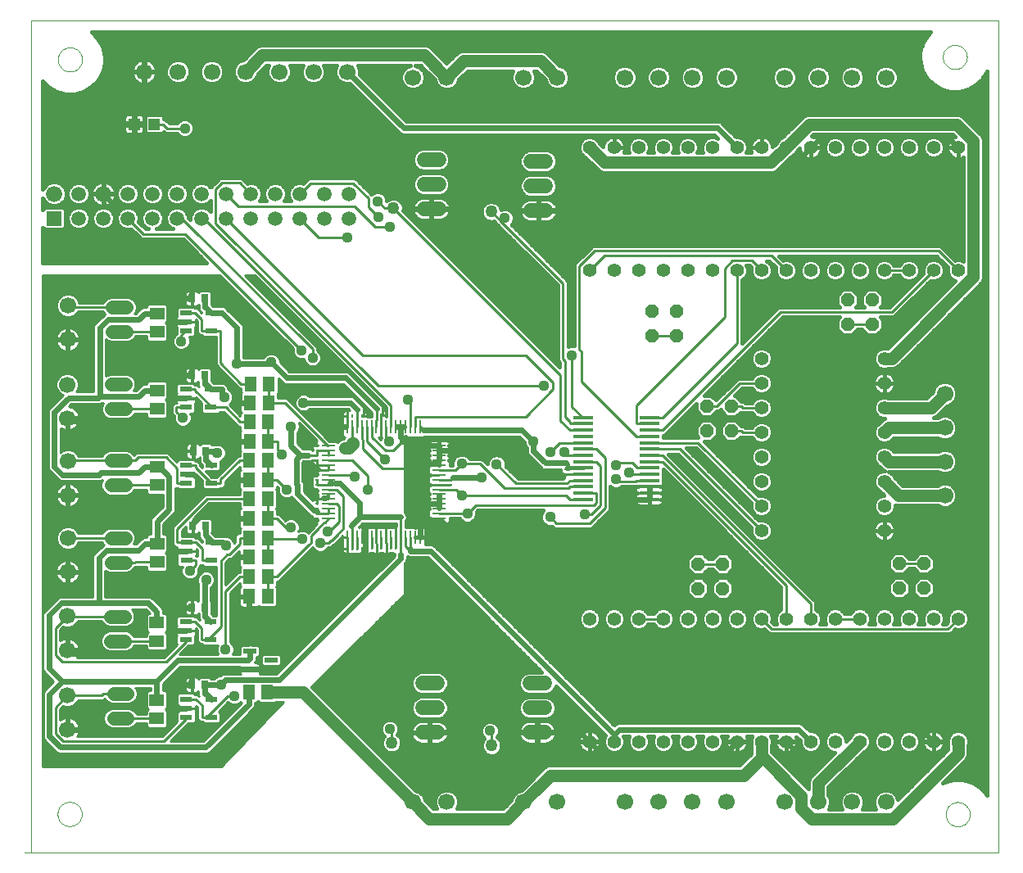
<source format=gtl>
G75*
%MOIN*%
%OFA0B0*%
%FSLAX24Y24*%
%IPPOS*%
%LPD*%
%AMOC8*
5,1,8,0,0,1.08239X$1,22.5*
%
%ADD10C,0.0000*%
%ADD11R,0.0580X0.0110*%
%ADD12R,0.0110X0.0580*%
%ADD13R,0.0594X0.0594*%
%ADD14C,0.0660*%
%ADD15C,0.0594*%
%ADD16C,0.0554*%
%ADD17R,0.0810X0.0170*%
%ADD18OC8,0.0560*%
%ADD19C,0.0669*%
%ADD20R,0.0500X0.0220*%
%ADD21R,0.0512X0.0591*%
%ADD22R,0.0591X0.0512*%
%ADD23C,0.0560*%
%ADD24C,0.0600*%
%ADD25R,0.0098X0.0138*%
%ADD26R,0.0138X0.0098*%
%ADD27R,0.0472X0.0472*%
%ADD28R,0.0276X0.0354*%
%ADD29R,0.0520X0.0220*%
%ADD30R,0.0520X0.0200*%
%ADD31C,0.0500*%
%ADD32C,0.0240*%
%ADD33C,0.0110*%
%ADD34C,0.0170*%
%ADD35C,0.0440*%
%ADD36C,0.0100*%
%ADD37C,0.0098*%
%ADD38C,0.0160*%
%ADD39C,0.0500*%
%ADD40C,0.0220*%
%ADD41C,0.0120*%
D10*
X005748Y000392D02*
X006003Y000392D01*
X045373Y000392D01*
X045394Y000392D01*
X045394Y034250D01*
X006024Y034250D01*
X006024Y000392D01*
X045373Y000392D01*
X043243Y001939D02*
X043245Y001983D01*
X043251Y002027D01*
X043261Y002070D01*
X043274Y002112D01*
X043292Y002152D01*
X043313Y002191D01*
X043337Y002228D01*
X043364Y002263D01*
X043395Y002295D01*
X043428Y002324D01*
X043464Y002350D01*
X043502Y002372D01*
X043542Y002391D01*
X043583Y002407D01*
X043626Y002419D01*
X043669Y002427D01*
X043713Y002431D01*
X043757Y002431D01*
X043801Y002427D01*
X043844Y002419D01*
X043887Y002407D01*
X043928Y002391D01*
X043968Y002372D01*
X044006Y002350D01*
X044042Y002324D01*
X044075Y002295D01*
X044106Y002263D01*
X044133Y002228D01*
X044157Y002191D01*
X044178Y002152D01*
X044196Y002112D01*
X044209Y002070D01*
X044219Y002027D01*
X044225Y001983D01*
X044227Y001939D01*
X044225Y001895D01*
X044219Y001851D01*
X044209Y001808D01*
X044196Y001766D01*
X044178Y001726D01*
X044157Y001687D01*
X044133Y001650D01*
X044106Y001615D01*
X044075Y001583D01*
X044042Y001554D01*
X044006Y001528D01*
X043968Y001506D01*
X043928Y001487D01*
X043887Y001471D01*
X043844Y001459D01*
X043801Y001451D01*
X043757Y001447D01*
X043713Y001447D01*
X043669Y001451D01*
X043626Y001459D01*
X043583Y001471D01*
X043542Y001487D01*
X043502Y001506D01*
X043464Y001528D01*
X043428Y001554D01*
X043395Y001583D01*
X043364Y001615D01*
X043337Y001650D01*
X043313Y001687D01*
X043292Y001726D01*
X043274Y001766D01*
X043261Y001808D01*
X043251Y001851D01*
X043245Y001895D01*
X043243Y001939D01*
X007103Y001946D02*
X007105Y001990D01*
X007111Y002034D01*
X007121Y002077D01*
X007134Y002119D01*
X007152Y002159D01*
X007173Y002198D01*
X007197Y002235D01*
X007224Y002270D01*
X007255Y002302D01*
X007288Y002331D01*
X007324Y002357D01*
X007362Y002379D01*
X007402Y002398D01*
X007443Y002414D01*
X007486Y002426D01*
X007529Y002434D01*
X007573Y002438D01*
X007617Y002438D01*
X007661Y002434D01*
X007704Y002426D01*
X007747Y002414D01*
X007788Y002398D01*
X007828Y002379D01*
X007866Y002357D01*
X007902Y002331D01*
X007935Y002302D01*
X007966Y002270D01*
X007993Y002235D01*
X008017Y002198D01*
X008038Y002159D01*
X008056Y002119D01*
X008069Y002077D01*
X008079Y002034D01*
X008085Y001990D01*
X008087Y001946D01*
X008085Y001902D01*
X008079Y001858D01*
X008069Y001815D01*
X008056Y001773D01*
X008038Y001733D01*
X008017Y001694D01*
X007993Y001657D01*
X007966Y001622D01*
X007935Y001590D01*
X007902Y001561D01*
X007866Y001535D01*
X007828Y001513D01*
X007788Y001494D01*
X007747Y001478D01*
X007704Y001466D01*
X007661Y001458D01*
X007617Y001454D01*
X007573Y001454D01*
X007529Y001458D01*
X007486Y001466D01*
X007443Y001478D01*
X007402Y001494D01*
X007362Y001513D01*
X007324Y001535D01*
X007288Y001561D01*
X007255Y001590D01*
X007224Y001622D01*
X007197Y001657D01*
X007173Y001694D01*
X007152Y001733D01*
X007134Y001773D01*
X007121Y001815D01*
X007111Y001858D01*
X007105Y001902D01*
X007103Y001946D01*
X006024Y000392D02*
X006003Y000392D01*
X007113Y032658D02*
X007115Y032702D01*
X007121Y032746D01*
X007131Y032789D01*
X007144Y032831D01*
X007162Y032871D01*
X007183Y032910D01*
X007207Y032947D01*
X007234Y032982D01*
X007265Y033014D01*
X007298Y033043D01*
X007334Y033069D01*
X007372Y033091D01*
X007412Y033110D01*
X007453Y033126D01*
X007496Y033138D01*
X007539Y033146D01*
X007583Y033150D01*
X007627Y033150D01*
X007671Y033146D01*
X007714Y033138D01*
X007757Y033126D01*
X007798Y033110D01*
X007838Y033091D01*
X007876Y033069D01*
X007912Y033043D01*
X007945Y033014D01*
X007976Y032982D01*
X008003Y032947D01*
X008027Y032910D01*
X008048Y032871D01*
X008066Y032831D01*
X008079Y032789D01*
X008089Y032746D01*
X008095Y032702D01*
X008097Y032658D01*
X008095Y032614D01*
X008089Y032570D01*
X008079Y032527D01*
X008066Y032485D01*
X008048Y032445D01*
X008027Y032406D01*
X008003Y032369D01*
X007976Y032334D01*
X007945Y032302D01*
X007912Y032273D01*
X007876Y032247D01*
X007838Y032225D01*
X007798Y032206D01*
X007757Y032190D01*
X007714Y032178D01*
X007671Y032170D01*
X007627Y032166D01*
X007583Y032166D01*
X007539Y032170D01*
X007496Y032178D01*
X007453Y032190D01*
X007412Y032206D01*
X007372Y032225D01*
X007334Y032247D01*
X007298Y032273D01*
X007265Y032302D01*
X007234Y032334D01*
X007207Y032369D01*
X007183Y032406D01*
X007162Y032445D01*
X007144Y032485D01*
X007131Y032527D01*
X007121Y032570D01*
X007115Y032614D01*
X007113Y032658D01*
X043123Y032760D02*
X043125Y032804D01*
X043131Y032848D01*
X043141Y032891D01*
X043154Y032933D01*
X043172Y032973D01*
X043193Y033012D01*
X043217Y033049D01*
X043244Y033084D01*
X043275Y033116D01*
X043308Y033145D01*
X043344Y033171D01*
X043382Y033193D01*
X043422Y033212D01*
X043463Y033228D01*
X043506Y033240D01*
X043549Y033248D01*
X043593Y033252D01*
X043637Y033252D01*
X043681Y033248D01*
X043724Y033240D01*
X043767Y033228D01*
X043808Y033212D01*
X043848Y033193D01*
X043886Y033171D01*
X043922Y033145D01*
X043955Y033116D01*
X043986Y033084D01*
X044013Y033049D01*
X044037Y033012D01*
X044058Y032973D01*
X044076Y032933D01*
X044089Y032891D01*
X044099Y032848D01*
X044105Y032804D01*
X044107Y032760D01*
X044105Y032716D01*
X044099Y032672D01*
X044089Y032629D01*
X044076Y032587D01*
X044058Y032547D01*
X044037Y032508D01*
X044013Y032471D01*
X043986Y032436D01*
X043955Y032404D01*
X043922Y032375D01*
X043886Y032349D01*
X043848Y032327D01*
X043808Y032308D01*
X043767Y032292D01*
X043724Y032280D01*
X043681Y032272D01*
X043637Y032268D01*
X043593Y032268D01*
X043549Y032272D01*
X043506Y032280D01*
X043463Y032292D01*
X043422Y032308D01*
X043382Y032327D01*
X043344Y032349D01*
X043308Y032375D01*
X043275Y032404D01*
X043244Y032436D01*
X043217Y032471D01*
X043193Y032508D01*
X043172Y032547D01*
X043154Y032587D01*
X043141Y032629D01*
X043131Y032672D01*
X043125Y032716D01*
X043123Y032760D01*
D11*
X022623Y016934D03*
X022623Y016734D03*
X022623Y016534D03*
X022623Y016344D03*
X022623Y016144D03*
X022623Y015944D03*
X022623Y015754D03*
X022623Y015554D03*
X022623Y015354D03*
X022623Y015154D03*
X022623Y014964D03*
X022623Y014764D03*
X022623Y014564D03*
X022623Y014374D03*
X022623Y014174D03*
X022623Y013974D03*
X018123Y013974D03*
X018123Y014174D03*
X018123Y014374D03*
X018123Y014564D03*
X018123Y014764D03*
X018123Y014964D03*
X018123Y015154D03*
X018123Y015354D03*
X018123Y015554D03*
X018123Y015754D03*
X018123Y015944D03*
X018123Y016144D03*
X018123Y016344D03*
X018123Y016534D03*
X018123Y016734D03*
X018123Y016934D03*
D12*
X018893Y017704D03*
X019093Y017704D03*
X019293Y017704D03*
X019483Y017704D03*
X019683Y017704D03*
X019883Y017704D03*
X020073Y017704D03*
X020273Y017704D03*
X020473Y017704D03*
X020673Y017704D03*
X020863Y017704D03*
X021063Y017704D03*
X021263Y017704D03*
X021453Y017704D03*
X021653Y017704D03*
X021853Y017704D03*
X021853Y013204D03*
X021653Y013204D03*
X021453Y013204D03*
X021263Y013204D03*
X021063Y013204D03*
X020863Y013204D03*
X020673Y013204D03*
X020473Y013204D03*
X020273Y013204D03*
X020073Y013204D03*
X019883Y013204D03*
X019683Y013204D03*
X019483Y013204D03*
X019293Y013204D03*
X019093Y013204D03*
X018893Y013204D03*
D13*
X006960Y026188D03*
D14*
X006960Y027188D03*
X008960Y027188D03*
D15*
X007960Y027188D03*
X007960Y026188D03*
X008960Y026188D03*
X009960Y026188D03*
X009960Y027188D03*
X010960Y027188D03*
X011960Y027188D03*
X012960Y027188D03*
X013960Y027188D03*
X014960Y027188D03*
X015960Y027188D03*
X015960Y026188D03*
X014960Y026188D03*
X013960Y026188D03*
X012960Y026188D03*
X011960Y026188D03*
X010960Y026188D03*
X016960Y026188D03*
X017960Y026188D03*
X018960Y026188D03*
X018960Y027188D03*
X017960Y027188D03*
X016960Y027188D03*
D16*
X028748Y029073D03*
X029748Y029073D03*
X030748Y029073D03*
X031748Y029073D03*
X032748Y029073D03*
X033748Y029073D03*
X034748Y029073D03*
X035748Y029073D03*
X036748Y029073D03*
X037748Y029073D03*
X038748Y029073D03*
X039748Y029073D03*
X040748Y029073D03*
X041748Y029073D03*
X042748Y029073D03*
X043748Y029073D03*
X043748Y024073D03*
X042748Y024073D03*
X041748Y024073D03*
X040748Y024073D03*
X039748Y024073D03*
X038748Y024073D03*
X037748Y024073D03*
X036748Y024073D03*
X035748Y024073D03*
X034748Y024073D03*
X033748Y024073D03*
X032748Y024073D03*
X031748Y024073D03*
X030748Y024073D03*
X029748Y024073D03*
X028748Y024073D03*
X035748Y020482D03*
X035748Y019482D03*
X035748Y018482D03*
X035748Y017482D03*
X035748Y016482D03*
X035748Y015482D03*
X035748Y014482D03*
X035748Y013482D03*
X035748Y009892D03*
X034748Y009892D03*
X033748Y009892D03*
X032748Y009892D03*
X031748Y009892D03*
X030748Y009892D03*
X029748Y009892D03*
X028748Y009892D03*
X028748Y004892D03*
X029748Y004892D03*
X030748Y004892D03*
X031748Y004892D03*
X032748Y004892D03*
X033748Y004892D03*
X034748Y004892D03*
X035748Y004892D03*
X036748Y004892D03*
X037748Y004892D03*
X038748Y004892D03*
X039748Y004892D03*
X040748Y004892D03*
X041748Y004892D03*
X042748Y004892D03*
X043748Y004892D03*
X043748Y009892D03*
X042748Y009892D03*
X041748Y009892D03*
X040748Y009892D03*
X039748Y009892D03*
X038748Y009892D03*
X037748Y009892D03*
X036748Y009892D03*
X040748Y013482D03*
X040748Y014482D03*
X040748Y015482D03*
X040748Y016482D03*
X040748Y017482D03*
X040748Y018482D03*
X040748Y019482D03*
X040748Y020482D03*
D17*
X031179Y018080D03*
X031179Y017830D03*
X031179Y017570D03*
X031179Y017320D03*
X031179Y017060D03*
X031179Y016800D03*
X031179Y016550D03*
X031179Y016290D03*
X031179Y016040D03*
X031179Y015780D03*
X031179Y015520D03*
X031179Y015270D03*
X031179Y015010D03*
X031179Y014760D03*
X028479Y014760D03*
X028479Y015010D03*
X028479Y015270D03*
X028479Y015520D03*
X028479Y015780D03*
X028479Y016040D03*
X028479Y016290D03*
X028479Y016550D03*
X028479Y016800D03*
X028479Y017060D03*
X028479Y017320D03*
X028479Y017570D03*
X028479Y017830D03*
X028479Y018080D03*
D18*
X031295Y021416D03*
X032295Y021416D03*
X032295Y022416D03*
X031295Y022416D03*
X033520Y018545D03*
X034520Y018545D03*
X034520Y017545D03*
X033520Y017545D03*
X039248Y021876D03*
X039248Y022876D03*
X040248Y022876D03*
X040248Y021876D03*
X041355Y012142D03*
X042355Y012142D03*
X042355Y011142D03*
X041355Y011142D03*
X034166Y011122D03*
X033166Y011122D03*
X033166Y012122D03*
X034166Y012122D03*
D19*
X043209Y014915D03*
X043209Y016293D03*
X043209Y017671D03*
X043209Y019049D03*
X040815Y031927D03*
X039437Y031927D03*
X038059Y031927D03*
X036681Y031927D03*
X034315Y031927D03*
X032937Y031927D03*
X031559Y031927D03*
X030181Y031927D03*
X027437Y031927D03*
X026059Y031927D03*
X022937Y031927D03*
X021559Y031927D03*
X018887Y032159D03*
X017509Y032159D03*
X016131Y032159D03*
X014753Y032159D03*
X013375Y032159D03*
X011997Y032159D03*
X010619Y032159D03*
X007515Y022641D03*
X007515Y021263D03*
X007501Y019428D03*
X007501Y018050D03*
X007513Y016302D03*
X007513Y014924D03*
X007511Y013185D03*
X007511Y011808D03*
X007494Y009997D03*
X007494Y008619D03*
X007500Y006770D03*
X007500Y005392D03*
X021559Y002431D03*
X022937Y002431D03*
X026059Y002431D03*
X027437Y002431D03*
X030181Y002431D03*
X031559Y002431D03*
X032937Y002431D03*
X034315Y002431D03*
X036681Y002431D03*
X038059Y002431D03*
X039437Y002431D03*
X040815Y002431D03*
D20*
X013354Y005886D03*
X013354Y006626D03*
X012334Y006626D03*
X012334Y006256D03*
X012334Y005886D03*
X012319Y009043D03*
X012319Y009413D03*
X012319Y009783D03*
X013339Y009783D03*
X013339Y009043D03*
X013360Y012266D03*
X013360Y013006D03*
X012340Y013006D03*
X012340Y012636D03*
X012340Y012266D03*
X012338Y015408D03*
X012338Y015778D03*
X012338Y016148D03*
X013358Y016148D03*
X013358Y015408D03*
X013338Y018496D03*
X013338Y019236D03*
X012318Y019236D03*
X012318Y018866D03*
X012318Y018496D03*
X012320Y021612D03*
X012320Y021982D03*
X012320Y022352D03*
X013340Y022352D03*
X013340Y021612D03*
D21*
X014957Y019459D03*
X015705Y019459D03*
X015687Y018686D03*
X014939Y018686D03*
X014924Y017901D03*
X015673Y017901D03*
X015662Y017127D03*
X014914Y017127D03*
X014897Y016341D03*
X015646Y016341D03*
X015650Y015556D03*
X014902Y015556D03*
X014900Y014778D03*
X015648Y014778D03*
X015642Y013978D03*
X014894Y013978D03*
X014902Y013194D03*
X015650Y013194D03*
X015646Y012404D03*
X014898Y012404D03*
X014895Y011599D03*
X015643Y011599D03*
X015647Y010800D03*
X014899Y010800D03*
X014883Y006903D03*
X015631Y006903D03*
D22*
X011139Y006583D03*
X011139Y005835D03*
X011137Y008982D03*
X011137Y009730D03*
X011144Y012199D03*
X011144Y012947D03*
X011144Y015338D03*
X011144Y016086D03*
X011145Y018437D03*
X011145Y019185D03*
X011142Y021579D03*
X011142Y022327D03*
D23*
X009897Y022577D02*
X009337Y022577D01*
X009337Y021577D02*
X009897Y021577D01*
X009860Y019439D02*
X009300Y019439D01*
X009300Y018439D02*
X009860Y018439D01*
X009842Y016334D02*
X009282Y016334D01*
X009282Y015334D02*
X009842Y015334D01*
X009844Y013182D02*
X009284Y013182D01*
X009284Y012182D02*
X009844Y012182D01*
X009829Y009992D02*
X009269Y009992D01*
X009269Y008992D02*
X009829Y008992D01*
X009938Y006845D02*
X009378Y006845D01*
X009378Y005845D02*
X009938Y005845D01*
D24*
X021948Y006272D02*
X022548Y006272D01*
X022548Y007272D02*
X021948Y007272D01*
X021948Y005272D02*
X022548Y005272D01*
X026323Y005267D02*
X026923Y005267D01*
X026923Y006267D02*
X026323Y006267D01*
X026323Y007267D02*
X026923Y007267D01*
X026964Y026515D02*
X026364Y026515D01*
X026364Y027515D02*
X026964Y027515D01*
X026964Y028515D02*
X026364Y028515D01*
X022611Y028581D02*
X022011Y028581D01*
X022011Y027581D02*
X022611Y027581D01*
X022611Y026581D02*
X022011Y026581D01*
D25*
X020271Y018178D03*
X020075Y018178D03*
X019490Y018146D03*
X019293Y018146D03*
X019097Y018153D03*
X018900Y018153D03*
X018895Y012754D03*
X019092Y012754D03*
X019289Y012760D03*
X019485Y012760D03*
X019684Y012762D03*
X019881Y012762D03*
X020075Y012762D03*
X020272Y012762D03*
X020476Y012764D03*
X020672Y012764D03*
X020864Y012765D03*
X021061Y012765D03*
D26*
X023092Y015356D03*
X023092Y015553D03*
X027801Y015795D03*
X027801Y015992D03*
X017673Y016338D03*
X017673Y016535D03*
X017674Y016734D03*
X017674Y016931D03*
X017662Y015743D03*
X017662Y015546D03*
X017664Y015353D03*
X017664Y015156D03*
X017666Y014571D03*
X017666Y014374D03*
X017668Y014173D03*
X017668Y013976D03*
D27*
X011039Y030027D03*
X010212Y030027D03*
D28*
X012572Y022930D03*
X013084Y022930D03*
X013083Y019808D03*
X012571Y019808D03*
X012623Y016722D03*
X013134Y016722D03*
X013110Y013676D03*
X012599Y013676D03*
X012570Y010358D03*
X013082Y010358D03*
X013083Y007206D03*
X012571Y007206D03*
D29*
X014926Y007840D03*
X014926Y008580D03*
D30*
X015786Y008210D03*
D31*
X020693Y004840D03*
X024763Y004738D03*
X024753Y026466D03*
X020772Y026601D03*
D32*
X021511Y026581D02*
X022311Y026581D01*
X023111Y026581D01*
X023455Y026925D01*
X025455Y026925D01*
X025864Y026515D01*
X026664Y026515D01*
X035191Y026515D01*
X037748Y029073D01*
X038229Y029554D01*
X043267Y029554D01*
X043748Y029073D01*
X034748Y029073D02*
X033954Y029867D01*
X021178Y029867D01*
X018887Y032159D01*
X017579Y030761D02*
X019299Y029040D01*
X021511Y026828D01*
X021511Y026581D01*
X017579Y030761D02*
X010619Y030761D01*
X010321Y030463D01*
X010212Y030463D01*
X010212Y030245D01*
X010212Y030027D01*
X010212Y029590D01*
X010457Y029345D01*
X010457Y026949D01*
X010197Y026688D01*
X009460Y026688D01*
X008960Y027188D01*
X010619Y030761D02*
X010619Y032159D01*
X012572Y023308D02*
X012572Y022930D01*
X012234Y022930D01*
X011870Y022566D01*
X011870Y021982D01*
X012320Y021982D01*
X011870Y021982D02*
X011715Y021827D01*
X011715Y020325D01*
X012233Y019808D01*
X012571Y019808D01*
X012571Y020185D01*
X013341Y020185D01*
X014483Y019043D01*
X014483Y018686D01*
X014939Y018686D01*
X013885Y018915D02*
X013788Y019012D01*
X013788Y019236D01*
X013338Y019236D01*
X013144Y019431D01*
X013083Y019431D01*
X013083Y019808D01*
X012233Y019808D02*
X011868Y019443D01*
X011868Y018866D01*
X011664Y018662D01*
X011664Y017988D01*
X011630Y017953D01*
X007597Y017953D01*
X007501Y018050D01*
X006963Y018298D02*
X007551Y018886D01*
X008754Y018886D01*
X008807Y018939D01*
X008807Y021731D01*
X009153Y022077D01*
X010397Y022077D01*
X010647Y022327D01*
X011142Y022327D01*
X012572Y023308D02*
X013919Y023308D01*
X017145Y020081D01*
X018715Y020081D01*
X018767Y020133D01*
X018821Y019701D02*
X020075Y018447D01*
X019293Y018422D02*
X019035Y018680D01*
X017106Y018680D01*
X017674Y019030D02*
X018018Y019030D01*
X018821Y019701D02*
X016431Y019701D01*
X015799Y020332D01*
X015736Y020269D01*
X014400Y020269D01*
X014400Y021742D01*
X013790Y022352D01*
X013340Y022352D01*
X011145Y019185D02*
X010650Y019185D01*
X010404Y018939D01*
X008807Y018939D01*
X006963Y018298D02*
X006963Y016089D01*
X007301Y015751D01*
X008785Y015751D01*
X008868Y015834D01*
X010396Y015834D01*
X010649Y016086D01*
X011144Y016086D01*
X011246Y016086D01*
X011639Y015693D01*
X011639Y014350D01*
X011144Y013855D01*
X011144Y013403D01*
X011144Y012947D01*
X010649Y012947D01*
X010384Y012682D01*
X009094Y012682D01*
X008785Y012373D01*
X008785Y010535D01*
X007255Y010535D01*
X006756Y010036D01*
X006756Y007870D01*
X007285Y007342D01*
X011139Y007342D01*
X011139Y006583D01*
X011139Y007342D02*
X011999Y008202D01*
X014859Y008202D01*
X014926Y008270D01*
X014926Y008580D01*
X014926Y007840D02*
X012828Y007840D01*
X012571Y007583D01*
X012571Y007206D01*
X012234Y007206D01*
X011884Y006857D01*
X011884Y006426D01*
X012054Y006256D01*
X012334Y006256D01*
X012054Y006256D02*
X012054Y006249D01*
X011634Y005829D01*
X011634Y005496D01*
X011502Y005364D01*
X007528Y005364D01*
X007500Y005392D01*
X007212Y004663D02*
X013139Y004663D01*
X014883Y006407D01*
X014883Y006903D01*
X013910Y007398D02*
X016110Y007398D01*
X021061Y012350D01*
X021061Y012496D01*
X021463Y012652D02*
X021601Y012652D01*
X022276Y012651D01*
X029748Y005179D01*
X029953Y005384D01*
X037256Y005384D01*
X037748Y004892D01*
X037946Y004406D02*
X038248Y004708D01*
X038248Y005069D01*
X038549Y005369D01*
X042271Y005369D01*
X042748Y004892D01*
X038549Y005369D02*
X034248Y009669D01*
X034248Y010069D01*
X033722Y010596D01*
X033003Y010596D01*
X029707Y013893D01*
X029323Y013509D01*
X023089Y013509D01*
X022761Y013836D01*
X022623Y013919D02*
X022133Y013919D01*
X021908Y013694D01*
X021853Y013694D01*
X021853Y013204D01*
X022133Y013919D02*
X022133Y014564D01*
X022623Y014564D01*
X022623Y014429D01*
X022623Y014564D02*
X022623Y014764D01*
X022623Y014899D01*
X022133Y014564D02*
X022133Y015353D01*
X022133Y015754D01*
X022133Y016017D01*
X022133Y016091D01*
X022242Y016199D01*
X022568Y016199D01*
X022568Y016289D01*
X022623Y016344D01*
X022623Y016534D01*
X022623Y016734D01*
X022623Y016934D01*
X022133Y016934D01*
X021964Y017103D01*
X021107Y017103D01*
X021107Y017250D02*
X021063Y017294D01*
X021063Y017704D01*
X021198Y017704D01*
X021063Y017704D02*
X020928Y017704D01*
X021991Y017566D02*
X026000Y017566D01*
X026469Y017098D01*
X026469Y016721D01*
X026959Y016231D01*
X027806Y016231D01*
X027853Y016044D02*
X027874Y016044D01*
X027666Y015660D02*
X026176Y015660D01*
X025101Y016734D01*
X022623Y016734D01*
X023193Y015654D02*
X024342Y015654D01*
X021063Y014031D02*
X019394Y014031D01*
X019058Y013695D01*
X019394Y014031D02*
X019394Y014606D01*
X018590Y015409D01*
X018384Y015409D01*
X018268Y015409D02*
X018178Y015409D01*
X017633Y015104D02*
X017507Y015104D01*
X017468Y015143D01*
X017377Y015234D01*
X017377Y015673D01*
X017499Y015795D01*
X017560Y015795D01*
X017610Y015795D01*
X017560Y015845D02*
X017463Y015942D01*
X017249Y015942D01*
X017560Y015845D02*
X017692Y015977D01*
X017698Y015977D01*
X017301Y016551D02*
X016973Y016551D01*
X016593Y016931D01*
X016593Y017713D01*
X017137Y017046D02*
X017559Y017046D01*
X017572Y017033D01*
X016973Y016551D02*
X016809Y016387D01*
X016809Y015391D01*
X016866Y015334D01*
X016866Y014970D01*
X017514Y014321D01*
X017633Y014321D01*
X017633Y014292D01*
X017668Y014257D01*
X017611Y013919D02*
X017249Y013919D01*
X017911Y014819D02*
X017978Y014819D01*
X019628Y013586D02*
X019628Y013259D01*
X019628Y013149D02*
X019628Y012762D01*
X019628Y012761D01*
X019627Y012761D02*
X019626Y012760D01*
X019548Y012697D02*
X019548Y012599D01*
X019433Y012484D01*
X018895Y012484D01*
X016716Y010305D01*
X016246Y010305D01*
X016246Y008020D01*
X016066Y007840D01*
X014926Y007840D01*
X013910Y007398D02*
X013740Y007228D01*
X013718Y007206D01*
X013083Y007206D01*
X013083Y006829D01*
X013152Y006829D01*
X013354Y006626D01*
X012054Y006249D02*
X012054Y006249D01*
X011495Y008493D02*
X007620Y008493D01*
X007494Y008619D01*
X007285Y007342D02*
X006760Y006818D01*
X006760Y005114D01*
X007212Y004663D01*
X011495Y008493D02*
X011869Y008867D01*
X011869Y009413D01*
X011949Y009413D01*
X012319Y009413D01*
X011869Y009413D02*
X011869Y009994D01*
X012233Y010358D01*
X012570Y010358D01*
X012233Y010358D02*
X011890Y010700D01*
X011890Y012526D01*
X011890Y012526D01*
X011890Y012576D01*
X011890Y012576D01*
X011890Y012576D01*
X011890Y012636D01*
X012340Y012636D01*
X011890Y012636D02*
X011710Y012816D01*
X011710Y013853D01*
X012955Y015098D01*
X012788Y015264D01*
X012788Y015624D01*
X012635Y015778D01*
X012338Y015778D01*
X012955Y015098D02*
X013987Y015098D01*
X014446Y015556D01*
X014902Y015556D01*
X014894Y013978D02*
X014438Y013978D01*
X014430Y013986D01*
X014281Y013986D01*
X014213Y014054D01*
X012883Y014054D01*
X012599Y013769D01*
X012599Y013676D01*
X013110Y013676D02*
X013110Y013299D01*
X013360Y013050D01*
X013360Y013006D01*
X013810Y013006D01*
X013927Y012889D01*
X013942Y012889D01*
X014442Y012404D02*
X014898Y012404D01*
X014442Y012404D02*
X014183Y012144D01*
X013142Y011492D02*
X013082Y011432D01*
X013082Y010358D01*
X014899Y010305D02*
X014899Y010800D01*
X014899Y010305D02*
X016246Y010305D01*
X019628Y013586D02*
X019737Y013694D01*
X020073Y013694D01*
X020473Y013694D01*
X020768Y013694D01*
X018838Y017704D02*
X018466Y017704D01*
X018464Y017702D01*
X014914Y017127D02*
X012651Y017127D01*
X012623Y017099D01*
X012623Y016722D01*
X012623Y017099D02*
X012553Y017099D01*
X011664Y017988D01*
X011868Y018866D02*
X011948Y018866D01*
X012318Y018866D01*
X013134Y016722D02*
X013472Y016722D01*
X013555Y016639D01*
X013606Y016639D01*
X010788Y010535D02*
X008785Y010535D01*
X010788Y010535D02*
X011137Y010186D01*
X011137Y009730D01*
X022248Y005272D02*
X023048Y005272D01*
X023568Y005792D01*
X025298Y005792D01*
X025823Y005267D01*
X026623Y005267D01*
X028373Y005267D01*
X028748Y004892D01*
X029231Y004409D01*
X034266Y004409D01*
X034748Y004892D01*
X036748Y004892D02*
X037234Y004406D01*
X037946Y004406D01*
X029748Y004892D02*
X029748Y005179D01*
X029707Y013893D02*
X030574Y014760D01*
X031179Y014760D01*
X031179Y015010D01*
X031179Y015234D01*
D33*
X022761Y013836D02*
X022623Y013974D01*
X022623Y013919D01*
X022623Y014374D02*
X022623Y014429D01*
X022623Y014899D02*
X022623Y014964D01*
X022623Y015354D02*
X022198Y015354D01*
X022197Y015353D01*
X022133Y015353D01*
X022133Y015353D01*
X022133Y015754D02*
X022198Y015754D01*
X022623Y015754D01*
X022623Y015554D02*
X022625Y015553D01*
X022625Y015356D02*
X022623Y015354D01*
X022623Y016144D02*
X022568Y016199D01*
X021991Y017566D02*
X021853Y017704D01*
X021263Y017704D02*
X021198Y017704D01*
X020928Y017704D02*
X020863Y017704D01*
X020273Y017704D02*
X020273Y017970D01*
X020075Y017974D02*
X020075Y018178D01*
X020075Y017974D02*
X020073Y017973D01*
X020073Y017704D01*
X019883Y017704D02*
X019883Y017294D01*
X019293Y017704D02*
X019293Y017942D01*
X019293Y017942D01*
X019293Y018146D01*
X018893Y018153D02*
X018893Y018129D01*
X018893Y017704D01*
X018838Y017704D01*
X019093Y017704D02*
X019093Y017053D01*
X019122Y017044D02*
X019122Y017044D01*
X019138Y017044D02*
X019138Y017028D01*
X018123Y016734D02*
X018123Y016534D01*
X018123Y016734D02*
X017698Y016734D01*
X017698Y016734D01*
X017674Y016734D01*
X017698Y016144D02*
X018123Y016144D01*
X018123Y015944D02*
X017698Y015944D01*
X017698Y015977D01*
X017698Y016144D01*
X018123Y015554D02*
X018178Y015499D01*
X018178Y015409D01*
X018123Y015354D01*
X018268Y015409D02*
X018384Y015409D01*
X018123Y014964D02*
X017978Y014819D01*
X017911Y014819D02*
X017911Y014764D01*
X018123Y014764D01*
X017911Y014764D02*
X017698Y014764D01*
X017698Y014964D01*
X018123Y014374D02*
X018123Y014174D01*
X017668Y014174D01*
X019058Y013695D02*
X019093Y013660D01*
X019093Y013204D01*
X018893Y013204D02*
X018893Y012779D01*
X018895Y012777D01*
X018895Y012754D01*
X019483Y013204D02*
X019538Y013259D01*
X019628Y013259D01*
X019683Y013204D01*
X019628Y013149D01*
X020073Y013204D02*
X020073Y013694D01*
X020473Y013694D02*
X020473Y013204D01*
X020863Y013204D02*
X020863Y013629D01*
X020833Y013629D01*
X020768Y013694D01*
X021063Y014031D02*
X021063Y013204D01*
X021653Y013204D02*
X021853Y013204D01*
D34*
X027806Y016231D02*
X027853Y016184D01*
X027853Y016044D01*
X027909Y016044D02*
X027909Y016040D01*
X027971Y016040D02*
X028479Y016040D01*
X031179Y015270D02*
X031179Y015234D01*
D35*
X030353Y015860D03*
X029823Y016150D03*
X029823Y015565D03*
X028568Y014141D03*
X027143Y014034D03*
X024967Y016191D03*
X024342Y015654D03*
X023550Y016215D03*
X023568Y014904D03*
X023777Y014174D03*
X020436Y016387D03*
X020591Y017100D03*
X018774Y016832D03*
X018464Y017702D03*
X017137Y017046D03*
X016593Y017713D03*
X017106Y018680D03*
X015799Y020332D03*
X017035Y020816D03*
X017474Y020518D03*
X014400Y020269D03*
X013885Y018915D03*
X012190Y018074D03*
X013606Y016639D03*
X016225Y016594D03*
X017249Y015942D03*
X016426Y015152D03*
X017249Y013919D03*
X016590Y013622D03*
X017044Y013140D03*
X017799Y012976D03*
X018105Y013454D03*
X019715Y015149D03*
X019204Y015694D03*
X021367Y018809D03*
X026469Y017098D03*
X027152Y016683D03*
X027718Y016679D03*
X026877Y019365D03*
X028038Y020623D03*
X025305Y026204D03*
X020632Y025844D03*
X020154Y026232D03*
X020124Y026893D03*
X018885Y025418D03*
X019299Y029040D03*
X012279Y029859D03*
X012136Y021193D03*
X014281Y013986D03*
X013942Y012889D03*
X014183Y012144D03*
X013142Y011492D03*
X012482Y011848D03*
X013931Y008642D03*
X013740Y007228D03*
X014276Y006753D03*
X020624Y005411D03*
X024696Y005330D03*
D36*
X024763Y005263D01*
X024763Y004738D01*
X020693Y004840D02*
X020693Y005342D01*
X020624Y005411D01*
X016925Y008567D02*
X015316Y008567D01*
X015316Y008469D02*
X016827Y008469D01*
X016728Y008370D02*
X016169Y008370D01*
X016176Y008364D02*
X016100Y008440D01*
X015472Y008440D01*
X015396Y008364D01*
X015396Y008056D01*
X015472Y007980D01*
X016100Y007980D01*
X016176Y008056D01*
X016176Y008364D01*
X016176Y008272D02*
X016630Y008272D01*
X016531Y008173D02*
X016176Y008173D01*
X016176Y008075D02*
X016433Y008075D01*
X016334Y007976D02*
X015334Y007976D01*
X015336Y007969D02*
X015326Y008008D01*
X015306Y008042D01*
X015278Y008070D01*
X015244Y008090D01*
X015206Y008100D01*
X015110Y008100D01*
X015138Y008128D01*
X015176Y008220D01*
X015176Y008340D01*
X015240Y008340D01*
X015316Y008416D01*
X015316Y008744D01*
X015240Y008820D01*
X015000Y008820D01*
X014976Y008830D01*
X014876Y008830D01*
X014852Y008820D01*
X014612Y008820D01*
X014536Y008744D01*
X014536Y008452D01*
X014231Y008452D01*
X014281Y008573D01*
X014281Y008712D01*
X014227Y008841D01*
X014129Y008939D01*
X014111Y008947D01*
X014111Y010946D01*
X014509Y011345D01*
X014509Y011250D01*
X014548Y011212D01*
X014523Y011187D01*
X014503Y011153D01*
X014493Y011115D01*
X014493Y010850D01*
X014849Y010850D01*
X014849Y010750D01*
X014493Y010750D01*
X014493Y010485D01*
X014503Y010447D01*
X014523Y010412D01*
X014551Y010385D01*
X014585Y010365D01*
X014623Y010355D01*
X014849Y010355D01*
X014849Y010750D01*
X014949Y010750D01*
X014949Y010355D01*
X015175Y010355D01*
X015213Y010365D01*
X015247Y010385D01*
X015275Y010412D01*
X015284Y010428D01*
X015337Y010375D01*
X015957Y010375D01*
X016033Y010451D01*
X016033Y011149D01*
X015980Y011202D01*
X016029Y011250D01*
X016029Y011419D01*
X016104Y011419D01*
X017403Y012719D01*
X017490Y012806D01*
X017502Y012778D01*
X017601Y012679D01*
X017729Y012626D01*
X017869Y012626D01*
X017997Y012679D01*
X018096Y012778D01*
X018103Y012796D01*
X018202Y012796D01*
X018310Y012904D01*
X018332Y012904D01*
X018549Y013121D01*
X018655Y013227D01*
X018655Y013249D01*
X018688Y013282D01*
X018688Y013204D01*
X018688Y012894D01*
X018698Y012856D01*
X018699Y012855D01*
X018696Y012843D01*
X018696Y012754D01*
X018696Y012665D01*
X018706Y012627D01*
X018726Y012593D01*
X018754Y012565D01*
X018788Y012545D01*
X018826Y012535D01*
X018895Y012535D01*
X018895Y012754D01*
X018895Y012754D01*
X018696Y012754D01*
X018895Y012754D01*
X018895Y012754D01*
X018895Y012535D01*
X018964Y012535D01*
X019002Y012545D01*
X019019Y012555D01*
X019195Y012555D01*
X019201Y012561D01*
X019361Y012561D01*
X019378Y012551D01*
X019417Y012541D01*
X019485Y012541D01*
X019485Y012670D01*
X019485Y012541D01*
X019554Y012541D01*
X019589Y012550D01*
X019615Y012543D01*
X019684Y012543D01*
X019753Y012543D01*
X019791Y012553D01*
X019808Y012563D01*
X019951Y012563D01*
X019968Y012553D01*
X020006Y012543D01*
X020075Y012543D01*
X020144Y012543D01*
X020182Y012553D01*
X020199Y012563D01*
X020355Y012563D01*
X020368Y012556D01*
X020407Y012545D01*
X020476Y012545D01*
X020544Y012545D01*
X020583Y012556D01*
X020600Y012565D01*
X020742Y012565D01*
X020757Y012557D01*
X020795Y012546D01*
X020811Y012546D01*
X020811Y012453D01*
X016006Y007648D01*
X015312Y007648D01*
X015326Y007672D01*
X015336Y007710D01*
X015336Y007835D01*
X014931Y007835D01*
X014931Y007845D01*
X015336Y007845D01*
X015336Y007969D01*
X015336Y007878D02*
X016236Y007878D01*
X016137Y007779D02*
X015336Y007779D01*
X015328Y007681D02*
X016039Y007681D01*
X015396Y008075D02*
X015270Y008075D01*
X015157Y008173D02*
X015396Y008173D01*
X015396Y008272D02*
X015176Y008272D01*
X015270Y008370D02*
X015403Y008370D01*
X015316Y008666D02*
X017024Y008666D01*
X017122Y008764D02*
X015295Y008764D01*
X014557Y008764D02*
X014259Y008764D01*
X014281Y008666D02*
X014536Y008666D01*
X014536Y008567D02*
X014278Y008567D01*
X014238Y008469D02*
X014536Y008469D01*
X014205Y008863D02*
X017221Y008863D01*
X017319Y008961D02*
X014111Y008961D01*
X014111Y009060D02*
X017418Y009060D01*
X017516Y009158D02*
X014111Y009158D01*
X014111Y009257D02*
X017615Y009257D01*
X017713Y009355D02*
X014111Y009355D01*
X014111Y009454D02*
X017812Y009454D01*
X017910Y009552D02*
X014111Y009552D01*
X014111Y009651D02*
X018009Y009651D01*
X018107Y009749D02*
X014111Y009749D01*
X014111Y009848D02*
X018206Y009848D01*
X018304Y009946D02*
X014111Y009946D01*
X014111Y010045D02*
X018403Y010045D01*
X018501Y010143D02*
X014111Y010143D01*
X014111Y010242D02*
X018600Y010242D01*
X018698Y010340D02*
X014111Y010340D01*
X014111Y010439D02*
X014508Y010439D01*
X014493Y010537D02*
X014111Y010537D01*
X014111Y010636D02*
X014493Y010636D01*
X014493Y010734D02*
X014111Y010734D01*
X014111Y010833D02*
X014849Y010833D01*
X014849Y010734D02*
X014949Y010734D01*
X014949Y010636D02*
X014849Y010636D01*
X014849Y010537D02*
X014949Y010537D01*
X014949Y010439D02*
X014849Y010439D01*
X014493Y010931D02*
X014111Y010931D01*
X014194Y011030D02*
X014493Y011030D01*
X014497Y011128D02*
X014292Y011128D01*
X014391Y011227D02*
X014533Y011227D01*
X014509Y011325D02*
X014489Y011325D01*
X014509Y011599D02*
X013931Y011021D01*
X013931Y008642D01*
X013602Y008764D02*
X012382Y008764D01*
X012421Y008803D02*
X012070Y008452D01*
X013631Y008452D01*
X013581Y008573D01*
X013581Y008712D01*
X013619Y008803D01*
X013035Y008803D01*
X012975Y008863D01*
X012884Y008863D01*
X012779Y008969D01*
X012779Y009449D01*
X012719Y009509D01*
X012719Y009418D01*
X012324Y009418D01*
X012324Y009408D01*
X012719Y009408D01*
X012719Y009284D01*
X012709Y009245D01*
X012691Y009215D01*
X012699Y009207D01*
X012699Y008879D01*
X012623Y008803D01*
X012421Y008803D01*
X012319Y008955D02*
X012319Y009043D01*
X012319Y008955D02*
X011507Y008143D01*
X007289Y008143D01*
X007014Y008418D01*
X007014Y009511D01*
X007494Y009992D01*
X008859Y009992D01*
X009549Y009992D01*
X009188Y009582D02*
X009037Y009644D01*
X008922Y009759D01*
X008900Y009812D01*
X007920Y009812D01*
X007888Y009733D01*
X007757Y009603D01*
X007586Y009532D01*
X007402Y009532D01*
X007322Y009565D01*
X007194Y009437D01*
X007194Y009000D01*
X007240Y009033D01*
X007308Y009068D01*
X007381Y009091D01*
X007444Y009101D01*
X007444Y008669D01*
X007544Y008669D01*
X007544Y009101D01*
X007608Y009091D01*
X007680Y009068D01*
X007748Y009033D01*
X007810Y008988D01*
X007864Y008934D01*
X007909Y008873D01*
X007943Y008805D01*
X007967Y008732D01*
X007977Y008669D01*
X007544Y008669D01*
X007544Y008569D01*
X007977Y008569D01*
X007967Y008505D01*
X007943Y008433D01*
X007909Y008365D01*
X007878Y008323D01*
X011432Y008323D01*
X011964Y008855D01*
X011939Y008879D01*
X011939Y009207D01*
X011947Y009215D01*
X011929Y009245D01*
X011919Y009284D01*
X011919Y009408D01*
X012314Y009408D01*
X012314Y009418D01*
X011919Y009418D01*
X011919Y009543D01*
X011929Y009581D01*
X011947Y009612D01*
X011939Y009619D01*
X011939Y009947D01*
X012015Y010023D01*
X012623Y010023D01*
X012683Y009963D01*
X012773Y009963D01*
X012876Y009860D01*
X012842Y009943D01*
X012842Y010099D01*
X012837Y010104D01*
X012828Y010088D01*
X012800Y010060D01*
X012766Y010041D01*
X012728Y010031D01*
X012589Y010031D01*
X012589Y010339D01*
X012551Y010339D01*
X012283Y010339D01*
X012283Y010161D01*
X012293Y010123D01*
X012313Y010088D01*
X012340Y010060D01*
X012375Y010041D01*
X012413Y010031D01*
X012551Y010031D01*
X012551Y010339D01*
X012551Y010377D01*
X012283Y010377D01*
X012283Y010555D01*
X012293Y010593D01*
X012313Y010627D01*
X012340Y010655D01*
X012375Y010675D01*
X012413Y010685D01*
X012551Y010685D01*
X012551Y010377D01*
X012589Y010377D01*
X012589Y010685D01*
X012728Y010685D01*
X012766Y010675D01*
X012800Y010655D01*
X012828Y010627D01*
X012832Y010620D01*
X012832Y011325D01*
X012792Y011422D01*
X012792Y011561D01*
X012845Y011690D01*
X012944Y011788D01*
X013072Y011842D01*
X013212Y011842D01*
X013340Y011788D01*
X013439Y011690D01*
X013492Y011561D01*
X013492Y011422D01*
X013439Y011293D01*
X013340Y011195D01*
X013332Y011192D01*
X013332Y010606D01*
X013350Y010589D01*
X013350Y010127D01*
X013342Y010119D01*
X013438Y010023D01*
X013560Y010023D01*
X013560Y012026D01*
X013056Y012026D01*
X012996Y012086D01*
X012905Y012086D01*
X012900Y012091D01*
X012900Y012011D01*
X012825Y011935D01*
X012832Y011917D01*
X012832Y011778D01*
X012779Y011649D01*
X012680Y011551D01*
X012552Y011498D01*
X012412Y011498D01*
X012284Y011551D01*
X012185Y011649D01*
X012132Y011778D01*
X012132Y011917D01*
X012177Y012026D01*
X012036Y012026D01*
X011960Y012102D01*
X011960Y012430D01*
X011968Y012438D01*
X011950Y012468D01*
X011940Y012506D01*
X011940Y012631D01*
X012335Y012631D01*
X012335Y012641D01*
X011940Y012641D01*
X011940Y012766D01*
X011950Y012804D01*
X011963Y012826D01*
X011885Y012826D01*
X011780Y012931D01*
X011780Y013631D01*
X013001Y014852D01*
X013107Y014958D01*
X014514Y014958D01*
X014514Y015127D01*
X014541Y015154D01*
X014526Y015169D01*
X014506Y015203D01*
X014496Y015241D01*
X014496Y015506D01*
X014852Y015506D01*
X014852Y015606D01*
X014496Y015606D01*
X014496Y015871D01*
X014506Y015910D01*
X014526Y015944D01*
X014543Y015960D01*
X014512Y015992D01*
X014512Y016086D01*
X013918Y015493D01*
X013918Y015333D01*
X013813Y015228D01*
X013722Y015228D01*
X013662Y015168D01*
X013054Y015168D01*
X012978Y015244D01*
X012978Y015533D01*
X012729Y015783D01*
X012343Y015783D01*
X012343Y015773D01*
X012738Y015773D01*
X012738Y015648D01*
X012728Y015610D01*
X012710Y015580D01*
X012718Y015572D01*
X012718Y015244D01*
X012642Y015168D01*
X012034Y015168D01*
X011974Y015228D01*
X011889Y015228D01*
X011889Y014301D01*
X011851Y014209D01*
X011394Y013752D01*
X011394Y013333D01*
X011493Y013333D01*
X011570Y013256D01*
X011570Y012637D01*
X011505Y012573D01*
X011570Y012508D01*
X011570Y011889D01*
X011493Y011813D01*
X010795Y011813D01*
X010719Y011889D01*
X010719Y012019D01*
X010346Y012019D01*
X010329Y012002D01*
X010214Y012002D01*
X010192Y011949D01*
X010077Y011834D01*
X009926Y011772D01*
X009203Y011772D01*
X009052Y011834D01*
X009035Y011851D01*
X009035Y010785D01*
X010838Y010785D01*
X010930Y010747D01*
X011279Y010398D01*
X011279Y010398D01*
X011349Y010328D01*
X011387Y010236D01*
X011387Y010116D01*
X011487Y010116D01*
X011563Y010040D01*
X011563Y009420D01*
X011498Y009356D01*
X011563Y009292D01*
X011563Y008672D01*
X011487Y008596D01*
X010788Y008596D01*
X010712Y008672D01*
X010712Y008802D01*
X010194Y008802D01*
X010177Y008759D01*
X010061Y008644D01*
X009911Y008582D01*
X009188Y008582D01*
X009037Y008644D01*
X008922Y008759D01*
X008859Y008910D01*
X008859Y009073D01*
X008922Y009224D01*
X009037Y009339D01*
X009188Y009402D01*
X009911Y009402D01*
X010061Y009339D01*
X010177Y009224D01*
X010198Y009172D01*
X010314Y009172D01*
X010323Y009162D01*
X010712Y009162D01*
X010712Y009292D01*
X010776Y009356D01*
X010712Y009420D01*
X010712Y010040D01*
X010788Y010116D01*
X010854Y010116D01*
X010684Y010285D01*
X010115Y010285D01*
X010177Y010224D01*
X010239Y010073D01*
X010239Y009910D01*
X010177Y009759D01*
X010061Y009644D01*
X009911Y009582D01*
X009188Y009582D01*
X009030Y009651D02*
X007805Y009651D01*
X007895Y009749D02*
X008932Y009749D01*
X009076Y009355D02*
X007194Y009355D01*
X007194Y009257D02*
X008954Y009257D01*
X008894Y009158D02*
X007194Y009158D01*
X007194Y009060D02*
X007292Y009060D01*
X007444Y009060D02*
X007544Y009060D01*
X007544Y008961D02*
X007444Y008961D01*
X007444Y008863D02*
X007544Y008863D01*
X007544Y008764D02*
X007444Y008764D01*
X007544Y008666D02*
X009015Y008666D01*
X008920Y008764D02*
X007956Y008764D01*
X007914Y008863D02*
X008879Y008863D01*
X008859Y008961D02*
X007837Y008961D01*
X007696Y009060D02*
X008859Y009060D01*
X009549Y008992D02*
X010239Y008992D01*
X010249Y008982D01*
X011137Y008982D01*
X011563Y008961D02*
X011939Y008961D01*
X011939Y009060D02*
X011563Y009060D01*
X011563Y009158D02*
X011939Y009158D01*
X011926Y009257D02*
X011563Y009257D01*
X011499Y009355D02*
X011919Y009355D01*
X011919Y009454D02*
X011563Y009454D01*
X011563Y009552D02*
X011921Y009552D01*
X011939Y009651D02*
X011563Y009651D01*
X011563Y009749D02*
X011939Y009749D01*
X011939Y009848D02*
X011563Y009848D01*
X011563Y009946D02*
X011939Y009946D01*
X011558Y010045D02*
X012368Y010045D01*
X012287Y010143D02*
X011387Y010143D01*
X011385Y010242D02*
X012283Y010242D01*
X012283Y010439D02*
X011238Y010439D01*
X011140Y010537D02*
X012283Y010537D01*
X012321Y010636D02*
X011041Y010636D01*
X010943Y010734D02*
X012832Y010734D01*
X012819Y010636D02*
X012832Y010636D01*
X012832Y010833D02*
X009035Y010833D01*
X009035Y010931D02*
X012832Y010931D01*
X012832Y011030D02*
X009035Y011030D01*
X009035Y011128D02*
X012832Y011128D01*
X012832Y011227D02*
X009035Y011227D01*
X009035Y011325D02*
X012832Y011325D01*
X012792Y011424D02*
X009035Y011424D01*
X009035Y011522D02*
X012353Y011522D01*
X012214Y011621D02*
X009035Y011621D01*
X009035Y011719D02*
X012156Y011719D01*
X012132Y011818D02*
X011498Y011818D01*
X011570Y011916D02*
X012132Y011916D01*
X012172Y012015D02*
X011570Y012015D01*
X011570Y012113D02*
X011960Y012113D01*
X011960Y012212D02*
X011570Y012212D01*
X011570Y012310D02*
X011960Y012310D01*
X011960Y012409D02*
X011570Y012409D01*
X011570Y012507D02*
X011940Y012507D01*
X011940Y012606D02*
X011538Y012606D01*
X011570Y012704D02*
X011940Y012704D01*
X011950Y012803D02*
X011570Y012803D01*
X011570Y012901D02*
X011810Y012901D01*
X011780Y013000D02*
X011570Y013000D01*
X011570Y013098D02*
X011780Y013098D01*
X011780Y013197D02*
X011570Y013197D01*
X011531Y013295D02*
X011780Y013295D01*
X011780Y013394D02*
X011394Y013394D01*
X011394Y013492D02*
X011780Y013492D01*
X011780Y013591D02*
X011394Y013591D01*
X011394Y013689D02*
X011838Y013689D01*
X011937Y013788D02*
X011430Y013788D01*
X011529Y013886D02*
X012035Y013886D01*
X012134Y013985D02*
X011627Y013985D01*
X011726Y014083D02*
X012232Y014083D01*
X012331Y014182D02*
X011824Y014182D01*
X011881Y014280D02*
X012429Y014280D01*
X012528Y014379D02*
X011889Y014379D01*
X011889Y014477D02*
X012626Y014477D01*
X012725Y014576D02*
X011889Y014576D01*
X011889Y014674D02*
X012823Y014674D01*
X012922Y014773D02*
X011889Y014773D01*
X011889Y014871D02*
X013020Y014871D01*
X013181Y014778D02*
X014900Y014778D01*
X014514Y014598D02*
X014514Y014429D01*
X014548Y014395D01*
X014546Y014394D01*
X014518Y014366D01*
X014498Y014332D01*
X014488Y014293D01*
X014488Y014028D01*
X014844Y014028D01*
X014844Y013928D01*
X014488Y013928D01*
X014488Y013663D01*
X014498Y013625D01*
X014518Y013591D01*
X013378Y013591D01*
X013378Y013689D02*
X014488Y013689D01*
X014488Y013788D02*
X013378Y013788D01*
X013378Y013886D02*
X014488Y013886D01*
X014488Y014083D02*
X012741Y014083D01*
X012756Y014004D02*
X012662Y014004D01*
X013256Y014598D01*
X014514Y014598D01*
X014514Y014576D02*
X013234Y014576D01*
X013135Y014477D02*
X014514Y014477D01*
X014531Y014379D02*
X013037Y014379D01*
X012938Y014280D02*
X014488Y014280D01*
X014488Y014182D02*
X012840Y014182D01*
X012794Y013993D02*
X012756Y014004D01*
X012794Y013993D02*
X012829Y013974D01*
X012856Y013946D01*
X012865Y013930D01*
X012919Y013984D01*
X013302Y013984D01*
X013378Y013907D01*
X013378Y013445D01*
X013360Y013428D01*
X013360Y013403D01*
X013501Y013262D01*
X013501Y013262D01*
X013507Y013256D01*
X013860Y013256D01*
X013900Y013239D01*
X014012Y013239D01*
X014140Y013186D01*
X014239Y013088D01*
X014290Y012964D01*
X014336Y013010D01*
X014336Y013268D01*
X014442Y013374D01*
X014516Y013374D01*
X014516Y013543D01*
X014541Y013567D01*
X014518Y013591D01*
X014516Y013492D02*
X013378Y013492D01*
X013369Y013394D02*
X014516Y013394D01*
X014364Y013295D02*
X013468Y013295D01*
X012980Y013076D02*
X012980Y013001D01*
X012794Y013186D01*
X012704Y013186D01*
X012644Y013246D01*
X012140Y013246D01*
X012140Y013482D01*
X012311Y013653D01*
X012311Y013479D01*
X012321Y013441D01*
X012341Y013407D01*
X012369Y013379D01*
X012403Y013359D01*
X012441Y013349D01*
X012580Y013349D01*
X012580Y013657D01*
X012618Y013657D01*
X012618Y013349D01*
X012756Y013349D01*
X012794Y013359D01*
X012829Y013379D01*
X012856Y013407D01*
X012860Y013414D01*
X012860Y013249D01*
X012898Y013158D01*
X012969Y013087D01*
X012980Y013076D01*
X012969Y013087D02*
X012969Y013087D01*
X012958Y013098D02*
X012882Y013098D01*
X012882Y013197D02*
X012693Y013197D01*
X012720Y013006D02*
X012980Y012746D01*
X012980Y012266D01*
X013360Y012266D01*
X013560Y012015D02*
X012900Y012015D01*
X012832Y011916D02*
X013560Y011916D01*
X013560Y011818D02*
X013269Y011818D01*
X013409Y011719D02*
X013560Y011719D01*
X013560Y011621D02*
X013467Y011621D01*
X013492Y011522D02*
X013560Y011522D01*
X013560Y011424D02*
X013492Y011424D01*
X013452Y011325D02*
X013560Y011325D01*
X013560Y011227D02*
X013372Y011227D01*
X013332Y011128D02*
X013560Y011128D01*
X013560Y011030D02*
X013332Y011030D01*
X013332Y010931D02*
X013560Y010931D01*
X013560Y010833D02*
X013332Y010833D01*
X013332Y010734D02*
X013560Y010734D01*
X013560Y010636D02*
X013332Y010636D01*
X013350Y010537D02*
X013560Y010537D01*
X013560Y010439D02*
X013350Y010439D01*
X013350Y010340D02*
X013560Y010340D01*
X013560Y010242D02*
X013350Y010242D01*
X013350Y010143D02*
X013560Y010143D01*
X013560Y010045D02*
X013417Y010045D01*
X012842Y010045D02*
X012773Y010045D01*
X012791Y009946D02*
X012842Y009946D01*
X012699Y009783D02*
X012959Y009523D01*
X012959Y009043D01*
X013189Y009043D01*
X013215Y009043D01*
X013339Y009043D01*
X013215Y009043D02*
X013740Y009568D01*
X013740Y012249D01*
X014005Y012514D01*
X014095Y012514D01*
X014516Y012936D01*
X014516Y013194D01*
X014902Y013194D01*
X014336Y013197D02*
X014115Y013197D01*
X014228Y013098D02*
X014336Y013098D01*
X014326Y013000D02*
X014275Y013000D01*
X014492Y012657D02*
X014492Y012454D01*
X014848Y012454D01*
X014848Y012354D01*
X014492Y012354D01*
X014492Y012089D01*
X014503Y012051D01*
X014522Y012016D01*
X014550Y011989D01*
X014509Y011949D01*
X014509Y011779D01*
X014435Y011779D01*
X013920Y011265D01*
X013920Y012174D01*
X014080Y012334D01*
X014169Y012334D01*
X014275Y012439D01*
X014492Y012657D01*
X014492Y012606D02*
X014441Y012606D01*
X014492Y012507D02*
X014342Y012507D01*
X014244Y012409D02*
X014848Y012409D01*
X014492Y012310D02*
X014056Y012310D01*
X013957Y012212D02*
X014492Y012212D01*
X014492Y012113D02*
X013920Y012113D01*
X013920Y012015D02*
X014524Y012015D01*
X014509Y011916D02*
X013920Y011916D01*
X013920Y011818D02*
X014509Y011818D01*
X014374Y011719D02*
X013920Y011719D01*
X013920Y011621D02*
X014276Y011621D01*
X014177Y011522D02*
X013920Y011522D01*
X013920Y011424D02*
X014079Y011424D01*
X013980Y011325D02*
X013920Y011325D01*
X014509Y011599D02*
X014895Y011599D01*
X015643Y011599D02*
X015643Y011229D01*
X015647Y011225D01*
X015647Y010800D01*
X016033Y010833D02*
X019191Y010833D01*
X019289Y010931D02*
X016033Y010931D01*
X016033Y011030D02*
X019388Y011030D01*
X019486Y011128D02*
X016033Y011128D01*
X016005Y011227D02*
X019585Y011227D01*
X019683Y011325D02*
X016029Y011325D01*
X016108Y011424D02*
X019782Y011424D01*
X019880Y011522D02*
X016206Y011522D01*
X016305Y011621D02*
X019979Y011621D01*
X020077Y011719D02*
X016403Y011719D01*
X016502Y011818D02*
X020176Y011818D01*
X020274Y011916D02*
X016600Y011916D01*
X016699Y012015D02*
X020373Y012015D01*
X020471Y012113D02*
X016797Y012113D01*
X016896Y012212D02*
X020570Y012212D01*
X020668Y012310D02*
X016994Y012310D01*
X017093Y012409D02*
X020767Y012409D01*
X020811Y012507D02*
X017191Y012507D01*
X017290Y012606D02*
X018719Y012606D01*
X018696Y012704D02*
X018022Y012704D01*
X018209Y012803D02*
X018696Y012803D01*
X018688Y012901D02*
X018307Y012901D01*
X018428Y013000D02*
X018688Y013000D01*
X018688Y013098D02*
X018526Y013098D01*
X018625Y013197D02*
X018688Y013197D01*
X018688Y013204D02*
X018893Y013204D01*
X018893Y013204D01*
X018688Y013204D01*
X018475Y013301D02*
X018475Y013323D01*
X018737Y013586D01*
X018737Y014879D01*
X018462Y015154D01*
X018123Y015154D01*
X018123Y014964D02*
X018123Y014764D01*
X018123Y014764D01*
X018123Y014964D01*
X018123Y014964D01*
X018123Y014871D02*
X018123Y014871D01*
X018123Y014773D02*
X018123Y014773D01*
X018123Y014564D02*
X018462Y014564D01*
X018550Y014476D01*
X018550Y013845D01*
X018160Y013454D01*
X018105Y013454D01*
X018236Y013084D02*
X018258Y013084D01*
X018475Y013301D01*
X018236Y013084D02*
X018127Y012976D01*
X017799Y012976D01*
X017576Y012704D02*
X017388Y012704D01*
X017487Y012803D02*
X017492Y012803D01*
X017329Y012899D02*
X017329Y012900D01*
X017415Y012986D01*
X017415Y013265D01*
X017735Y013585D01*
X017735Y013608D01*
X017951Y013824D01*
X017974Y013824D01*
X018123Y013974D01*
X017668Y013976D02*
X017449Y013976D01*
X017449Y013907D01*
X017459Y013869D01*
X017479Y013835D01*
X017507Y013807D01*
X017541Y013787D01*
X017580Y013777D01*
X017649Y013777D01*
X017555Y013682D01*
X017555Y013660D01*
X017287Y013392D01*
X017243Y013436D01*
X017114Y013489D01*
X016975Y013489D01*
X016902Y013459D01*
X016940Y013552D01*
X016940Y013691D01*
X016887Y013820D01*
X016789Y013919D01*
X016660Y013972D01*
X016521Y013972D01*
X016392Y013919D01*
X016367Y013894D01*
X016208Y014053D01*
X016102Y014158D01*
X016028Y014158D01*
X016028Y014328D01*
X015980Y014375D01*
X016034Y014429D01*
X016034Y015127D01*
X015995Y015166D01*
X016036Y015207D01*
X016036Y015287D01*
X016083Y015240D01*
X016076Y015222D01*
X016076Y015082D01*
X016129Y014954D01*
X016228Y014855D01*
X016356Y014802D01*
X016495Y014802D01*
X016624Y014855D01*
X016637Y014868D01*
X016654Y014828D01*
X016724Y014758D01*
X017373Y014109D01*
X017457Y014074D01*
X017449Y014045D01*
X017449Y013976D01*
X017668Y013976D01*
X017668Y013976D01*
X017449Y013985D02*
X016276Y013985D01*
X016177Y014083D02*
X017436Y014083D01*
X017300Y014182D02*
X016028Y014182D01*
X016028Y014280D02*
X017202Y014280D01*
X017103Y014379D02*
X015984Y014379D01*
X016034Y014477D02*
X017005Y014477D01*
X016906Y014576D02*
X016034Y014576D01*
X016034Y014674D02*
X016808Y014674D01*
X016709Y014773D02*
X016034Y014773D01*
X016034Y014871D02*
X016212Y014871D01*
X016122Y014970D02*
X016034Y014970D01*
X016034Y015068D02*
X016082Y015068D01*
X016076Y015167D02*
X015995Y015167D01*
X016036Y015265D02*
X016058Y015265D01*
X016036Y015542D02*
X016036Y015556D01*
X015650Y015556D01*
X015650Y015911D01*
X015646Y015915D01*
X015646Y016341D01*
X016048Y016772D02*
X016048Y017127D01*
X015662Y017127D01*
X015662Y017552D01*
X015673Y017563D01*
X015673Y017901D01*
X014924Y017901D02*
X014539Y017901D01*
X013944Y018496D01*
X013383Y018496D01*
X013338Y018496D01*
X013383Y018496D02*
X012698Y019181D01*
X012698Y019236D01*
X012318Y019236D01*
X012375Y019491D02*
X012413Y019481D01*
X012552Y019481D01*
X012552Y019789D01*
X012283Y019789D01*
X012283Y019611D01*
X012293Y019573D01*
X012313Y019538D01*
X012341Y019511D01*
X012375Y019491D01*
X012358Y019501D02*
X011564Y019501D01*
X011571Y019495D02*
X011494Y019571D01*
X010796Y019571D01*
X010720Y019495D01*
X010720Y019435D01*
X010600Y019435D01*
X010508Y019397D01*
X010300Y019189D01*
X010190Y019189D01*
X010208Y019206D01*
X010270Y019357D01*
X010270Y019520D01*
X010208Y019671D01*
X010092Y019786D01*
X009941Y019849D01*
X009218Y019849D01*
X009068Y019786D01*
X009057Y019776D01*
X009057Y021277D01*
X009104Y021230D01*
X009255Y021167D01*
X009978Y021167D01*
X010129Y021230D01*
X010244Y021345D01*
X010266Y021397D01*
X010381Y021397D01*
X010383Y021399D01*
X010717Y021399D01*
X010717Y021269D01*
X010793Y021193D01*
X011491Y021193D01*
X011567Y021269D01*
X011567Y021889D01*
X011503Y021953D01*
X011567Y022017D01*
X011567Y022637D01*
X011491Y022713D01*
X010793Y022713D01*
X010717Y022637D01*
X010717Y022577D01*
X010597Y022577D01*
X010505Y022539D01*
X010435Y022469D01*
X010293Y022327D01*
X010227Y022327D01*
X010244Y022345D01*
X010307Y022496D01*
X010307Y022659D01*
X010244Y022809D01*
X010129Y022925D01*
X009978Y022987D01*
X009255Y022987D01*
X009104Y022925D01*
X008989Y022809D01*
X008968Y022757D01*
X007970Y022757D01*
X007909Y022904D01*
X007778Y023035D01*
X007607Y023106D01*
X007423Y023106D01*
X007252Y023035D01*
X007121Y022904D01*
X007050Y022733D01*
X007050Y022549D01*
X007121Y022378D01*
X007252Y022247D01*
X007423Y022176D01*
X007607Y022176D01*
X007778Y022247D01*
X007909Y022378D01*
X007917Y022397D01*
X008968Y022397D01*
X008989Y022345D01*
X009035Y022299D01*
X009011Y022289D01*
X008941Y022219D01*
X008941Y022219D01*
X008595Y021873D01*
X008557Y021781D01*
X008557Y019136D01*
X007865Y019136D01*
X007894Y019165D01*
X007965Y019336D01*
X007965Y019521D01*
X007894Y019691D01*
X007764Y019822D01*
X007593Y019893D01*
X007408Y019893D01*
X007237Y019822D01*
X007107Y019691D01*
X007036Y019521D01*
X007036Y019336D01*
X007107Y019165D01*
X007237Y019034D01*
X007314Y019003D01*
X006751Y018439D01*
X006713Y018347D01*
X006713Y016039D01*
X006751Y015947D01*
X006821Y015877D01*
X007159Y015539D01*
X007251Y015501D01*
X008835Y015501D01*
X008922Y015537D01*
X008872Y015415D01*
X008872Y015252D01*
X008934Y015101D01*
X009050Y014986D01*
X009200Y014924D01*
X009924Y014924D01*
X010074Y014986D01*
X010190Y015101D01*
X010211Y015154D01*
X010327Y015154D01*
X010331Y015158D01*
X010719Y015158D01*
X010719Y015028D01*
X010795Y014952D01*
X011389Y014952D01*
X011389Y014454D01*
X011003Y014067D01*
X010932Y013997D01*
X010894Y013905D01*
X010894Y013333D01*
X010795Y013333D01*
X010719Y013256D01*
X010719Y013197D01*
X010254Y013197D01*
X010254Y013263D02*
X010192Y013414D01*
X010077Y013529D01*
X009926Y013592D01*
X009203Y013592D01*
X009052Y013529D01*
X008937Y013414D01*
X008917Y013365D01*
X007940Y013365D01*
X007905Y013449D01*
X007774Y013579D01*
X007604Y013650D01*
X007419Y013650D01*
X007248Y013579D01*
X007117Y013449D01*
X007046Y013278D01*
X007046Y013093D01*
X007117Y012922D01*
X007248Y012792D01*
X007419Y012721D01*
X007604Y012721D01*
X007774Y012792D01*
X007905Y012922D01*
X007940Y013005D01*
X008796Y013005D01*
X008800Y013002D01*
X008915Y013002D01*
X008937Y012949D01*
X008981Y012905D01*
X008952Y012894D01*
X008882Y012823D01*
X008573Y012515D01*
X008535Y012423D01*
X008535Y010785D01*
X007205Y010785D01*
X007113Y010747D01*
X007043Y010677D01*
X006544Y010178D01*
X006506Y010086D01*
X006506Y007821D01*
X006544Y007729D01*
X006614Y007659D01*
X006931Y007342D01*
X006619Y007030D01*
X006548Y006959D01*
X006510Y006867D01*
X006510Y005064D01*
X006548Y004973D01*
X007000Y004521D01*
X007070Y004451D01*
X007162Y004413D01*
X013189Y004413D01*
X013280Y004451D01*
X015095Y006266D01*
X015133Y006358D01*
X015133Y006477D01*
X015193Y006477D01*
X015257Y006542D01*
X015322Y006477D01*
X015941Y006477D01*
X015986Y006523D01*
X016292Y006523D01*
X013748Y003892D01*
X006474Y003892D01*
X006474Y023892D01*
X013704Y023892D01*
X016692Y020904D01*
X016685Y020886D01*
X016685Y020746D01*
X016738Y020618D01*
X016836Y020519D01*
X016965Y020466D01*
X017104Y020466D01*
X017124Y020474D01*
X017124Y020449D01*
X017178Y020320D01*
X017276Y020222D01*
X017405Y020168D01*
X017544Y020168D01*
X017673Y020222D01*
X017771Y020320D01*
X017824Y020449D01*
X017824Y020588D01*
X017771Y020717D01*
X017673Y020815D01*
X017654Y020823D01*
X017654Y020946D01*
X014709Y023892D01*
X015108Y023892D01*
X020493Y018506D01*
X020493Y018124D01*
X020471Y018124D01*
X020471Y018178D01*
X020272Y018178D01*
X020272Y018178D01*
X020471Y018178D01*
X020471Y018267D01*
X020460Y018305D01*
X020441Y018339D01*
X020413Y018367D01*
X020379Y018387D01*
X020340Y018397D01*
X020324Y018397D01*
X020325Y018398D01*
X020325Y018497D01*
X020287Y018589D01*
X019033Y019843D01*
X018963Y019913D01*
X018871Y019951D01*
X016534Y019951D01*
X016149Y020336D01*
X016149Y020402D01*
X016096Y020531D01*
X015997Y020629D01*
X015869Y020682D01*
X015730Y020682D01*
X015601Y020629D01*
X015502Y020531D01*
X015498Y020519D01*
X014650Y020519D01*
X014650Y021792D01*
X014612Y021884D01*
X014002Y022494D01*
X013932Y022564D01*
X013840Y022602D01*
X013430Y022602D01*
X013342Y022690D01*
X013352Y022699D01*
X013352Y023161D01*
X013276Y023237D01*
X012892Y023237D01*
X012839Y023184D01*
X012830Y023200D01*
X012802Y023228D01*
X012768Y023247D01*
X012730Y023257D01*
X012591Y023257D01*
X012591Y022949D01*
X012553Y022949D01*
X012553Y022911D01*
X012591Y022911D01*
X012591Y022603D01*
X012730Y022603D01*
X012768Y022613D01*
X012802Y022633D01*
X012830Y022661D01*
X012839Y022677D01*
X012844Y022671D01*
X012844Y022515D01*
X012880Y022427D01*
X012948Y022360D01*
X012960Y022355D01*
X012960Y022347D01*
X012775Y022532D01*
X012684Y022532D01*
X012624Y022592D01*
X012016Y022592D01*
X011940Y022516D01*
X011940Y022188D01*
X011948Y022181D01*
X011931Y022150D01*
X011920Y022112D01*
X011920Y021987D01*
X012315Y021987D01*
X012315Y021977D01*
X011920Y021977D01*
X011920Y021853D01*
X011931Y021814D01*
X011948Y021784D01*
X011940Y021776D01*
X011940Y021491D01*
X011938Y021490D01*
X011840Y021392D01*
X011786Y021263D01*
X011786Y021124D01*
X011840Y020995D01*
X011938Y020897D01*
X012067Y020843D01*
X012206Y020843D01*
X012335Y020897D01*
X012433Y020995D01*
X012486Y021124D01*
X012486Y021263D01*
X012441Y021372D01*
X013540Y021372D01*
X013540Y020235D01*
X014391Y019384D01*
X014496Y019279D01*
X014571Y019279D01*
X014571Y019110D01*
X014585Y019096D01*
X014563Y019074D01*
X014543Y019039D01*
X014533Y019001D01*
X014533Y018736D01*
X014889Y018736D01*
X014889Y018636D01*
X014533Y018636D01*
X014533Y018371D01*
X014543Y018333D01*
X014563Y018299D01*
X014575Y018287D01*
X014539Y018251D01*
X014539Y018156D01*
X014124Y018570D01*
X014078Y018616D01*
X014083Y018618D01*
X014181Y018717D01*
X014235Y018845D01*
X014235Y018985D01*
X014181Y019113D01*
X014083Y019212D01*
X014038Y019230D01*
X014038Y019286D01*
X014000Y019378D01*
X013930Y019448D01*
X013838Y019486D01*
X013442Y019486D01*
X013350Y019577D01*
X013350Y020039D01*
X013274Y020115D01*
X012891Y020115D01*
X012838Y020061D01*
X012829Y020077D01*
X012801Y020105D01*
X012766Y020125D01*
X012728Y020135D01*
X012590Y020135D01*
X012590Y019827D01*
X012552Y019827D01*
X012552Y020135D01*
X012413Y020135D01*
X012375Y020125D01*
X012341Y020105D01*
X012313Y020077D01*
X012293Y020043D01*
X012283Y020005D01*
X012283Y019827D01*
X012552Y019827D01*
X012552Y019789D01*
X012590Y019789D01*
X012590Y019481D01*
X012728Y019481D01*
X012766Y019491D01*
X012801Y019511D01*
X012829Y019538D01*
X012833Y019545D01*
X012833Y019381D01*
X012850Y019339D01*
X012773Y019416D01*
X012682Y019416D01*
X012622Y019476D01*
X012014Y019476D01*
X011938Y019400D01*
X011938Y019072D01*
X011946Y019064D01*
X011928Y019034D01*
X011918Y018996D01*
X011918Y018871D01*
X012313Y018871D01*
X012313Y018861D01*
X011918Y018861D01*
X011918Y018736D01*
X011928Y018698D01*
X011941Y018676D01*
X011864Y018676D01*
X011758Y018570D01*
X011758Y018251D01*
X011847Y018162D01*
X011840Y018144D01*
X011840Y018005D01*
X011893Y017876D01*
X011991Y017777D01*
X012120Y017724D01*
X012259Y017724D01*
X012388Y017777D01*
X012486Y017876D01*
X012540Y018005D01*
X012540Y018144D01*
X012493Y018256D01*
X012622Y018256D01*
X012698Y018332D01*
X012698Y018660D01*
X012690Y018668D01*
X012708Y018698D01*
X012718Y018736D01*
X012718Y018861D01*
X012323Y018861D01*
X012323Y018871D01*
X012718Y018871D01*
X012718Y018906D01*
X012961Y018663D01*
X012958Y018660D01*
X012958Y018332D01*
X013034Y018256D01*
X013642Y018256D01*
X013702Y018316D01*
X013869Y018316D01*
X014359Y017827D01*
X014464Y017721D01*
X014539Y017721D01*
X014539Y017552D01*
X014557Y017534D01*
X014538Y017514D01*
X014518Y017480D01*
X014508Y017442D01*
X014508Y017177D01*
X014864Y017177D01*
X014864Y017077D01*
X014508Y017077D01*
X014508Y016812D01*
X014518Y016774D01*
X014538Y016739D01*
X014549Y016728D01*
X014512Y016690D01*
X014512Y016521D01*
X014437Y016521D01*
X013564Y015648D01*
X013373Y015648D01*
X013113Y015908D01*
X013662Y015908D01*
X013738Y015984D01*
X013738Y016312D01*
X013736Y016314D01*
X013804Y016342D01*
X013903Y016441D01*
X013956Y016569D01*
X013956Y016709D01*
X013903Y016837D01*
X013804Y016936D01*
X013676Y016989D01*
X013536Y016989D01*
X013495Y016972D01*
X013383Y016972D01*
X013326Y017029D01*
X012943Y017029D01*
X012889Y016975D01*
X012880Y016991D01*
X012852Y017019D01*
X012818Y017039D01*
X012780Y017049D01*
X012641Y017049D01*
X012641Y016741D01*
X012604Y016741D01*
X012604Y017049D01*
X012465Y017049D01*
X012427Y017039D01*
X012393Y017019D01*
X012365Y016991D01*
X012345Y016957D01*
X012335Y016919D01*
X012335Y016741D01*
X012604Y016741D01*
X012604Y016703D01*
X012641Y016703D01*
X012641Y016394D01*
X012780Y016394D01*
X012818Y016405D01*
X012852Y016424D01*
X012880Y016452D01*
X012889Y016468D01*
X012894Y016463D01*
X012894Y016307D01*
X012931Y016219D01*
X012978Y016171D01*
X012978Y016042D01*
X012898Y016122D01*
X012898Y016222D01*
X012793Y016328D01*
X012702Y016328D01*
X012642Y016388D01*
X012034Y016388D01*
X011958Y016312D01*
X011958Y016276D01*
X011687Y016547D01*
X011582Y016652D01*
X010316Y016652D01*
X010201Y016537D01*
X010190Y016566D01*
X010074Y016681D01*
X009924Y016744D01*
X009200Y016744D01*
X009050Y016681D01*
X008934Y016566D01*
X008913Y016514D01*
X007928Y016514D01*
X007907Y016565D01*
X007776Y016696D01*
X007605Y016767D01*
X007421Y016767D01*
X007250Y016696D01*
X007213Y016659D01*
X007213Y017660D01*
X007247Y017636D01*
X007315Y017601D01*
X007387Y017578D01*
X007451Y017567D01*
X007451Y018000D01*
X007551Y018000D01*
X007551Y018100D01*
X007983Y018100D01*
X007973Y018164D01*
X007950Y018236D01*
X007915Y018304D01*
X007870Y018366D01*
X007816Y018420D01*
X007755Y018465D01*
X007687Y018499D01*
X007614Y018523D01*
X007552Y018533D01*
X007654Y018636D01*
X008804Y018636D01*
X008896Y018674D01*
X008911Y018689D01*
X008970Y018689D01*
X008952Y018671D01*
X008890Y018520D01*
X008890Y018357D01*
X008952Y018206D01*
X009068Y018091D01*
X009218Y018029D01*
X009941Y018029D01*
X010092Y018091D01*
X010208Y018206D01*
X010228Y018257D01*
X010720Y018257D01*
X010720Y018127D01*
X010796Y018051D01*
X011494Y018051D01*
X011571Y018127D01*
X011571Y018747D01*
X011506Y018811D01*
X011571Y018875D01*
X011571Y019495D01*
X011571Y019402D02*
X011941Y019402D01*
X011938Y019304D02*
X011571Y019304D01*
X011571Y019205D02*
X011938Y019205D01*
X011938Y019107D02*
X011571Y019107D01*
X011571Y019008D02*
X011922Y019008D01*
X011918Y018910D02*
X011571Y018910D01*
X011507Y018811D02*
X011918Y018811D01*
X011924Y018713D02*
X011571Y018713D01*
X011571Y018614D02*
X011802Y018614D01*
X011758Y018516D02*
X011571Y018516D01*
X011571Y018417D02*
X011758Y018417D01*
X011758Y018319D02*
X011571Y018319D01*
X011571Y018220D02*
X011789Y018220D01*
X011840Y018122D02*
X011565Y018122D01*
X011840Y018023D02*
X007551Y018023D01*
X007551Y018000D02*
X007983Y018000D01*
X007973Y017937D01*
X007950Y017864D01*
X007915Y017796D01*
X007870Y017735D01*
X007816Y017681D01*
X007755Y017636D01*
X007687Y017601D01*
X007614Y017578D01*
X007551Y017567D01*
X007551Y018000D01*
X007551Y017925D02*
X007451Y017925D01*
X007451Y017826D02*
X007551Y017826D01*
X007551Y017728D02*
X007451Y017728D01*
X007451Y017629D02*
X007551Y017629D01*
X007742Y017629D02*
X014539Y017629D01*
X014554Y017531D02*
X007213Y017531D01*
X007213Y017629D02*
X007259Y017629D01*
X007213Y017432D02*
X014508Y017432D01*
X014508Y017334D02*
X007213Y017334D01*
X007213Y017235D02*
X014508Y017235D01*
X014508Y017038D02*
X012819Y017038D01*
X012641Y017038D02*
X012604Y017038D01*
X012604Y016940D02*
X012641Y016940D01*
X012641Y016841D02*
X012604Y016841D01*
X012604Y016743D02*
X012641Y016743D01*
X012604Y016703D02*
X012604Y016394D01*
X012465Y016394D01*
X012427Y016405D01*
X012393Y016424D01*
X012365Y016452D01*
X012345Y016487D01*
X012335Y016525D01*
X012335Y016703D01*
X012604Y016703D01*
X012604Y016644D02*
X012641Y016644D01*
X012641Y016546D02*
X012604Y016546D01*
X012604Y016447D02*
X012641Y016447D01*
X012681Y016349D02*
X012894Y016349D01*
X012894Y016447D02*
X012875Y016447D01*
X012870Y016250D02*
X012918Y016250D01*
X012898Y016152D02*
X012978Y016152D01*
X012967Y016053D02*
X012978Y016053D01*
X012718Y016048D02*
X012718Y016148D01*
X012338Y016148D01*
X012370Y016447D02*
X011787Y016447D01*
X011885Y016349D02*
X011995Y016349D01*
X011958Y016021D02*
X011507Y016472D01*
X010391Y016472D01*
X010252Y016334D01*
X009562Y016334D01*
X007545Y016334D01*
X007513Y016302D01*
X007828Y016644D02*
X009013Y016644D01*
X008926Y016546D02*
X007915Y016546D01*
X007663Y016743D02*
X009198Y016743D01*
X009926Y016743D02*
X012335Y016743D01*
X012335Y016841D02*
X007213Y016841D01*
X007213Y016743D02*
X007363Y016743D01*
X007213Y016940D02*
X012340Y016940D01*
X012426Y017038D02*
X007213Y017038D01*
X007213Y017137D02*
X014864Y017137D01*
X014508Y016940D02*
X013794Y016940D01*
X013899Y016841D02*
X014508Y016841D01*
X014536Y016743D02*
X013942Y016743D01*
X013956Y016644D02*
X014512Y016644D01*
X014512Y016546D02*
X013946Y016546D01*
X013905Y016447D02*
X014364Y016447D01*
X014265Y016349D02*
X013811Y016349D01*
X013738Y016250D02*
X014167Y016250D01*
X014068Y016152D02*
X013738Y016152D01*
X013738Y016053D02*
X013970Y016053D01*
X013871Y015955D02*
X013709Y015955D01*
X013773Y015856D02*
X013164Y015856D01*
X013263Y015758D02*
X013674Y015758D01*
X013576Y015659D02*
X013361Y015659D01*
X013358Y015408D02*
X012718Y016048D01*
X012738Y015758D02*
X012754Y015758D01*
X012738Y015659D02*
X012852Y015659D01*
X012951Y015561D02*
X012718Y015561D01*
X012718Y015462D02*
X012978Y015462D01*
X012978Y015364D02*
X012718Y015364D01*
X012718Y015265D02*
X012978Y015265D01*
X013358Y015408D02*
X013738Y015408D01*
X013738Y015567D01*
X014512Y016341D01*
X014897Y016341D01*
X014512Y016053D02*
X014479Y016053D01*
X014537Y015955D02*
X014380Y015955D01*
X014282Y015856D02*
X014496Y015856D01*
X014496Y015758D02*
X014183Y015758D01*
X014085Y015659D02*
X014496Y015659D01*
X014496Y015462D02*
X013918Y015462D01*
X013918Y015364D02*
X014496Y015364D01*
X014496Y015265D02*
X013850Y015265D01*
X013986Y015561D02*
X014852Y015561D01*
X014528Y015167D02*
X011889Y015167D01*
X011889Y015068D02*
X014514Y015068D01*
X014514Y014970D02*
X011889Y014970D01*
X011958Y015408D02*
X011958Y016021D01*
X011688Y016546D02*
X012335Y016546D01*
X012335Y016644D02*
X011590Y016644D01*
X012111Y017728D02*
X007863Y017728D01*
X007930Y017826D02*
X011942Y017826D01*
X011873Y017925D02*
X007969Y017925D01*
X007980Y018122D02*
X009037Y018122D01*
X008947Y018220D02*
X007955Y018220D01*
X007905Y018319D02*
X008906Y018319D01*
X008890Y018417D02*
X007819Y018417D01*
X007636Y018516D02*
X008890Y018516D01*
X008929Y018614D02*
X007633Y018614D01*
X007221Y018910D02*
X006474Y018910D01*
X006474Y019008D02*
X007300Y019008D01*
X007165Y019107D02*
X006474Y019107D01*
X006474Y019205D02*
X007090Y019205D01*
X007049Y019304D02*
X006474Y019304D01*
X006474Y019402D02*
X007036Y019402D01*
X007036Y019501D02*
X006474Y019501D01*
X006474Y019599D02*
X007068Y019599D01*
X007113Y019698D02*
X006474Y019698D01*
X006474Y019796D02*
X007211Y019796D01*
X006474Y019895D02*
X008557Y019895D01*
X008557Y019993D02*
X006474Y019993D01*
X006474Y020092D02*
X008557Y020092D01*
X008557Y020190D02*
X006474Y020190D01*
X006474Y020289D02*
X008557Y020289D01*
X008557Y020387D02*
X006474Y020387D01*
X006474Y020486D02*
X008557Y020486D01*
X008557Y020584D02*
X006474Y020584D01*
X006474Y020683D02*
X008557Y020683D01*
X008557Y020781D02*
X007571Y020781D01*
X007565Y020781D02*
X007465Y020781D01*
X007465Y020780D02*
X007465Y021213D01*
X007565Y021213D01*
X007565Y020780D01*
X007629Y020790D01*
X007701Y020814D01*
X007769Y020849D01*
X007831Y020893D01*
X007885Y020947D01*
X007930Y021009D01*
X007964Y021077D01*
X007988Y021150D01*
X007998Y021213D01*
X007565Y021213D01*
X007565Y021313D01*
X007998Y021313D01*
X007988Y021377D01*
X007964Y021449D01*
X007930Y021517D01*
X007885Y021579D01*
X007831Y021633D01*
X007769Y021678D01*
X007701Y021712D01*
X007629Y021736D01*
X007565Y021746D01*
X007565Y021313D01*
X007465Y021313D01*
X007465Y021213D01*
X007032Y021213D01*
X007042Y021150D01*
X007066Y021077D01*
X007101Y021009D01*
X007145Y020947D01*
X007199Y020893D01*
X007261Y020849D01*
X007329Y020814D01*
X007402Y020790D01*
X007465Y020780D01*
X007459Y020781D02*
X006474Y020781D01*
X006474Y020880D02*
X007218Y020880D01*
X007123Y020978D02*
X006474Y020978D01*
X006474Y021077D02*
X007066Y021077D01*
X007038Y021175D02*
X006474Y021175D01*
X006474Y021274D02*
X007465Y021274D01*
X007465Y021313D02*
X007032Y021313D01*
X007042Y021377D01*
X007066Y021449D01*
X007101Y021517D01*
X007145Y021579D01*
X007199Y021633D01*
X007261Y021678D01*
X007329Y021712D01*
X007402Y021736D01*
X007465Y021746D01*
X007465Y021313D01*
X007465Y021372D02*
X007565Y021372D01*
X007565Y021274D02*
X008557Y021274D01*
X008557Y021372D02*
X007988Y021372D01*
X007953Y021471D02*
X008557Y021471D01*
X008557Y021569D02*
X007892Y021569D01*
X007783Y021668D02*
X008557Y021668D01*
X008557Y021766D02*
X006474Y021766D01*
X006474Y021668D02*
X007247Y021668D01*
X007138Y021569D02*
X006474Y021569D01*
X006474Y021471D02*
X007077Y021471D01*
X007042Y021372D02*
X006474Y021372D01*
X006474Y021865D02*
X008592Y021865D01*
X008685Y021963D02*
X006474Y021963D01*
X006474Y022062D02*
X008784Y022062D01*
X008882Y022160D02*
X006474Y022160D01*
X006474Y022259D02*
X007240Y022259D01*
X007142Y022357D02*
X006474Y022357D01*
X006474Y022456D02*
X007089Y022456D01*
X007050Y022554D02*
X006474Y022554D01*
X006474Y022653D02*
X007050Y022653D01*
X007058Y022751D02*
X006474Y022751D01*
X006474Y022850D02*
X007099Y022850D01*
X007165Y022948D02*
X006474Y022948D01*
X006474Y023047D02*
X007280Y023047D01*
X007515Y022641D02*
X007579Y022577D01*
X009617Y022577D01*
X010072Y022948D02*
X012553Y022948D01*
X012553Y022949D02*
X012284Y022949D01*
X012284Y023127D01*
X012294Y023165D01*
X012314Y023200D01*
X012342Y023228D01*
X012376Y023247D01*
X012415Y023257D01*
X012553Y023257D01*
X012553Y022949D01*
X012553Y022911D02*
X012284Y022911D01*
X012284Y022733D01*
X012294Y022695D01*
X012314Y022661D01*
X012342Y022633D01*
X012376Y022613D01*
X012415Y022603D01*
X012553Y022603D01*
X012553Y022911D01*
X012553Y022850D02*
X012591Y022850D01*
X012591Y022751D02*
X012553Y022751D01*
X012553Y022653D02*
X012591Y022653D01*
X012662Y022554D02*
X012844Y022554D01*
X012852Y022456D02*
X012869Y022456D01*
X012950Y022357D02*
X012954Y022357D01*
X012700Y022352D02*
X012960Y022092D01*
X012960Y021612D01*
X013340Y021612D01*
X013720Y021612D01*
X013720Y020309D01*
X014571Y019459D01*
X014957Y019459D01*
X014571Y019205D02*
X014090Y019205D01*
X014031Y019304D02*
X014471Y019304D01*
X014373Y019402D02*
X013975Y019402D01*
X014176Y019599D02*
X013350Y019599D01*
X013350Y019698D02*
X014077Y019698D01*
X013979Y019796D02*
X013350Y019796D01*
X013350Y019895D02*
X013880Y019895D01*
X013782Y019993D02*
X013350Y019993D01*
X013297Y020092D02*
X013683Y020092D01*
X013585Y020190D02*
X009057Y020190D01*
X009057Y020092D02*
X012328Y020092D01*
X012283Y019993D02*
X009057Y019993D01*
X009057Y019895D02*
X012283Y019895D01*
X012283Y019698D02*
X010181Y019698D01*
X010237Y019599D02*
X012286Y019599D01*
X012552Y019599D02*
X012590Y019599D01*
X012590Y019501D02*
X012552Y019501D01*
X012552Y019698D02*
X012590Y019698D01*
X012552Y019796D02*
X010068Y019796D01*
X010270Y019501D02*
X010726Y019501D01*
X010522Y019402D02*
X010270Y019402D01*
X010248Y019304D02*
X010415Y019304D01*
X010317Y019205D02*
X010206Y019205D01*
X010270Y018439D02*
X009580Y018439D01*
X010123Y018122D02*
X010725Y018122D01*
X010720Y018220D02*
X010213Y018220D01*
X010272Y018437D02*
X010270Y018439D01*
X010272Y018437D02*
X011145Y018437D01*
X011938Y018496D02*
X011938Y018326D01*
X012190Y018074D01*
X012437Y017826D02*
X014359Y017826D01*
X014458Y017728D02*
X012268Y017728D01*
X012506Y017925D02*
X014261Y017925D01*
X014162Y018023D02*
X012540Y018023D01*
X012540Y018122D02*
X014064Y018122D01*
X013965Y018220D02*
X012508Y018220D01*
X012685Y018319D02*
X012972Y018319D01*
X012958Y018417D02*
X012698Y018417D01*
X012698Y018516D02*
X012958Y018516D01*
X012958Y018614D02*
X012698Y018614D01*
X012712Y018713D02*
X012912Y018713D01*
X012813Y018811D02*
X012718Y018811D01*
X012318Y018496D02*
X011938Y018496D01*
X012786Y019402D02*
X012833Y019402D01*
X012833Y019501D02*
X012784Y019501D01*
X012590Y019895D02*
X012552Y019895D01*
X012552Y019993D02*
X012590Y019993D01*
X012590Y020092D02*
X012552Y020092D01*
X012814Y020092D02*
X012868Y020092D01*
X013540Y020289D02*
X009057Y020289D01*
X009057Y020387D02*
X013540Y020387D01*
X013540Y020486D02*
X009057Y020486D01*
X009057Y020584D02*
X013540Y020584D01*
X013540Y020683D02*
X009057Y020683D01*
X009057Y020781D02*
X013540Y020781D01*
X013540Y020880D02*
X012294Y020880D01*
X012416Y020978D02*
X013540Y020978D01*
X013540Y021077D02*
X012467Y021077D01*
X012486Y021175D02*
X013540Y021175D01*
X013540Y021274D02*
X012482Y021274D01*
X012441Y021372D02*
X012624Y021372D01*
X012700Y021448D01*
X012700Y021776D01*
X012693Y021784D01*
X012710Y021814D01*
X012720Y021853D01*
X012720Y021977D01*
X012325Y021977D01*
X012325Y021987D01*
X012720Y021987D01*
X012720Y022078D01*
X012780Y022018D01*
X012780Y021538D01*
X012886Y021432D01*
X012976Y021432D01*
X013036Y021372D01*
X013540Y021372D01*
X012847Y021471D02*
X012700Y021471D01*
X012700Y021569D02*
X012780Y021569D01*
X012780Y021668D02*
X012700Y021668D01*
X012700Y021766D02*
X012780Y021766D01*
X012780Y021865D02*
X012720Y021865D01*
X012720Y021963D02*
X012780Y021963D01*
X012736Y022062D02*
X012720Y022062D01*
X012700Y022352D02*
X012320Y022352D01*
X012323Y022653D02*
X011552Y022653D01*
X011567Y022554D02*
X011978Y022554D01*
X011940Y022456D02*
X011567Y022456D01*
X011567Y022357D02*
X011940Y022357D01*
X011940Y022259D02*
X011567Y022259D01*
X011567Y022160D02*
X011936Y022160D01*
X011920Y022062D02*
X011567Y022062D01*
X011513Y021963D02*
X011920Y021963D01*
X011920Y021865D02*
X011567Y021865D01*
X011567Y021766D02*
X011940Y021766D01*
X011940Y021668D02*
X011567Y021668D01*
X011567Y021569D02*
X011940Y021569D01*
X011919Y021471D02*
X011567Y021471D01*
X011567Y021372D02*
X011832Y021372D01*
X011791Y021274D02*
X011567Y021274D01*
X011786Y021175D02*
X009998Y021175D01*
X010173Y021274D02*
X010717Y021274D01*
X010717Y021372D02*
X010256Y021372D01*
X010307Y021577D02*
X009617Y021577D01*
X009236Y021175D02*
X009057Y021175D01*
X009057Y021077D02*
X011806Y021077D01*
X011857Y020978D02*
X009057Y020978D01*
X009057Y020880D02*
X011979Y020880D01*
X012136Y021193D02*
X012136Y021429D01*
X012320Y021612D01*
X011142Y021579D02*
X010309Y021579D01*
X010307Y021577D01*
X010323Y022357D02*
X010249Y022357D01*
X010290Y022456D02*
X010422Y022456D01*
X010307Y022554D02*
X010542Y022554D01*
X010733Y022653D02*
X010307Y022653D01*
X010268Y022751D02*
X012284Y022751D01*
X012284Y022850D02*
X010204Y022850D01*
X009161Y022948D02*
X007865Y022948D01*
X007932Y022850D02*
X009029Y022850D01*
X008984Y022357D02*
X007888Y022357D01*
X007790Y022259D02*
X008981Y022259D01*
X009057Y021274D02*
X009060Y021274D01*
X008557Y021175D02*
X007992Y021175D01*
X007964Y021077D02*
X008557Y021077D01*
X008557Y020978D02*
X007907Y020978D01*
X007812Y020880D02*
X008557Y020880D01*
X007565Y020880D02*
X007465Y020880D01*
X007465Y020978D02*
X007565Y020978D01*
X007565Y021077D02*
X007465Y021077D01*
X007465Y021175D02*
X007565Y021175D01*
X007565Y021471D02*
X007465Y021471D01*
X007465Y021569D02*
X007565Y021569D01*
X007565Y021668D02*
X007465Y021668D01*
X007750Y023047D02*
X012284Y023047D01*
X012289Y023145D02*
X006474Y023145D01*
X006474Y023244D02*
X012370Y023244D01*
X012553Y023244D02*
X012591Y023244D01*
X012591Y023145D02*
X012553Y023145D01*
X012553Y023047D02*
X012591Y023047D01*
X012774Y023244D02*
X014352Y023244D01*
X014254Y023342D02*
X006474Y023342D01*
X006474Y023441D02*
X014155Y023441D01*
X014057Y023539D02*
X006474Y023539D01*
X006474Y023638D02*
X013958Y023638D01*
X013860Y023736D02*
X006474Y023736D01*
X006474Y023835D02*
X013761Y023835D01*
X013352Y023145D02*
X014451Y023145D01*
X014549Y023047D02*
X013352Y023047D01*
X013352Y022948D02*
X014648Y022948D01*
X014746Y022850D02*
X013352Y022850D01*
X013352Y022751D02*
X014845Y022751D01*
X014943Y022653D02*
X013379Y022653D01*
X012844Y022653D02*
X012822Y022653D01*
X013942Y022554D02*
X015042Y022554D01*
X015140Y022456D02*
X014041Y022456D01*
X014002Y022494D02*
X014002Y022494D01*
X014139Y022357D02*
X015239Y022357D01*
X015337Y022259D02*
X014238Y022259D01*
X014336Y022160D02*
X015436Y022160D01*
X015534Y022062D02*
X014435Y022062D01*
X014533Y021963D02*
X015633Y021963D01*
X015731Y021865D02*
X014620Y021865D01*
X014650Y021766D02*
X015830Y021766D01*
X015928Y021668D02*
X014650Y021668D01*
X014650Y021569D02*
X016027Y021569D01*
X016125Y021471D02*
X014650Y021471D01*
X014650Y021372D02*
X016224Y021372D01*
X016322Y021274D02*
X014650Y021274D01*
X014650Y021175D02*
X016421Y021175D01*
X016519Y021077D02*
X014650Y021077D01*
X014650Y020978D02*
X016618Y020978D01*
X016685Y020880D02*
X014650Y020880D01*
X014650Y020781D02*
X016685Y020781D01*
X016711Y020683D02*
X014650Y020683D01*
X014650Y020584D02*
X015556Y020584D01*
X016042Y020584D02*
X016771Y020584D01*
X016918Y020486D02*
X016115Y020486D01*
X016149Y020387D02*
X017150Y020387D01*
X017209Y020289D02*
X016196Y020289D01*
X016295Y020190D02*
X017352Y020190D01*
X017597Y020190D02*
X018809Y020190D01*
X018767Y020133D02*
X020327Y018573D01*
X020327Y018234D01*
X020271Y018178D01*
X020471Y018220D02*
X020493Y018220D01*
X020493Y018319D02*
X020453Y018319D01*
X020493Y018417D02*
X020325Y018417D01*
X020317Y018516D02*
X020484Y018516D01*
X020385Y018614D02*
X020261Y018614D01*
X020287Y018713D02*
X020163Y018713D01*
X020188Y018811D02*
X020064Y018811D01*
X020090Y018910D02*
X019966Y018910D01*
X019991Y019008D02*
X019867Y019008D01*
X019893Y019107D02*
X019769Y019107D01*
X019794Y019205D02*
X019670Y019205D01*
X019696Y019304D02*
X019572Y019304D01*
X019597Y019402D02*
X019473Y019402D01*
X019499Y019501D02*
X019375Y019501D01*
X019400Y019599D02*
X019276Y019599D01*
X019302Y019698D02*
X019178Y019698D01*
X019203Y019796D02*
X019079Y019796D01*
X019033Y019843D02*
X019033Y019843D01*
X018981Y019895D02*
X019105Y019895D01*
X019006Y019993D02*
X016492Y019993D01*
X016393Y020092D02*
X018908Y020092D01*
X018711Y020289D02*
X017740Y020289D01*
X017799Y020387D02*
X018612Y020387D01*
X018514Y020486D02*
X017824Y020486D01*
X017824Y020584D02*
X018415Y020584D01*
X018317Y020683D02*
X017785Y020683D01*
X017706Y020781D02*
X018218Y020781D01*
X018120Y020880D02*
X017654Y020880D01*
X017622Y020978D02*
X018021Y020978D01*
X017923Y021077D02*
X017524Y021077D01*
X017425Y021175D02*
X017824Y021175D01*
X017726Y021274D02*
X017327Y021274D01*
X017228Y021372D02*
X017627Y021372D01*
X017529Y021471D02*
X017130Y021471D01*
X017031Y021569D02*
X017430Y021569D01*
X017332Y021668D02*
X016933Y021668D01*
X016834Y021766D02*
X017233Y021766D01*
X017135Y021865D02*
X016736Y021865D01*
X016637Y021963D02*
X017036Y021963D01*
X016938Y022062D02*
X016539Y022062D01*
X016440Y022160D02*
X016839Y022160D01*
X016741Y022259D02*
X016342Y022259D01*
X016243Y022357D02*
X016642Y022357D01*
X016544Y022456D02*
X016145Y022456D01*
X016046Y022554D02*
X016445Y022554D01*
X016347Y022653D02*
X015948Y022653D01*
X015849Y022751D02*
X016248Y022751D01*
X016150Y022850D02*
X015751Y022850D01*
X015652Y022948D02*
X016051Y022948D01*
X015953Y023047D02*
X015554Y023047D01*
X015455Y023145D02*
X015854Y023145D01*
X015756Y023244D02*
X015357Y023244D01*
X015258Y023342D02*
X015657Y023342D01*
X015559Y023441D02*
X015160Y023441D01*
X015061Y023539D02*
X015460Y023539D01*
X015362Y023638D02*
X014963Y023638D01*
X014864Y023736D02*
X015263Y023736D01*
X015165Y023835D02*
X014766Y023835D01*
X012295Y025556D02*
X017035Y020816D01*
X017474Y020871D02*
X017474Y020518D01*
X017474Y020871D02*
X012158Y026188D01*
X011960Y026188D01*
X011960Y026188D01*
X012295Y025556D02*
X010592Y025556D01*
X009960Y026188D01*
X012960Y026188D02*
X013066Y026188D01*
X020673Y018581D01*
X020673Y017704D01*
X020473Y017704D02*
X020473Y017218D01*
X020591Y017100D01*
X020268Y017235D02*
X020197Y017235D01*
X020198Y017264D02*
X020273Y017264D01*
X020273Y017704D01*
X020273Y017704D01*
X020273Y017264D01*
X020280Y017264D01*
X020247Y017185D01*
X020154Y017278D01*
X020160Y017274D01*
X020198Y017264D01*
X020273Y017334D02*
X020273Y017334D01*
X020273Y017432D02*
X020273Y017432D01*
X020273Y017531D02*
X020273Y017531D01*
X020273Y017629D02*
X020273Y017629D01*
X019883Y017294D02*
X020440Y016737D01*
X020742Y016737D01*
X021107Y017103D01*
X021107Y017250D01*
X021453Y017704D02*
X021453Y018723D01*
X021367Y018809D01*
X021653Y018124D02*
X021653Y017704D01*
X021653Y018124D02*
X026160Y018124D01*
X027268Y019232D01*
X027268Y019512D01*
X026161Y020619D01*
X019530Y020619D01*
X013960Y026188D01*
X013524Y025985D02*
X013524Y027367D01*
X013788Y027631D01*
X014517Y027631D01*
X014960Y027188D01*
X014460Y026688D02*
X019175Y026688D01*
X020019Y025844D01*
X020632Y025844D01*
X020632Y025844D01*
X020154Y026232D02*
X019754Y026632D01*
X019754Y026999D01*
X019127Y027626D01*
X017398Y027626D01*
X016960Y027188D01*
X016960Y026188D02*
X017730Y025418D01*
X018885Y025418D01*
X020124Y026893D02*
X020417Y026601D01*
X020772Y026601D01*
X027565Y019807D01*
X027565Y017948D01*
X027944Y017570D01*
X028479Y017570D01*
X028479Y017830D02*
X027944Y017830D01*
X027944Y017926D01*
X027745Y018124D01*
X027745Y020392D01*
X027668Y020470D01*
X027668Y023551D01*
X025160Y026060D01*
X025305Y026204D01*
X025160Y026060D02*
X024753Y026466D01*
X028331Y024246D02*
X028954Y024869D01*
X042952Y024869D01*
X043748Y024073D01*
X042748Y024073D02*
X041051Y022376D01*
X036520Y022376D01*
X031714Y017570D01*
X031179Y017570D01*
X031179Y017320D02*
X030644Y017320D01*
X028408Y019555D01*
X028408Y020776D01*
X028331Y020853D01*
X028331Y024246D01*
X028748Y024073D02*
X029341Y024666D01*
X036155Y024666D01*
X036748Y024073D01*
X035748Y024073D02*
X035340Y024481D01*
X034571Y024481D01*
X034248Y024158D01*
X034248Y022177D01*
X030644Y018572D01*
X030644Y017830D01*
X031179Y017830D01*
X031179Y018080D02*
X031714Y018080D01*
X034748Y021114D01*
X034748Y024073D01*
X032295Y021416D02*
X031295Y021416D01*
X028038Y020623D02*
X028038Y018520D01*
X028479Y018080D01*
X028479Y017060D02*
X027528Y017060D01*
X027152Y016683D01*
X027718Y016679D02*
X027847Y016550D01*
X028479Y016550D01*
X028479Y016800D02*
X029014Y016800D01*
X029375Y016439D01*
X029375Y014400D01*
X028745Y013771D01*
X027406Y013771D01*
X027143Y014034D01*
X027944Y014760D02*
X028479Y014760D01*
X028479Y015010D02*
X029014Y015010D01*
X029014Y014601D01*
X028924Y014511D01*
X024113Y014511D01*
X023777Y014174D01*
X022623Y014174D01*
X021453Y013204D02*
X021453Y012800D01*
X021453Y012774D01*
X021453Y012774D01*
X021463Y012652D02*
X021263Y012852D01*
X021263Y013204D01*
X021263Y012964D01*
X020863Y013204D02*
X020863Y013204D01*
X020863Y013644D01*
X020788Y013644D01*
X020750Y013634D01*
X020733Y013624D01*
X020603Y013624D01*
X020586Y013634D01*
X020548Y013644D01*
X020473Y013644D01*
X020398Y013644D01*
X020360Y013634D01*
X020343Y013624D01*
X020203Y013624D01*
X020186Y013634D01*
X020148Y013644D01*
X020073Y013644D01*
X019998Y013644D01*
X019960Y013634D01*
X019943Y013624D01*
X019813Y013624D01*
X019796Y013634D01*
X019758Y013644D01*
X019683Y013644D01*
X019608Y013644D01*
X019583Y013637D01*
X019558Y013644D01*
X019483Y013644D01*
X019408Y013644D01*
X019370Y013634D01*
X019353Y013624D01*
X019341Y013624D01*
X019498Y013781D01*
X020878Y013781D01*
X020878Y013644D01*
X020863Y013644D01*
X020863Y013204D01*
X020863Y013295D02*
X020863Y013295D01*
X020863Y013394D02*
X020863Y013394D01*
X020863Y013492D02*
X020863Y013492D01*
X020863Y013591D02*
X020863Y013591D01*
X020878Y013689D02*
X019406Y013689D01*
X019483Y013644D02*
X019483Y013533D01*
X019483Y013533D01*
X019483Y013644D01*
X019483Y013591D02*
X019483Y013591D01*
X019683Y013591D02*
X019683Y013591D01*
X019683Y013644D02*
X019683Y013533D01*
X019683Y013533D01*
X019683Y013644D01*
X020073Y013644D02*
X020073Y013204D01*
X020073Y013204D01*
X020073Y013644D01*
X020073Y013591D02*
X020073Y013591D01*
X020073Y013492D02*
X020073Y013492D01*
X020073Y013394D02*
X020073Y013394D01*
X020073Y013295D02*
X020073Y013295D01*
X019883Y013204D02*
X019883Y012964D01*
X019881Y012961D01*
X019881Y012762D01*
X020075Y012762D02*
X020075Y012762D01*
X020075Y012543D01*
X020075Y012762D01*
X020075Y012704D02*
X020075Y012704D01*
X020075Y012606D02*
X020075Y012606D01*
X020272Y012762D02*
X020272Y012961D01*
X020273Y012963D01*
X020273Y013204D01*
X020473Y013204D02*
X020473Y013644D01*
X020473Y013204D01*
X020473Y013204D01*
X020473Y013295D02*
X020473Y013295D01*
X020473Y013394D02*
X020473Y013394D01*
X020473Y013492D02*
X020473Y013492D01*
X020473Y013591D02*
X020473Y013591D01*
X020673Y013204D02*
X020673Y012964D01*
X020672Y012963D01*
X020672Y012764D01*
X020476Y012764D02*
X020476Y012545D01*
X020476Y012764D01*
X020476Y012764D01*
X020476Y012704D02*
X020476Y012704D01*
X020476Y012606D02*
X020476Y012606D01*
X020811Y012546D02*
X020811Y012546D01*
X019684Y012543D02*
X019684Y012668D01*
X019684Y012668D01*
X019684Y012543D01*
X019684Y012606D02*
X019684Y012606D01*
X019485Y012606D02*
X019485Y012606D01*
X019485Y012670D02*
X019485Y012670D01*
X019289Y012760D02*
X019289Y012959D01*
X019293Y012964D01*
X019293Y013204D01*
X019483Y013204D02*
X019683Y013204D01*
X019683Y013204D01*
X019483Y013204D01*
X019483Y013204D01*
X018895Y012704D02*
X018895Y012704D01*
X018895Y012606D02*
X018895Y012606D01*
X017561Y013689D02*
X016940Y013689D01*
X016940Y013591D02*
X017485Y013591D01*
X017387Y013492D02*
X016915Y013492D01*
X016900Y013788D02*
X017540Y013788D01*
X017455Y013886D02*
X016821Y013886D01*
X016590Y013622D02*
X016384Y013622D01*
X016028Y013978D01*
X015642Y013978D01*
X015642Y014404D01*
X015648Y014410D01*
X015648Y014778D01*
X016036Y015542D02*
X016426Y015152D01*
X017116Y015167D02*
X017445Y015167D01*
X017445Y015156D02*
X017664Y015156D01*
X017664Y015156D01*
X017664Y014957D01*
X017576Y014957D01*
X017537Y014967D01*
X017503Y014987D01*
X017475Y015015D01*
X017456Y015049D01*
X017445Y015087D01*
X017445Y015156D01*
X017664Y015156D01*
X017664Y015156D01*
X017664Y014957D01*
X017683Y014957D01*
X017683Y014889D01*
X017690Y014864D01*
X017683Y014839D01*
X017683Y014770D01*
X017666Y014770D01*
X017578Y014770D01*
X017540Y014760D01*
X017505Y014740D01*
X017477Y014712D01*
X017477Y014712D01*
X017116Y015073D01*
X017116Y015384D01*
X017078Y015476D01*
X017059Y015495D01*
X017059Y016283D01*
X017077Y016301D01*
X017351Y016301D01*
X017443Y016339D01*
X017454Y016351D01*
X017454Y016338D01*
X017673Y016338D01*
X017673Y016338D01*
X017454Y016338D01*
X017454Y016269D01*
X017465Y016231D01*
X017484Y016197D01*
X017512Y016169D01*
X017547Y016149D01*
X017585Y016139D01*
X017673Y016139D01*
X017673Y016338D01*
X017673Y016338D01*
X017673Y016139D01*
X017683Y016139D01*
X017683Y016069D01*
X017690Y016044D01*
X017683Y016019D01*
X017683Y015944D01*
X017683Y015942D01*
X017662Y015942D01*
X017574Y015942D01*
X017535Y015932D01*
X017501Y015912D01*
X017473Y015884D01*
X017454Y015850D01*
X017443Y015812D01*
X017443Y015743D01*
X017662Y015743D01*
X017662Y015743D01*
X017443Y015743D01*
X017443Y015674D01*
X017454Y015636D01*
X017463Y015619D01*
X017463Y015443D01*
X017465Y015441D01*
X017465Y015280D01*
X017456Y015263D01*
X017445Y015225D01*
X017445Y015156D01*
X017451Y015068D02*
X017121Y015068D01*
X017219Y014970D02*
X017533Y014970D01*
X017664Y014970D02*
X017664Y014970D01*
X017664Y015068D02*
X017664Y015068D01*
X017688Y014871D02*
X017318Y014871D01*
X017416Y014773D02*
X017683Y014773D01*
X017666Y014770D02*
X017666Y014571D01*
X017666Y014770D01*
X017666Y014674D02*
X017666Y014674D01*
X017666Y014576D02*
X017666Y014576D01*
X017666Y014571D02*
X017666Y014571D01*
X017457Y015265D02*
X017116Y015265D01*
X017116Y015364D02*
X017465Y015364D01*
X017463Y015462D02*
X017083Y015462D01*
X017059Y015561D02*
X017463Y015561D01*
X017447Y015659D02*
X017059Y015659D01*
X017059Y015758D02*
X017443Y015758D01*
X017457Y015856D02*
X017059Y015856D01*
X017059Y015955D02*
X017683Y015955D01*
X017683Y015944D02*
X017795Y015944D01*
X017683Y015944D01*
X017662Y015942D02*
X017662Y015743D01*
X017662Y015942D01*
X017662Y015856D02*
X017662Y015856D01*
X017662Y015758D02*
X017662Y015758D01*
X017662Y015743D02*
X017662Y015743D01*
X017795Y015944D02*
X017795Y015944D01*
X017688Y016053D02*
X017059Y016053D01*
X017059Y016152D02*
X017542Y016152D01*
X017460Y016250D02*
X017059Y016250D01*
X017452Y016349D02*
X017454Y016349D01*
X017673Y016250D02*
X017673Y016250D01*
X017673Y016152D02*
X017673Y016152D01*
X018123Y016144D02*
X018123Y016144D01*
X018123Y015944D01*
X018123Y015944D01*
X018123Y016144D01*
X018123Y016053D02*
X018123Y016053D01*
X018123Y015955D02*
X018123Y015955D01*
X018123Y015754D02*
X019144Y015754D01*
X019204Y015694D01*
X019715Y015706D02*
X019077Y016344D01*
X018123Y016344D01*
X018123Y016934D02*
X018097Y016934D01*
X016345Y018686D01*
X015687Y018686D01*
X015687Y019015D01*
X015705Y019033D01*
X015705Y019459D01*
X016091Y019501D02*
X016277Y019501D01*
X016289Y019489D02*
X016381Y019451D01*
X018718Y019451D01*
X019895Y018273D01*
X019895Y018261D01*
X019890Y018255D01*
X019890Y018124D01*
X019689Y018124D01*
X019689Y018146D01*
X019689Y018235D01*
X019679Y018273D01*
X019659Y018307D01*
X019631Y018335D01*
X019597Y018355D01*
X019559Y018365D01*
X019540Y018365D01*
X019543Y018373D01*
X019543Y018472D01*
X019505Y018564D01*
X019177Y018892D01*
X019085Y018930D01*
X017351Y018930D01*
X017304Y018977D01*
X017175Y019030D01*
X017036Y019030D01*
X016908Y018977D01*
X016809Y018878D01*
X016756Y018750D01*
X016756Y018611D01*
X016809Y018482D01*
X016908Y018383D01*
X017036Y018330D01*
X017175Y018330D01*
X017304Y018383D01*
X017351Y018430D01*
X018932Y018430D01*
X018997Y018365D01*
X018969Y018372D01*
X018900Y018372D01*
X018900Y018153D01*
X018701Y018153D01*
X018701Y018065D01*
X018702Y018059D01*
X018698Y018052D01*
X018688Y018014D01*
X018688Y017704D01*
X018688Y017394D01*
X018698Y017356D01*
X018718Y017322D01*
X018746Y017294D01*
X018778Y017276D01*
X018771Y017269D01*
X018748Y017212D01*
X018699Y017212D01*
X018559Y017154D01*
X018496Y017091D01*
X018467Y017119D01*
X018167Y017119D01*
X016420Y018866D01*
X016073Y018866D01*
X016073Y019035D01*
X016045Y019063D01*
X016091Y019110D01*
X016091Y019687D01*
X016219Y019559D01*
X016289Y019489D01*
X016179Y019599D02*
X016091Y019599D01*
X016091Y019402D02*
X018766Y019402D01*
X018865Y019304D02*
X016091Y019304D01*
X016091Y019205D02*
X018963Y019205D01*
X019062Y019107D02*
X016088Y019107D01*
X016073Y019008D02*
X016983Y019008D01*
X016961Y019030D02*
X017674Y019030D01*
X018018Y019030D02*
X019048Y019030D01*
X019567Y018511D01*
X019567Y018223D01*
X019490Y018146D01*
X019689Y018146D01*
X019490Y018146D01*
X019490Y018146D01*
X019689Y018220D02*
X019890Y018220D01*
X019850Y018319D02*
X019648Y018319D01*
X019751Y018417D02*
X019543Y018417D01*
X019525Y018516D02*
X019653Y018516D01*
X019554Y018614D02*
X019455Y018614D01*
X019456Y018713D02*
X019356Y018713D01*
X019357Y018811D02*
X019258Y018811D01*
X019259Y018910D02*
X019134Y018910D01*
X019160Y019008D02*
X017228Y019008D01*
X016961Y019030D02*
X016741Y018810D01*
X016741Y018545D01*
X017046Y018240D01*
X017506Y018240D01*
X017338Y018417D02*
X018945Y018417D01*
X018900Y018372D02*
X018831Y018372D01*
X018793Y018362D01*
X018758Y018342D01*
X018731Y018314D01*
X018711Y018280D01*
X018701Y018242D01*
X018701Y018153D01*
X018900Y018153D01*
X018900Y018153D01*
X018900Y018153D01*
X018900Y018372D01*
X018900Y018319D02*
X018900Y018319D01*
X018900Y018220D02*
X018900Y018220D01*
X018735Y018319D02*
X016967Y018319D01*
X016874Y018417D02*
X016869Y018417D01*
X016795Y018516D02*
X016770Y018516D01*
X016756Y018614D02*
X016672Y018614D01*
X016756Y018713D02*
X016573Y018713D01*
X016475Y018811D02*
X016781Y018811D01*
X016840Y018910D02*
X016073Y018910D01*
X017066Y018220D02*
X018701Y018220D01*
X018701Y018122D02*
X017164Y018122D01*
X017263Y018023D02*
X018691Y018023D01*
X018688Y017925D02*
X017361Y017925D01*
X017460Y017826D02*
X018688Y017826D01*
X018688Y017728D02*
X017558Y017728D01*
X017657Y017629D02*
X018688Y017629D01*
X018688Y017704D02*
X018893Y017704D01*
X018893Y017704D01*
X018688Y017704D01*
X018688Y017531D02*
X017755Y017531D01*
X017854Y017432D02*
X018688Y017432D01*
X018711Y017334D02*
X017952Y017334D01*
X018051Y017235D02*
X018757Y017235D01*
X018542Y017137D02*
X018149Y017137D01*
X017647Y017130D02*
X016907Y017870D01*
X016943Y017783D01*
X016943Y017644D01*
X016890Y017515D01*
X016843Y017468D01*
X016843Y017035D01*
X017077Y016801D01*
X017351Y016801D01*
X017443Y016763D01*
X017475Y016731D01*
X017475Y016807D01*
X017465Y016824D01*
X017455Y016862D01*
X017455Y016931D01*
X017674Y016931D01*
X017674Y016931D01*
X017455Y016931D01*
X017455Y017000D01*
X017465Y017038D01*
X017485Y017072D01*
X017513Y017100D01*
X017547Y017120D01*
X017585Y017130D01*
X017647Y017130D01*
X017640Y017137D02*
X016843Y017137D01*
X016843Y017235D02*
X017542Y017235D01*
X017443Y017334D02*
X016843Y017334D01*
X016843Y017432D02*
X017345Y017432D01*
X017246Y017531D02*
X016896Y017531D01*
X016937Y017629D02*
X017148Y017629D01*
X017049Y017728D02*
X016943Y017728D01*
X016951Y017826D02*
X016925Y017826D01*
X016843Y017038D02*
X017465Y017038D01*
X017455Y016940D02*
X016938Y016940D01*
X017037Y016841D02*
X017461Y016841D01*
X017463Y016743D02*
X017475Y016743D01*
X016225Y016594D02*
X016048Y016772D01*
X014539Y018220D02*
X014474Y018220D01*
X014551Y018319D02*
X014376Y018319D01*
X014277Y018417D02*
X014533Y018417D01*
X014533Y018516D02*
X014179Y018516D01*
X014080Y018614D02*
X014533Y018614D01*
X014533Y018811D02*
X014221Y018811D01*
X014235Y018910D02*
X014533Y018910D01*
X014535Y019008D02*
X014225Y019008D01*
X014184Y019107D02*
X014574Y019107D01*
X014274Y019501D02*
X013427Y019501D01*
X014177Y018713D02*
X014889Y018713D01*
X012338Y015408D02*
X011958Y015408D01*
X011389Y014871D02*
X007995Y014871D01*
X007996Y014874D02*
X007986Y014811D01*
X007962Y014738D01*
X007927Y014670D01*
X007883Y014608D01*
X007829Y014554D01*
X007767Y014510D01*
X007699Y014475D01*
X007626Y014451D01*
X007563Y014441D01*
X007563Y014874D01*
X007463Y014874D01*
X007463Y014441D01*
X007400Y014451D01*
X007327Y014475D01*
X007259Y014510D01*
X007197Y014554D01*
X007143Y014608D01*
X007098Y014670D01*
X007064Y014738D01*
X007040Y014811D01*
X007030Y014874D01*
X007463Y014874D01*
X007463Y014974D01*
X007030Y014974D01*
X007040Y015038D01*
X007064Y015110D01*
X007098Y015178D01*
X007143Y015240D01*
X007197Y015294D01*
X007259Y015339D01*
X007327Y015373D01*
X007400Y015397D01*
X007463Y015407D01*
X007463Y014974D01*
X007563Y014974D01*
X007996Y014974D01*
X007986Y015038D01*
X007962Y015110D01*
X007927Y015178D01*
X007883Y015240D01*
X007829Y015294D01*
X007767Y015339D01*
X007699Y015373D01*
X007626Y015397D01*
X007563Y015407D01*
X007563Y014974D01*
X007563Y014874D01*
X007996Y014874D01*
X007973Y014773D02*
X011389Y014773D01*
X011389Y014674D02*
X007930Y014674D01*
X007850Y014576D02*
X011389Y014576D01*
X011389Y014477D02*
X007703Y014477D01*
X007563Y014477D02*
X007463Y014477D01*
X007463Y014576D02*
X007563Y014576D01*
X007563Y014674D02*
X007463Y014674D01*
X007463Y014773D02*
X007563Y014773D01*
X007563Y014871D02*
X007463Y014871D01*
X007463Y014970D02*
X006474Y014970D01*
X006474Y015068D02*
X007050Y015068D01*
X007093Y015167D02*
X006474Y015167D01*
X006474Y015265D02*
X007169Y015265D01*
X007308Y015364D02*
X006474Y015364D01*
X006474Y015462D02*
X008892Y015462D01*
X008872Y015364D02*
X007718Y015364D01*
X007563Y015364D02*
X007463Y015364D01*
X007463Y015265D02*
X007563Y015265D01*
X007563Y015167D02*
X007463Y015167D01*
X007463Y015068D02*
X007563Y015068D01*
X007563Y014970D02*
X009089Y014970D01*
X008968Y015068D02*
X007976Y015068D01*
X007933Y015167D02*
X008907Y015167D01*
X008872Y015265D02*
X007857Y015265D01*
X007137Y015561D02*
X006474Y015561D01*
X006474Y015659D02*
X007039Y015659D01*
X006940Y015758D02*
X006474Y015758D01*
X006474Y015856D02*
X006842Y015856D01*
X006748Y015955D02*
X006474Y015955D01*
X006474Y016053D02*
X006713Y016053D01*
X006713Y016152D02*
X006474Y016152D01*
X006474Y016250D02*
X006713Y016250D01*
X006713Y016349D02*
X006474Y016349D01*
X006474Y016447D02*
X006713Y016447D01*
X006713Y016546D02*
X006474Y016546D01*
X006474Y016644D02*
X006713Y016644D01*
X006713Y016743D02*
X006474Y016743D01*
X006474Y016841D02*
X006713Y016841D01*
X006713Y016940D02*
X006474Y016940D01*
X006474Y017038D02*
X006713Y017038D01*
X006713Y017137D02*
X006474Y017137D01*
X006474Y017235D02*
X006713Y017235D01*
X006713Y017334D02*
X006474Y017334D01*
X006474Y017432D02*
X006713Y017432D01*
X006713Y017531D02*
X006474Y017531D01*
X006474Y017629D02*
X006713Y017629D01*
X006713Y017728D02*
X006474Y017728D01*
X006474Y017826D02*
X006713Y017826D01*
X006713Y017925D02*
X006474Y017925D01*
X006474Y018023D02*
X006713Y018023D01*
X006713Y018122D02*
X006474Y018122D01*
X006474Y018220D02*
X006713Y018220D01*
X006713Y018319D02*
X006474Y018319D01*
X006474Y018417D02*
X006742Y018417D01*
X006827Y018516D02*
X006474Y018516D01*
X006474Y018614D02*
X006926Y018614D01*
X007024Y018713D02*
X006474Y018713D01*
X006474Y018811D02*
X007123Y018811D01*
X007911Y019205D02*
X008557Y019205D01*
X008557Y019304D02*
X007952Y019304D01*
X007965Y019402D02*
X008557Y019402D01*
X008557Y019501D02*
X007965Y019501D01*
X007933Y019599D02*
X008557Y019599D01*
X008557Y019698D02*
X007888Y019698D01*
X007790Y019796D02*
X008557Y019796D01*
X009057Y019796D02*
X009092Y019796D01*
X010111Y016644D02*
X010308Y016644D01*
X010210Y016546D02*
X010198Y016546D01*
X010257Y015338D02*
X010252Y015334D01*
X009562Y015334D01*
X010035Y014970D02*
X010777Y014970D01*
X010719Y015068D02*
X010156Y015068D01*
X010257Y015338D02*
X011144Y015338D01*
X011314Y014379D02*
X006474Y014379D01*
X006474Y014477D02*
X007322Y014477D01*
X007176Y014576D02*
X006474Y014576D01*
X006474Y014674D02*
X007096Y014674D01*
X007053Y014773D02*
X006474Y014773D01*
X006474Y014871D02*
X007031Y014871D01*
X006474Y014280D02*
X011216Y014280D01*
X011117Y014182D02*
X006474Y014182D01*
X006474Y014083D02*
X011019Y014083D01*
X010927Y013985D02*
X006474Y013985D01*
X006474Y013886D02*
X010894Y013886D01*
X010894Y013788D02*
X006474Y013788D01*
X006474Y013689D02*
X010894Y013689D01*
X010894Y013591D02*
X009928Y013591D01*
X010114Y013492D02*
X010894Y013492D01*
X010894Y013394D02*
X010200Y013394D01*
X010241Y013295D02*
X010758Y013295D01*
X010719Y013197D02*
X010599Y013197D01*
X010507Y013159D01*
X010437Y013088D01*
X010280Y012932D01*
X010174Y012932D01*
X010192Y012949D01*
X010254Y013100D01*
X010254Y013263D01*
X010254Y013098D02*
X010447Y013098D01*
X010349Y013000D02*
X010213Y013000D01*
X009564Y013182D02*
X008874Y013182D01*
X008871Y013185D01*
X007511Y013185D01*
X007085Y013000D02*
X006474Y013000D01*
X006474Y013098D02*
X007046Y013098D01*
X007046Y013197D02*
X006474Y013197D01*
X006474Y013295D02*
X007054Y013295D01*
X007094Y013394D02*
X006474Y013394D01*
X006474Y013492D02*
X007161Y013492D01*
X007275Y013591D02*
X006474Y013591D01*
X006474Y012901D02*
X007138Y012901D01*
X007237Y012803D02*
X006474Y012803D01*
X006474Y012704D02*
X008763Y012704D01*
X008861Y012803D02*
X007785Y012803D01*
X007884Y012901D02*
X008971Y012901D01*
X008916Y013000D02*
X007937Y013000D01*
X007928Y013394D02*
X008929Y013394D01*
X009015Y013492D02*
X007862Y013492D01*
X007747Y013591D02*
X009201Y013591D01*
X008664Y012606D02*
X006474Y012606D01*
X006474Y012507D02*
X008570Y012507D01*
X008535Y012409D02*
X006474Y012409D01*
X006474Y012310D02*
X008535Y012310D01*
X008535Y012212D02*
X007779Y012212D01*
X007765Y012222D02*
X007697Y012257D01*
X007625Y012280D01*
X007561Y012290D01*
X007561Y011858D01*
X007461Y011858D01*
X007461Y012290D01*
X007398Y012280D01*
X007325Y012257D01*
X007257Y012222D01*
X007195Y012177D01*
X007141Y012123D01*
X007097Y012062D01*
X007062Y011994D01*
X007038Y011921D01*
X007028Y011858D01*
X007461Y011858D01*
X007461Y011758D01*
X007028Y011758D01*
X007038Y011694D01*
X007062Y011621D01*
X007097Y011554D01*
X007141Y011492D01*
X007195Y011438D01*
X007257Y011393D01*
X007325Y011358D01*
X007398Y011335D01*
X007461Y011325D01*
X007561Y011325D01*
X007625Y011335D01*
X007697Y011358D01*
X007765Y011393D01*
X007827Y011438D01*
X007881Y011492D01*
X007926Y011554D01*
X007960Y011621D01*
X008535Y011621D01*
X008535Y011719D02*
X007988Y011719D01*
X007984Y011694D02*
X007994Y011758D01*
X007561Y011758D01*
X007561Y011858D01*
X007994Y011858D01*
X007984Y011921D01*
X007960Y011994D01*
X007926Y012062D01*
X007881Y012123D01*
X007827Y012177D01*
X007765Y012222D01*
X007888Y012113D02*
X008535Y012113D01*
X008535Y012015D02*
X007950Y012015D01*
X007985Y011916D02*
X008535Y011916D01*
X008535Y011818D02*
X007561Y011818D01*
X007561Y011758D02*
X007561Y011325D01*
X007564Y011325D02*
X008535Y011325D01*
X008535Y011227D02*
X006474Y011227D01*
X006474Y011325D02*
X007458Y011325D01*
X007461Y011325D02*
X007461Y011758D01*
X007561Y011758D01*
X007561Y011719D02*
X007461Y011719D01*
X007461Y011621D02*
X007561Y011621D01*
X007561Y011522D02*
X007461Y011522D01*
X007461Y011424D02*
X007561Y011424D01*
X007807Y011424D02*
X008535Y011424D01*
X008535Y011522D02*
X007903Y011522D01*
X007960Y011621D02*
X007984Y011694D01*
X007561Y011916D02*
X007461Y011916D01*
X007461Y011818D02*
X006474Y011818D01*
X006474Y011916D02*
X007038Y011916D01*
X007073Y012015D02*
X006474Y012015D01*
X006474Y012113D02*
X007134Y012113D01*
X007243Y012212D02*
X006474Y012212D01*
X006474Y011719D02*
X007034Y011719D01*
X007062Y011621D02*
X006474Y011621D01*
X006474Y011522D02*
X007119Y011522D01*
X007215Y011424D02*
X006474Y011424D01*
X006474Y011128D02*
X008535Y011128D01*
X008535Y011030D02*
X006474Y011030D01*
X006474Y010931D02*
X008535Y010931D01*
X008535Y010833D02*
X006474Y010833D01*
X006474Y010734D02*
X007100Y010734D01*
X007002Y010636D02*
X006474Y010636D01*
X006474Y010537D02*
X006903Y010537D01*
X006805Y010439D02*
X006474Y010439D01*
X006474Y010340D02*
X006706Y010340D01*
X006608Y010242D02*
X006474Y010242D01*
X006474Y010143D02*
X006530Y010143D01*
X006506Y010045D02*
X006474Y010045D01*
X006474Y009946D02*
X006506Y009946D01*
X006506Y009848D02*
X006474Y009848D01*
X006474Y009749D02*
X006506Y009749D01*
X006506Y009651D02*
X006474Y009651D01*
X006474Y009552D02*
X006506Y009552D01*
X006506Y009454D02*
X006474Y009454D01*
X006474Y009355D02*
X006506Y009355D01*
X006506Y009257D02*
X006474Y009257D01*
X006474Y009158D02*
X006506Y009158D01*
X006506Y009060D02*
X006474Y009060D01*
X006474Y008961D02*
X006506Y008961D01*
X006506Y008863D02*
X006474Y008863D01*
X006474Y008764D02*
X006506Y008764D01*
X006506Y008666D02*
X006474Y008666D01*
X006474Y008567D02*
X006506Y008567D01*
X006506Y008469D02*
X006474Y008469D01*
X006474Y008370D02*
X006506Y008370D01*
X006506Y008272D02*
X006474Y008272D01*
X006474Y008173D02*
X006506Y008173D01*
X006506Y008075D02*
X006474Y008075D01*
X006474Y007976D02*
X006506Y007976D01*
X006506Y007878D02*
X006474Y007878D01*
X006474Y007779D02*
X006523Y007779D01*
X006474Y007681D02*
X006592Y007681D01*
X006691Y007582D02*
X006474Y007582D01*
X006474Y007484D02*
X006789Y007484D01*
X006888Y007385D02*
X006474Y007385D01*
X006474Y007287D02*
X006876Y007287D01*
X006777Y007188D02*
X006474Y007188D01*
X006474Y007090D02*
X006679Y007090D01*
X006580Y006991D02*
X006474Y006991D01*
X006474Y006893D02*
X006521Y006893D01*
X006510Y006794D02*
X006474Y006794D01*
X006474Y006696D02*
X006510Y006696D01*
X006510Y006597D02*
X006474Y006597D01*
X006474Y006499D02*
X006510Y006499D01*
X006510Y006400D02*
X006474Y006400D01*
X006474Y006302D02*
X006510Y006302D01*
X006510Y006203D02*
X006474Y006203D01*
X006474Y006105D02*
X006510Y006105D01*
X006510Y006006D02*
X006474Y006006D01*
X006474Y005908D02*
X006510Y005908D01*
X006510Y005809D02*
X006474Y005809D01*
X006474Y005711D02*
X006510Y005711D01*
X006510Y005612D02*
X006474Y005612D01*
X006474Y005514D02*
X006510Y005514D01*
X006510Y005415D02*
X006474Y005415D01*
X006474Y005317D02*
X006510Y005317D01*
X006510Y005218D02*
X006474Y005218D01*
X006474Y005120D02*
X006510Y005120D01*
X006528Y005021D02*
X006474Y005021D01*
X006474Y004923D02*
X006598Y004923D01*
X006697Y004824D02*
X006474Y004824D01*
X006474Y004726D02*
X006795Y004726D01*
X006894Y004627D02*
X006474Y004627D01*
X006474Y004529D02*
X006992Y004529D01*
X007120Y004430D02*
X006474Y004430D01*
X006474Y004332D02*
X014174Y004332D01*
X014269Y004430D02*
X013230Y004430D01*
X013358Y004529D02*
X014364Y004529D01*
X014459Y004627D02*
X013457Y004627D01*
X013555Y004726D02*
X014554Y004726D01*
X014650Y004824D02*
X013654Y004824D01*
X013752Y004923D02*
X014745Y004923D01*
X014840Y005021D02*
X013851Y005021D01*
X013949Y005120D02*
X014935Y005120D01*
X015031Y005218D02*
X014048Y005218D01*
X014146Y005317D02*
X015126Y005317D01*
X015221Y005415D02*
X014245Y005415D01*
X014343Y005514D02*
X015316Y005514D01*
X015411Y005612D02*
X014442Y005612D01*
X014540Y005711D02*
X015507Y005711D01*
X015602Y005809D02*
X014639Y005809D01*
X014737Y005908D02*
X015697Y005908D01*
X015792Y006006D02*
X014836Y006006D01*
X014934Y006105D02*
X015887Y006105D01*
X015983Y006203D02*
X015033Y006203D01*
X015110Y006302D02*
X016078Y006302D01*
X016173Y006400D02*
X015133Y006400D01*
X015214Y006499D02*
X015300Y006499D01*
X015962Y006499D02*
X016268Y006499D01*
X014600Y006477D02*
X013035Y004913D01*
X011680Y004913D01*
X012409Y005642D01*
X012413Y005646D01*
X012638Y005646D01*
X012714Y005722D01*
X012714Y006050D01*
X012707Y006058D01*
X012724Y006088D01*
X012734Y006126D01*
X012734Y006251D01*
X012339Y006251D01*
X012339Y006261D01*
X012734Y006261D01*
X012734Y006352D01*
X012794Y006292D01*
X012794Y005812D01*
X012900Y005706D01*
X012990Y005706D01*
X013050Y005646D01*
X013658Y005646D01*
X013734Y005722D01*
X013734Y006050D01*
X013659Y006126D01*
X014034Y006501D01*
X014078Y006457D01*
X014207Y006403D01*
X014346Y006403D01*
X014475Y006457D01*
X014535Y006517D01*
X014574Y006477D01*
X014600Y006477D01*
X014552Y006499D02*
X014517Y006499D01*
X014523Y006400D02*
X013933Y006400D01*
X013834Y006302D02*
X014424Y006302D01*
X014326Y006203D02*
X013736Y006203D01*
X013680Y006105D02*
X014227Y006105D01*
X014129Y006006D02*
X013734Y006006D01*
X013734Y005908D02*
X014030Y005908D01*
X013932Y005809D02*
X013734Y005809D01*
X013723Y005711D02*
X013833Y005711D01*
X013735Y005612D02*
X012379Y005612D01*
X012281Y005514D02*
X013636Y005514D01*
X013538Y005415D02*
X012182Y005415D01*
X012084Y005317D02*
X013439Y005317D01*
X013341Y005218D02*
X011985Y005218D01*
X011887Y005120D02*
X013242Y005120D01*
X013144Y005021D02*
X011788Y005021D01*
X011690Y004923D02*
X013045Y004923D01*
X012895Y005711D02*
X012703Y005711D01*
X012714Y005809D02*
X012797Y005809D01*
X012794Y005908D02*
X012714Y005908D01*
X012714Y006006D02*
X012794Y006006D01*
X012794Y006105D02*
X012729Y006105D01*
X012734Y006203D02*
X012794Y006203D01*
X012784Y006302D02*
X012734Y006302D01*
X012974Y006366D02*
X012714Y006626D01*
X012334Y006626D01*
X012414Y006879D02*
X012553Y006879D01*
X012553Y007187D01*
X012590Y007187D01*
X012590Y006879D01*
X012729Y006879D01*
X012767Y006889D01*
X012801Y006909D01*
X012829Y006937D01*
X012833Y006944D01*
X012833Y006779D01*
X012845Y006750D01*
X012789Y006806D01*
X012698Y006806D01*
X012638Y006866D01*
X012030Y006866D01*
X011954Y006790D01*
X011954Y006462D01*
X011962Y006454D01*
X011945Y006424D01*
X011934Y006386D01*
X011934Y006261D01*
X012329Y006261D01*
X012329Y006251D01*
X011934Y006251D01*
X011934Y006126D01*
X011945Y006088D01*
X011962Y006058D01*
X011954Y006050D01*
X011954Y005722D01*
X011967Y005709D01*
X011356Y005098D01*
X007885Y005098D01*
X007915Y005138D01*
X007949Y005206D01*
X007973Y005279D01*
X007983Y005342D01*
X007550Y005342D01*
X007550Y005442D01*
X007983Y005442D01*
X007973Y005506D01*
X007949Y005578D01*
X007915Y005646D01*
X007870Y005708D01*
X007816Y005762D01*
X007754Y005807D01*
X007686Y005841D01*
X007614Y005865D01*
X007550Y005875D01*
X007550Y005442D01*
X007450Y005442D01*
X007450Y005875D01*
X007387Y005865D01*
X007314Y005841D01*
X007246Y005807D01*
X007202Y005775D01*
X007202Y006218D01*
X007324Y006340D01*
X007408Y006306D01*
X007592Y006306D01*
X007763Y006376D01*
X007894Y006507D01*
X007928Y006590D01*
X008967Y006590D01*
X009018Y006642D01*
X009030Y006613D01*
X009145Y006498D01*
X009296Y006435D01*
X010019Y006435D01*
X010170Y006498D01*
X010285Y006613D01*
X010348Y006764D01*
X010348Y006927D01*
X010285Y007078D01*
X010271Y007092D01*
X010889Y007092D01*
X010889Y006969D01*
X010789Y006969D01*
X010713Y006893D01*
X010713Y006273D01*
X010778Y006209D01*
X010713Y006145D01*
X010713Y006015D01*
X010433Y006015D01*
X010422Y006025D01*
X010307Y006025D01*
X010285Y006078D01*
X010170Y006193D01*
X010019Y006255D01*
X009296Y006255D01*
X009145Y006193D01*
X009030Y006078D01*
X008968Y005927D01*
X008968Y005764D01*
X009030Y005613D01*
X009145Y005498D01*
X009296Y005435D01*
X010019Y005435D01*
X010170Y005498D01*
X010285Y005613D01*
X010303Y005655D01*
X010713Y005655D01*
X010713Y005525D01*
X010789Y005449D01*
X011488Y005449D01*
X011564Y005525D01*
X011564Y006145D01*
X011500Y006209D01*
X011564Y006273D01*
X011564Y006893D01*
X011488Y006969D01*
X011389Y006969D01*
X011389Y007238D01*
X012103Y007952D01*
X014516Y007952D01*
X014516Y007845D01*
X014921Y007845D01*
X014921Y007835D01*
X014516Y007835D01*
X014516Y007710D01*
X014526Y007672D01*
X014540Y007648D01*
X013860Y007648D01*
X013768Y007610D01*
X013736Y007578D01*
X013670Y007578D01*
X013541Y007525D01*
X013473Y007456D01*
X013332Y007456D01*
X013275Y007513D01*
X012892Y007513D01*
X012838Y007460D01*
X012829Y007475D01*
X012801Y007503D01*
X012767Y007523D01*
X012729Y007533D01*
X012590Y007533D01*
X012590Y007225D01*
X012553Y007225D01*
X012553Y007533D01*
X012414Y007533D01*
X012376Y007523D01*
X012342Y007503D01*
X012314Y007475D01*
X012294Y007441D01*
X012284Y007403D01*
X012284Y007225D01*
X012553Y007225D01*
X012553Y007187D01*
X012284Y007187D01*
X012284Y007009D01*
X012294Y006971D01*
X012314Y006937D01*
X012342Y006909D01*
X012376Y006889D01*
X012414Y006879D01*
X012369Y006893D02*
X011564Y006893D01*
X011564Y006794D02*
X011959Y006794D01*
X011954Y006696D02*
X011564Y006696D01*
X011564Y006597D02*
X011954Y006597D01*
X011954Y006499D02*
X011564Y006499D01*
X011564Y006400D02*
X011938Y006400D01*
X011934Y006302D02*
X011564Y006302D01*
X011506Y006203D02*
X011934Y006203D01*
X011940Y006105D02*
X011564Y006105D01*
X011564Y006006D02*
X011954Y006006D01*
X011954Y005908D02*
X011564Y005908D01*
X011564Y005809D02*
X011954Y005809D01*
X011966Y005711D02*
X011564Y005711D01*
X011564Y005612D02*
X011870Y005612D01*
X011772Y005514D02*
X011552Y005514D01*
X011673Y005415D02*
X007550Y005415D01*
X007550Y005514D02*
X007450Y005514D01*
X007450Y005612D02*
X007550Y005612D01*
X007550Y005711D02*
X007450Y005711D01*
X007450Y005809D02*
X007550Y005809D01*
X007749Y005809D02*
X008968Y005809D01*
X008968Y005908D02*
X007202Y005908D01*
X007202Y006006D02*
X009001Y006006D01*
X009057Y006105D02*
X007202Y006105D01*
X007202Y006203D02*
X009170Y006203D01*
X009145Y006499D02*
X007886Y006499D01*
X007787Y006400D02*
X010713Y006400D01*
X010713Y006302D02*
X007286Y006302D01*
X007022Y006292D02*
X007022Y005209D01*
X007313Y004918D01*
X011431Y004918D01*
X012334Y005822D01*
X012334Y005886D01*
X012974Y005886D02*
X012974Y006366D01*
X012833Y006794D02*
X012801Y006794D01*
X012773Y006893D02*
X012833Y006893D01*
X012590Y006893D02*
X012553Y006893D01*
X012553Y006991D02*
X012590Y006991D01*
X012590Y007090D02*
X012553Y007090D01*
X012553Y007188D02*
X011389Y007188D01*
X011389Y007090D02*
X012284Y007090D01*
X012288Y006991D02*
X011389Y006991D01*
X011437Y007287D02*
X012284Y007287D01*
X012284Y007385D02*
X011535Y007385D01*
X011634Y007484D02*
X012322Y007484D01*
X012553Y007484D02*
X012590Y007484D01*
X012590Y007385D02*
X012553Y007385D01*
X012553Y007287D02*
X012590Y007287D01*
X012821Y007484D02*
X012862Y007484D01*
X013304Y007484D02*
X013500Y007484D01*
X013740Y007582D02*
X011732Y007582D01*
X011831Y007681D02*
X014524Y007681D01*
X014516Y007779D02*
X011929Y007779D01*
X012028Y007878D02*
X014516Y007878D01*
X013624Y008469D02*
X012087Y008469D01*
X012185Y008567D02*
X013583Y008567D01*
X013581Y008666D02*
X012284Y008666D01*
X011956Y008863D02*
X011563Y008863D01*
X011563Y008764D02*
X011873Y008764D01*
X011775Y008666D02*
X011556Y008666D01*
X011676Y008567D02*
X007977Y008567D01*
X007955Y008469D02*
X011578Y008469D01*
X011479Y008370D02*
X007911Y008370D01*
X007635Y009552D02*
X010712Y009552D01*
X010712Y009454D02*
X007211Y009454D01*
X007309Y009552D02*
X007353Y009552D01*
X007494Y009992D02*
X007494Y009997D01*
X010023Y009355D02*
X010776Y009355D01*
X010712Y009257D02*
X010144Y009257D01*
X010068Y009651D02*
X010712Y009651D01*
X010712Y009749D02*
X010167Y009749D01*
X010213Y009848D02*
X010712Y009848D01*
X010712Y009946D02*
X010239Y009946D01*
X010239Y010045D02*
X010717Y010045D01*
X010827Y010143D02*
X010210Y010143D01*
X010159Y010242D02*
X010728Y010242D01*
X011337Y010340D02*
X012551Y010340D01*
X012551Y010242D02*
X012589Y010242D01*
X012589Y010143D02*
X012551Y010143D01*
X012551Y010045D02*
X012589Y010045D01*
X012699Y009783D02*
X012319Y009783D01*
X012719Y009454D02*
X012774Y009454D01*
X012779Y009355D02*
X012719Y009355D01*
X012712Y009257D02*
X012779Y009257D01*
X012779Y009158D02*
X012699Y009158D01*
X012699Y009060D02*
X012779Y009060D01*
X012786Y008961D02*
X012699Y008961D01*
X012682Y008863D02*
X012976Y008863D01*
X012589Y010439D02*
X012551Y010439D01*
X012551Y010537D02*
X012589Y010537D01*
X012589Y010636D02*
X012551Y010636D01*
X012611Y011522D02*
X012792Y011522D01*
X012817Y011621D02*
X012750Y011621D01*
X012808Y011719D02*
X012875Y011719D01*
X012832Y011818D02*
X013015Y011818D01*
X012720Y012085D02*
X012720Y012266D01*
X012340Y012266D01*
X012345Y012631D02*
X012345Y012641D01*
X012740Y012641D01*
X012740Y012731D01*
X012800Y012671D01*
X012800Y012441D01*
X012794Y012446D01*
X012717Y012446D01*
X012730Y012468D01*
X012740Y012506D01*
X012740Y012631D01*
X012345Y012631D01*
X012340Y013006D02*
X011960Y013006D01*
X011960Y013556D01*
X013181Y014778D01*
X012809Y013985D02*
X014844Y013985D01*
X015650Y013194D02*
X015650Y013140D01*
X017044Y013140D01*
X017285Y013394D02*
X017288Y013394D01*
X017329Y012899D02*
X016029Y011599D01*
X015643Y011599D01*
X015646Y012404D02*
X015646Y012829D01*
X015650Y012833D01*
X015650Y013140D01*
X016033Y010734D02*
X019092Y010734D01*
X018994Y010636D02*
X016033Y010636D01*
X016033Y010537D02*
X018895Y010537D01*
X018797Y010439D02*
X016021Y010439D01*
X012800Y012507D02*
X012740Y012507D01*
X012740Y012606D02*
X012800Y012606D01*
X012767Y012704D02*
X012740Y012704D01*
X012720Y013006D02*
X012380Y013006D01*
X012340Y013006D01*
X012140Y013295D02*
X012860Y013295D01*
X012860Y013394D02*
X012843Y013394D01*
X012618Y013394D02*
X012580Y013394D01*
X012580Y013492D02*
X012618Y013492D01*
X012618Y013591D02*
X012580Y013591D01*
X012580Y013695D02*
X012580Y013922D01*
X012618Y013959D01*
X012618Y013695D01*
X012580Y013695D01*
X012580Y013788D02*
X012618Y013788D01*
X012618Y013886D02*
X012580Y013886D01*
X012311Y013591D02*
X012249Y013591D01*
X012311Y013492D02*
X012150Y013492D01*
X012140Y013394D02*
X012354Y013394D01*
X011144Y012199D02*
X010271Y012199D01*
X010254Y012182D01*
X009564Y012182D01*
X009092Y011818D02*
X009035Y011818D01*
X010037Y011818D02*
X010790Y011818D01*
X010719Y011916D02*
X010159Y011916D01*
X010342Y012015D02*
X010719Y012015D01*
X012482Y011848D02*
X012720Y012085D01*
X010712Y008764D02*
X010179Y008764D01*
X010083Y008666D02*
X010719Y008666D01*
X010889Y007090D02*
X010273Y007090D01*
X010321Y006991D02*
X010889Y006991D01*
X010713Y006893D02*
X010348Y006893D01*
X010348Y006794D02*
X010713Y006794D01*
X010713Y006696D02*
X010319Y006696D01*
X010269Y006597D02*
X010713Y006597D01*
X010713Y006499D02*
X010171Y006499D01*
X010145Y006203D02*
X010772Y006203D01*
X010713Y006105D02*
X010258Y006105D01*
X010348Y005845D02*
X009658Y005845D01*
X010186Y005514D02*
X010725Y005514D01*
X010713Y005612D02*
X010284Y005612D01*
X010358Y005835D02*
X010348Y005845D01*
X010358Y005835D02*
X011139Y005835D01*
X011575Y005317D02*
X007979Y005317D01*
X007953Y005218D02*
X011476Y005218D01*
X011378Y005120D02*
X007901Y005120D01*
X007970Y005514D02*
X009130Y005514D01*
X009031Y005612D02*
X007932Y005612D01*
X007867Y005711D02*
X008990Y005711D01*
X008974Y006597D02*
X009046Y006597D01*
X008893Y006770D02*
X008968Y006845D01*
X009658Y006845D01*
X008893Y006770D02*
X007500Y006770D01*
X007022Y006292D01*
X007202Y005809D02*
X007251Y005809D01*
X006474Y004233D02*
X014078Y004233D01*
X013983Y004135D02*
X006474Y004135D01*
X006474Y004036D02*
X013888Y004036D01*
X013793Y003938D02*
X006474Y003938D01*
X012974Y005886D02*
X013164Y005886D01*
X013354Y005886D01*
X013164Y005886D02*
X014031Y006753D01*
X014276Y006753D01*
X014036Y006499D02*
X014031Y006499D01*
X007561Y012015D02*
X007461Y012015D01*
X007461Y012113D02*
X007561Y012113D01*
X007561Y012212D02*
X007461Y012212D01*
X019518Y016808D02*
X019518Y017193D01*
X019502Y017209D01*
X019502Y017211D01*
X019483Y017229D01*
X019483Y017704D01*
X019683Y017704D02*
X019683Y017284D01*
X019698Y017270D01*
X019698Y017126D01*
X020436Y016387D01*
X020309Y016017D02*
X019518Y016808D01*
X020309Y016017D02*
X022133Y016017D01*
X022623Y015944D02*
X023279Y015944D01*
X023550Y016215D01*
X024283Y016215D01*
X025295Y015204D01*
X027883Y015204D01*
X027949Y015270D01*
X028479Y015270D01*
X028479Y015520D02*
X027944Y015520D01*
X027829Y015405D01*
X025753Y015405D01*
X024967Y016191D01*
X023568Y014904D02*
X027800Y014904D01*
X027944Y014760D01*
X028568Y014141D02*
X028824Y014141D01*
X029195Y014511D01*
X029195Y016109D01*
X029014Y016290D01*
X028479Y016290D01*
X029823Y016150D02*
X029903Y016230D01*
X030506Y016230D01*
X030696Y016040D01*
X031179Y016040D01*
X031179Y016290D02*
X031714Y016290D01*
X036748Y011255D01*
X036748Y009892D01*
X036165Y009474D02*
X035748Y009892D01*
X036165Y009474D02*
X043331Y009474D01*
X043748Y009892D01*
X042355Y012142D02*
X041355Y012142D01*
X039748Y009892D02*
X038748Y009892D01*
X037748Y009892D02*
X037748Y010515D01*
X031714Y016550D01*
X031179Y016550D01*
X031179Y016800D02*
X032431Y016800D01*
X035748Y013482D01*
X035748Y014482D02*
X033171Y017060D01*
X031179Y017060D01*
X031179Y015780D02*
X030433Y015780D01*
X030353Y015860D01*
X030644Y015520D02*
X030611Y015487D01*
X029901Y015487D01*
X029823Y015565D01*
X030644Y015520D02*
X031179Y015520D01*
X034520Y017545D02*
X034930Y017545D01*
X034993Y017482D01*
X035748Y017482D01*
X035748Y018482D02*
X034993Y018482D01*
X034930Y018545D01*
X034520Y018545D01*
X033930Y018545D02*
X034868Y019482D01*
X035748Y019482D01*
X033930Y018545D02*
X033520Y018545D01*
X039248Y021876D02*
X040248Y021876D01*
X040748Y024073D02*
X041748Y024073D01*
X026877Y019365D02*
X020143Y019365D01*
X013524Y025985D01*
X014460Y026688D02*
X013960Y027188D01*
X012279Y029859D02*
X011573Y029859D01*
X011405Y030027D01*
X011039Y030027D01*
X019530Y020619D02*
X019530Y020619D01*
X019715Y015706D02*
X019715Y015149D01*
X022623Y015154D02*
X023317Y015154D01*
X023568Y014904D01*
X030748Y009892D02*
X031748Y009892D01*
X033166Y012122D02*
X034166Y012122D01*
D37*
X028479Y015780D02*
X028014Y015780D01*
X027999Y015795D01*
X027801Y015795D01*
X027666Y015660D01*
X027801Y015992D02*
X027853Y016044D01*
X027874Y016044D02*
X027909Y016044D01*
X027909Y016040D02*
X027971Y016040D01*
X023193Y015654D02*
X023092Y015553D01*
X022625Y015553D01*
X022625Y015356D02*
X023092Y015356D01*
X021063Y013204D02*
X021063Y012965D01*
X021061Y012963D01*
X021061Y012765D01*
X021061Y012496D01*
X020864Y012765D02*
X020864Y012963D01*
X020863Y012964D01*
X020863Y013204D01*
X020473Y013204D02*
X020473Y012965D01*
X020476Y012962D01*
X020476Y012764D01*
X020075Y012762D02*
X020075Y012960D01*
X020073Y012962D01*
X020073Y013204D01*
X019684Y012762D02*
X019628Y012762D01*
X019627Y012761D02*
X019628Y012761D01*
X019626Y012760D02*
X019485Y012760D01*
X019548Y012697D01*
X019092Y012754D02*
X019092Y012952D01*
X019093Y012954D01*
X019093Y013204D01*
X018895Y012754D02*
X018895Y012484D01*
X017611Y013919D02*
X017668Y013976D01*
X017668Y014173D02*
X017668Y014174D01*
X017668Y014257D01*
X017633Y014321D02*
X017633Y014341D01*
X017666Y014374D01*
X017666Y014571D02*
X017666Y014964D01*
X017664Y014966D01*
X017664Y015156D01*
X017633Y015125D01*
X017633Y015104D01*
X017666Y014964D02*
X017698Y014964D01*
X017703Y015353D02*
X017704Y015354D01*
X018123Y015354D01*
X017703Y015353D02*
X017664Y015353D01*
X017664Y015366D01*
X017662Y015368D01*
X017662Y015546D01*
X017662Y015743D02*
X017610Y015795D01*
X017560Y015795D02*
X017560Y015845D01*
X017698Y016144D02*
X017683Y016159D01*
X017673Y016159D01*
X017673Y016338D01*
X017673Y016535D02*
X017317Y016535D01*
X017301Y016551D01*
X017673Y016535D02*
X017673Y016713D01*
X017674Y016714D01*
X017674Y016734D01*
X017674Y016931D02*
X017572Y017033D01*
X017593Y018153D02*
X017506Y018240D01*
X017593Y018153D02*
X018893Y018153D01*
X018900Y018153D01*
X019293Y018146D02*
X019293Y018422D01*
X020075Y018447D02*
X020075Y018178D01*
X020271Y018178D02*
X020271Y017972D01*
X020273Y017970D01*
D38*
X021263Y017305D02*
X021263Y017234D01*
X021263Y017305D01*
X021263Y017305D01*
X021263Y017234D02*
X021342Y017234D01*
X021388Y017246D01*
X021401Y017254D01*
X021975Y017254D01*
X022007Y017286D01*
X025884Y017286D01*
X026089Y017082D01*
X026089Y017022D01*
X026146Y016883D01*
X026189Y016841D01*
X026189Y016665D01*
X026231Y016562D01*
X026721Y016072D01*
X026800Y015993D01*
X026903Y015951D01*
X027572Y015951D01*
X027572Y015927D01*
X027564Y015914D01*
X027552Y015868D01*
X027552Y015795D01*
X027653Y015795D01*
X027653Y015795D01*
X027552Y015795D01*
X027552Y015722D01*
X027564Y015676D01*
X027588Y015635D01*
X027609Y015615D01*
X025840Y015615D01*
X025345Y016110D01*
X025347Y016115D01*
X025347Y016266D01*
X025289Y016406D01*
X025182Y016513D01*
X025042Y016571D01*
X024891Y016571D01*
X024752Y016513D01*
X024645Y016406D01*
X024587Y016266D01*
X024587Y016209D01*
X024493Y016302D01*
X024370Y016425D01*
X023874Y016425D01*
X023872Y016430D01*
X023765Y016537D01*
X023626Y016595D01*
X023474Y016595D01*
X023335Y016537D01*
X023228Y016430D01*
X023170Y016291D01*
X023170Y016154D01*
X023093Y016154D01*
X023093Y016223D01*
X023088Y016244D01*
X023093Y016265D01*
X023093Y016344D01*
X023033Y016344D01*
X023093Y016344D01*
X023093Y016423D01*
X023089Y016439D01*
X023093Y016455D01*
X023093Y016534D01*
X023033Y016534D01*
X023033Y016534D01*
X023093Y016534D01*
X023093Y016613D01*
X023088Y016634D01*
X023093Y016655D01*
X023093Y016734D01*
X023022Y016734D01*
X023022Y016734D01*
X023022Y016734D01*
X023093Y016734D01*
X023093Y016813D01*
X023088Y016834D01*
X023093Y016855D01*
X023093Y016934D01*
X023022Y016934D01*
X023022Y016934D01*
X023093Y016934D01*
X023093Y017013D01*
X023081Y017059D01*
X023057Y017100D01*
X023024Y017133D01*
X022983Y017157D01*
X022937Y017169D01*
X022623Y017169D01*
X022310Y017169D01*
X022264Y017157D01*
X022223Y017133D01*
X022189Y017100D01*
X022165Y017059D01*
X022153Y017013D01*
X022153Y016934D01*
X022153Y016855D01*
X022159Y016834D01*
X022153Y016813D01*
X022153Y016734D01*
X022153Y016655D01*
X022159Y016634D01*
X022153Y016613D01*
X022153Y016534D01*
X022153Y016455D01*
X022158Y016439D01*
X022153Y016423D01*
X022153Y016344D01*
X022153Y016265D01*
X022159Y016244D01*
X022153Y016223D01*
X022153Y016144D01*
X022153Y016065D01*
X022165Y016020D01*
X022173Y016006D01*
X022173Y015892D01*
X022165Y015879D01*
X022153Y015833D01*
X022153Y015754D01*
X022153Y015675D01*
X022165Y015630D01*
X022173Y015616D01*
X022173Y015492D01*
X022165Y015479D01*
X022153Y015433D01*
X022153Y015354D01*
X022153Y015275D01*
X022165Y015230D01*
X022173Y015216D01*
X022173Y015102D01*
X022165Y015089D01*
X022153Y015043D01*
X022153Y014964D01*
X022153Y014885D01*
X022159Y014864D01*
X022153Y014843D01*
X022153Y014764D01*
X022153Y014685D01*
X022159Y014664D01*
X022153Y014643D01*
X022153Y014564D01*
X022153Y014485D01*
X022158Y014469D01*
X022153Y014453D01*
X022153Y014374D01*
X022153Y014295D01*
X022165Y014250D01*
X022173Y014236D01*
X022173Y014112D01*
X022165Y014099D01*
X022153Y014053D01*
X022153Y013974D01*
X022153Y013895D01*
X022165Y013850D01*
X022189Y013809D01*
X022223Y013775D01*
X022264Y013751D01*
X022310Y013739D01*
X022623Y013739D01*
X022623Y013959D01*
X022623Y013959D01*
X022623Y013739D01*
X022937Y013739D01*
X022983Y013751D01*
X023024Y013775D01*
X023057Y013809D01*
X023081Y013850D01*
X023093Y013895D01*
X023093Y013964D01*
X023453Y013964D01*
X023455Y013959D01*
X023562Y013852D01*
X023701Y013794D01*
X023852Y013794D01*
X023992Y013852D01*
X024099Y013959D01*
X024157Y014099D01*
X024157Y014250D01*
X024155Y014255D01*
X024200Y014301D01*
X026872Y014301D01*
X026820Y014249D01*
X026763Y014109D01*
X026763Y013958D01*
X026820Y013819D01*
X026927Y013712D01*
X027067Y013654D01*
X027218Y013654D01*
X027223Y013656D01*
X027319Y013561D01*
X028832Y013561D01*
X028955Y013684D01*
X029585Y014313D01*
X029585Y015265D01*
X029608Y015243D01*
X029747Y015185D01*
X029899Y015185D01*
X030038Y015243D01*
X030072Y015277D01*
X030594Y015277D01*
X030594Y015270D01*
X030732Y015270D01*
X030732Y015270D01*
X030594Y015270D01*
X030594Y015161D01*
X030600Y015140D01*
X030594Y015118D01*
X030594Y015010D01*
X030700Y015010D01*
X030700Y015010D01*
X030594Y015010D01*
X030594Y014901D01*
X030598Y014885D01*
X030594Y014868D01*
X030594Y014760D01*
X030700Y014760D01*
X030594Y014760D01*
X030594Y014651D01*
X030606Y014605D01*
X030630Y014564D01*
X030663Y014531D01*
X030704Y014507D01*
X030750Y014495D01*
X031179Y014495D01*
X031608Y014495D01*
X031653Y014507D01*
X031694Y014531D01*
X031728Y014564D01*
X031752Y014605D01*
X031764Y014651D01*
X031764Y014760D01*
X031764Y014868D01*
X031760Y014885D01*
X031764Y014901D01*
X031764Y015010D01*
X031764Y015118D01*
X031758Y015140D01*
X031764Y015161D01*
X031764Y015270D01*
X031764Y015378D01*
X031752Y015424D01*
X031744Y015437D01*
X031744Y015963D01*
X036538Y011168D01*
X036538Y010278D01*
X036501Y010262D01*
X036378Y010139D01*
X036311Y009979D01*
X036311Y009805D01*
X036361Y009684D01*
X036252Y009684D01*
X036170Y009767D01*
X036185Y009805D01*
X036185Y009979D01*
X036119Y010139D01*
X035996Y010262D01*
X035835Y010329D01*
X035661Y010329D01*
X035501Y010262D01*
X035378Y010139D01*
X035311Y009979D01*
X035311Y009805D01*
X035378Y009644D01*
X035501Y009521D01*
X035661Y009455D01*
X035835Y009455D01*
X035873Y009470D01*
X035955Y009387D01*
X036078Y009264D01*
X043418Y009264D01*
X043541Y009387D01*
X043624Y009470D01*
X043661Y009455D01*
X043835Y009455D01*
X043996Y009521D01*
X044119Y009644D01*
X044185Y009805D01*
X044185Y009979D01*
X044119Y010139D01*
X043996Y010262D01*
X043835Y010329D01*
X043661Y010329D01*
X043501Y010262D01*
X043378Y010139D01*
X043311Y009979D01*
X043311Y009805D01*
X043327Y009767D01*
X043244Y009684D01*
X043136Y009684D01*
X043185Y009805D01*
X043185Y009979D01*
X043119Y010139D01*
X042996Y010262D01*
X042835Y010329D01*
X042661Y010329D01*
X042501Y010262D01*
X042378Y010139D01*
X042311Y009979D01*
X042311Y009805D01*
X042361Y009684D01*
X042136Y009684D01*
X042185Y009805D01*
X042185Y009979D01*
X042119Y010139D01*
X041996Y010262D01*
X041835Y010329D01*
X041661Y010329D01*
X041501Y010262D01*
X041378Y010139D01*
X041311Y009979D01*
X041311Y009805D01*
X041361Y009684D01*
X041136Y009684D01*
X041185Y009805D01*
X041185Y009979D01*
X041119Y010139D01*
X040996Y010262D01*
X040835Y010329D01*
X040661Y010329D01*
X040501Y010262D01*
X040378Y010139D01*
X040311Y009979D01*
X040311Y009805D01*
X040361Y009684D01*
X040136Y009684D01*
X040185Y009805D01*
X040185Y009979D01*
X040119Y010139D01*
X039996Y010262D01*
X039835Y010329D01*
X039661Y010329D01*
X039501Y010262D01*
X039378Y010139D01*
X039362Y010102D01*
X039134Y010102D01*
X039119Y010139D01*
X038996Y010262D01*
X038835Y010329D01*
X038661Y010329D01*
X038501Y010262D01*
X038378Y010139D01*
X038311Y009979D01*
X038311Y009805D01*
X038361Y009684D01*
X038136Y009684D01*
X038185Y009805D01*
X038185Y009979D01*
X038119Y010139D01*
X037996Y010262D01*
X037958Y010278D01*
X037958Y010602D01*
X037835Y010725D01*
X031971Y016590D01*
X032344Y016590D01*
X035327Y013607D01*
X035311Y013569D01*
X035311Y013395D01*
X035378Y013235D01*
X035501Y013112D01*
X035661Y013045D01*
X035835Y013045D01*
X035996Y013112D01*
X036119Y013235D01*
X036185Y013395D01*
X036185Y013569D01*
X036119Y013730D01*
X035996Y013853D01*
X035835Y013919D01*
X035661Y013919D01*
X035624Y013904D01*
X032678Y016850D01*
X033084Y016850D01*
X035327Y014607D01*
X035311Y014569D01*
X035311Y014395D01*
X035378Y014235D01*
X035501Y014112D01*
X035661Y014045D01*
X035835Y014045D01*
X035996Y014112D01*
X036119Y014235D01*
X036185Y014395D01*
X036185Y014569D01*
X036119Y014730D01*
X035996Y014853D01*
X035835Y014919D01*
X035661Y014919D01*
X035624Y014904D01*
X033423Y017105D01*
X033703Y017105D01*
X033960Y017363D01*
X033960Y017727D01*
X033703Y017985D01*
X033338Y017985D01*
X033080Y017727D01*
X033080Y017363D01*
X033173Y017270D01*
X031744Y017270D01*
X031744Y017360D01*
X031801Y017360D01*
X033080Y018639D01*
X033080Y018363D01*
X033338Y018105D01*
X033703Y018105D01*
X033933Y018335D01*
X034017Y018335D01*
X034080Y018398D01*
X034080Y018363D01*
X034338Y018105D01*
X034703Y018105D01*
X034888Y018290D01*
X034906Y018272D01*
X035362Y018272D01*
X035378Y018235D01*
X035501Y018112D01*
X035661Y018045D01*
X035835Y018045D01*
X035996Y018112D01*
X036119Y018235D01*
X036185Y018395D01*
X036185Y018569D01*
X036119Y018730D01*
X035996Y018853D01*
X035835Y018919D01*
X035661Y018919D01*
X035501Y018853D01*
X035378Y018730D01*
X035362Y018692D01*
X035080Y018692D01*
X035017Y018755D01*
X034933Y018755D01*
X034703Y018985D01*
X034667Y018985D01*
X034955Y019272D01*
X035362Y019272D01*
X035378Y019235D01*
X035501Y019112D01*
X035661Y019045D01*
X035835Y019045D01*
X035996Y019112D01*
X036119Y019235D01*
X036185Y019395D01*
X036185Y019569D01*
X036119Y019730D01*
X035996Y019853D01*
X035835Y019919D01*
X035661Y019919D01*
X035501Y019853D01*
X035378Y019730D01*
X035362Y019692D01*
X034781Y019692D01*
X033888Y018799D01*
X033703Y018985D01*
X033426Y018985D01*
X036607Y022166D01*
X038916Y022166D01*
X038808Y022058D01*
X038808Y021694D01*
X039066Y021436D01*
X039430Y021436D01*
X039660Y021666D01*
X039836Y021666D01*
X040066Y021436D01*
X040430Y021436D01*
X040688Y021694D01*
X040688Y022058D01*
X040580Y022166D01*
X041138Y022166D01*
X042624Y023651D01*
X042661Y023636D01*
X042835Y023636D01*
X042996Y023702D01*
X043119Y023825D01*
X043185Y023986D01*
X043185Y024160D01*
X043119Y024320D01*
X042996Y024443D01*
X042835Y024510D01*
X042661Y024510D01*
X042501Y024443D01*
X042378Y024320D01*
X042311Y024160D01*
X042311Y023986D01*
X042327Y023948D01*
X040964Y022586D01*
X040580Y022586D01*
X040688Y022694D01*
X040688Y023058D01*
X040430Y023316D01*
X040066Y023316D01*
X039808Y023058D01*
X039808Y022694D01*
X039916Y022586D01*
X039580Y022586D01*
X039688Y022694D01*
X039688Y023058D01*
X039430Y023316D01*
X039066Y023316D01*
X038808Y023058D01*
X038808Y022694D01*
X038916Y022586D01*
X036433Y022586D01*
X036310Y022463D01*
X034958Y021111D01*
X034958Y023687D01*
X034996Y023702D01*
X035119Y023825D01*
X035185Y023986D01*
X035185Y024160D01*
X035139Y024271D01*
X035253Y024271D01*
X035327Y024197D01*
X035311Y024160D01*
X035311Y023986D01*
X035378Y023825D01*
X035501Y023702D01*
X035661Y023636D01*
X035835Y023636D01*
X035996Y023702D01*
X036119Y023825D01*
X036185Y023986D01*
X036185Y024160D01*
X036119Y024320D01*
X035996Y024443D01*
X035966Y024456D01*
X036068Y024456D01*
X036327Y024197D01*
X036311Y024160D01*
X036311Y023986D01*
X036378Y023825D01*
X036501Y023702D01*
X036661Y023636D01*
X036835Y023636D01*
X036996Y023702D01*
X037119Y023825D01*
X037185Y023986D01*
X037185Y024160D01*
X037119Y024320D01*
X036996Y024443D01*
X036835Y024510D01*
X036661Y024510D01*
X036624Y024494D01*
X036459Y024659D01*
X042865Y024659D01*
X043327Y024197D01*
X043311Y024160D01*
X043311Y023986D01*
X043378Y023825D01*
X043501Y023702D01*
X043627Y023650D01*
X040879Y020901D01*
X040835Y020919D01*
X040661Y020919D01*
X040501Y020853D01*
X040378Y020730D01*
X040311Y020569D01*
X040311Y020395D01*
X040378Y020235D01*
X040501Y020112D01*
X040661Y020045D01*
X040835Y020045D01*
X040901Y020072D01*
X041121Y020072D01*
X041272Y020135D01*
X041388Y020250D01*
X044720Y023583D01*
X044783Y023733D01*
X044783Y029423D01*
X044720Y029574D01*
X044605Y029689D01*
X043934Y030360D01*
X043783Y030422D01*
X037606Y030422D01*
X037456Y030360D01*
X037340Y030245D01*
X036566Y029471D01*
X036501Y029443D01*
X036378Y029320D01*
X036350Y029255D01*
X036205Y029110D01*
X036194Y029180D01*
X036172Y029248D01*
X036139Y029312D01*
X036097Y029371D01*
X036046Y029421D01*
X035988Y029464D01*
X035924Y029496D01*
X035855Y029519D01*
X035784Y029530D01*
X035757Y029530D01*
X035757Y029081D01*
X035740Y029081D01*
X035740Y029064D01*
X035291Y029064D01*
X035291Y029037D01*
X035302Y028966D01*
X035325Y028897D01*
X035337Y028872D01*
X035138Y028872D01*
X035185Y028986D01*
X035185Y029160D01*
X035119Y029320D01*
X034996Y029443D01*
X034835Y029510D01*
X034707Y029510D01*
X034191Y030026D01*
X034112Y030105D01*
X034009Y030147D01*
X021294Y030147D01*
X019381Y032060D01*
X019381Y032061D01*
X019381Y032257D01*
X019314Y032421D01*
X021459Y032421D01*
X021279Y032346D01*
X021140Y032207D01*
X021065Y032025D01*
X021065Y031829D01*
X021140Y031647D01*
X021279Y031508D01*
X021461Y031432D01*
X021658Y031432D01*
X021839Y031508D01*
X021979Y031647D01*
X022054Y031829D01*
X022054Y032025D01*
X021979Y032207D01*
X021839Y032346D01*
X021660Y032421D01*
X021864Y032421D01*
X022443Y031842D01*
X022443Y031829D01*
X022518Y031647D01*
X022657Y031508D01*
X022839Y031432D01*
X023036Y031432D01*
X023217Y031508D01*
X023357Y031647D01*
X023432Y031829D01*
X023432Y031842D01*
X023779Y032190D01*
X025633Y032190D01*
X025565Y032025D01*
X025565Y031829D01*
X025640Y031647D01*
X025779Y031508D01*
X025961Y031432D01*
X026158Y031432D01*
X026339Y031508D01*
X026479Y031647D01*
X026554Y031829D01*
X026554Y032025D01*
X026486Y032190D01*
X026595Y032190D01*
X026943Y031842D01*
X026943Y031829D01*
X027018Y031647D01*
X027157Y031508D01*
X027339Y031432D01*
X027536Y031432D01*
X027717Y031508D01*
X027857Y031647D01*
X027932Y031829D01*
X027932Y032025D01*
X027857Y032207D01*
X027717Y032346D01*
X027536Y032422D01*
X027522Y032422D01*
X026997Y032947D01*
X026846Y033009D01*
X023528Y033009D01*
X023377Y032947D01*
X023262Y032832D01*
X022937Y032507D01*
X022266Y033178D01*
X022115Y033241D01*
X015343Y033241D01*
X015192Y033178D01*
X015077Y033063D01*
X014668Y032654D01*
X014654Y032654D01*
X014473Y032578D01*
X014334Y032439D01*
X014258Y032257D01*
X014258Y032061D01*
X014334Y031879D01*
X014473Y031740D01*
X014654Y031664D01*
X014851Y031664D01*
X015033Y031740D01*
X015172Y031879D01*
X015248Y032061D01*
X015248Y032074D01*
X015594Y032421D01*
X015704Y032421D01*
X015636Y032257D01*
X015636Y032061D01*
X015711Y031879D01*
X015851Y031740D01*
X016032Y031664D01*
X016229Y031664D01*
X016411Y031740D01*
X016550Y031879D01*
X016625Y032061D01*
X016625Y032257D01*
X016558Y032421D01*
X017082Y032421D01*
X017014Y032257D01*
X017014Y032061D01*
X017089Y031879D01*
X017229Y031740D01*
X017410Y031664D01*
X017607Y031664D01*
X017789Y031740D01*
X017928Y031879D01*
X018003Y032061D01*
X018003Y032257D01*
X017936Y032421D01*
X018460Y032421D01*
X018392Y032257D01*
X018392Y032061D01*
X018467Y031879D01*
X018607Y031740D01*
X018788Y031664D01*
X018985Y031664D01*
X018985Y031665D01*
X020941Y029709D01*
X021020Y029630D01*
X021123Y029587D01*
X033838Y029587D01*
X033972Y029453D01*
X033835Y029510D01*
X033661Y029510D01*
X033501Y029443D01*
X033378Y029320D01*
X033311Y029160D01*
X033311Y028986D01*
X033358Y028872D01*
X033138Y028872D01*
X033185Y028986D01*
X033185Y029160D01*
X033119Y029320D01*
X032996Y029443D01*
X032835Y029510D01*
X032661Y029510D01*
X032501Y029443D01*
X032378Y029320D01*
X032311Y029160D01*
X032311Y028986D01*
X032358Y028872D01*
X032138Y028872D01*
X032185Y028986D01*
X032185Y029160D01*
X032119Y029320D01*
X031996Y029443D01*
X031835Y029510D01*
X031661Y029510D01*
X031501Y029443D01*
X031378Y029320D01*
X031311Y029160D01*
X031311Y028986D01*
X031358Y028872D01*
X031138Y028872D01*
X031185Y028986D01*
X031185Y029160D01*
X031119Y029320D01*
X030996Y029443D01*
X030835Y029510D01*
X030661Y029510D01*
X030501Y029443D01*
X030378Y029320D01*
X030311Y029160D01*
X030311Y028986D01*
X030358Y028872D01*
X030159Y028872D01*
X030172Y028897D01*
X030194Y028966D01*
X030205Y029037D01*
X030205Y029064D01*
X029757Y029064D01*
X029757Y029081D01*
X030205Y029081D01*
X030205Y029109D01*
X030194Y029180D01*
X030172Y029248D01*
X030139Y029312D01*
X030097Y029371D01*
X030046Y029421D01*
X029988Y029464D01*
X029924Y029496D01*
X029855Y029519D01*
X029784Y029530D01*
X029757Y029530D01*
X029757Y029081D01*
X029740Y029081D01*
X029740Y029530D01*
X029712Y029530D01*
X029641Y029519D01*
X029573Y029496D01*
X029509Y029464D01*
X029450Y029421D01*
X029400Y029371D01*
X029357Y029312D01*
X029325Y029248D01*
X029302Y029180D01*
X029291Y029110D01*
X029146Y029255D01*
X029119Y029320D01*
X028996Y029443D01*
X028835Y029510D01*
X028661Y029510D01*
X028501Y029443D01*
X028378Y029320D01*
X028311Y029160D01*
X028311Y028986D01*
X028378Y028825D01*
X028501Y028702D01*
X028566Y028675D01*
X029011Y028230D01*
X029127Y028114D01*
X029277Y028052D01*
X036219Y028052D01*
X036370Y028114D01*
X036930Y028675D01*
X036996Y028702D01*
X037119Y028825D01*
X037146Y028891D01*
X037291Y029036D01*
X037302Y028966D01*
X037325Y028897D01*
X037357Y028833D01*
X037400Y028775D01*
X037450Y028724D01*
X037509Y028682D01*
X037573Y028649D01*
X037641Y028627D01*
X037712Y028616D01*
X037740Y028616D01*
X037740Y029064D01*
X037757Y029064D01*
X037757Y029081D01*
X038205Y029081D01*
X038205Y029109D01*
X038194Y029180D01*
X038172Y029248D01*
X038139Y029312D01*
X038097Y029371D01*
X038046Y029421D01*
X037988Y029464D01*
X037924Y029496D01*
X037855Y029519D01*
X037785Y029530D01*
X037858Y029602D01*
X043532Y029602D01*
X043622Y029512D01*
X043573Y029496D01*
X043509Y029464D01*
X043450Y029421D01*
X043400Y029371D01*
X043357Y029312D01*
X043325Y029248D01*
X043302Y029180D01*
X043291Y029109D01*
X043291Y029081D01*
X043740Y029081D01*
X043740Y029064D01*
X043757Y029064D01*
X043757Y028616D01*
X043784Y028616D01*
X043855Y028627D01*
X043924Y028649D01*
X043963Y028669D01*
X043963Y024457D01*
X043835Y024510D01*
X043661Y024510D01*
X043624Y024494D01*
X043039Y025079D01*
X028867Y025079D01*
X028744Y024956D01*
X028121Y024333D01*
X028121Y021000D01*
X028114Y021003D01*
X027963Y021003D01*
X027878Y020968D01*
X027878Y023552D01*
X027878Y023638D01*
X027878Y023638D01*
X027877Y023640D01*
X025577Y025939D01*
X025627Y025989D01*
X025685Y026129D01*
X025685Y026280D01*
X025627Y026420D01*
X025520Y026526D01*
X025380Y026584D01*
X025229Y026584D01*
X025160Y026556D01*
X025101Y026699D01*
X024985Y026814D01*
X024835Y026876D01*
X024671Y026876D01*
X024521Y026814D01*
X024405Y026699D01*
X024343Y026548D01*
X024343Y026385D01*
X024405Y026234D01*
X024521Y026119D01*
X024671Y026056D01*
X024835Y026056D01*
X024857Y026066D01*
X025003Y025920D01*
X027458Y023464D01*
X027458Y020383D01*
X027535Y020305D01*
X027535Y020134D01*
X021173Y026497D01*
X021182Y026519D01*
X021182Y026682D01*
X021120Y026833D01*
X021004Y026948D01*
X020854Y027011D01*
X020691Y027011D01*
X020540Y026948D01*
X020504Y026913D01*
X020504Y026969D01*
X020447Y027108D01*
X020340Y027215D01*
X020200Y027273D01*
X020049Y027273D01*
X019909Y027215D01*
X019872Y027178D01*
X019841Y027209D01*
X019214Y027836D01*
X017311Y027836D01*
X017188Y027713D01*
X017100Y027625D01*
X017051Y027645D01*
X016869Y027645D01*
X016701Y027575D01*
X016573Y027447D01*
X016503Y027279D01*
X016503Y027097D01*
X016573Y026929D01*
X016604Y026898D01*
X016316Y026898D01*
X016348Y026929D01*
X016417Y027097D01*
X016417Y027279D01*
X016348Y027447D01*
X016219Y027575D01*
X016051Y027645D01*
X015869Y027645D01*
X015701Y027575D01*
X015573Y027447D01*
X015503Y027279D01*
X015503Y027097D01*
X015573Y026929D01*
X015604Y026898D01*
X015316Y026898D01*
X015348Y026929D01*
X015417Y027097D01*
X015417Y027279D01*
X015348Y027447D01*
X015219Y027575D01*
X015051Y027645D01*
X014869Y027645D01*
X014821Y027625D01*
X014604Y027841D01*
X013701Y027841D01*
X013578Y027718D01*
X013327Y027467D01*
X013219Y027575D01*
X013051Y027645D01*
X012869Y027645D01*
X012701Y027575D01*
X012573Y027447D01*
X012503Y027279D01*
X012503Y027097D01*
X012573Y026929D01*
X012701Y026801D01*
X012869Y026731D01*
X013051Y026731D01*
X013219Y026801D01*
X013314Y026896D01*
X013314Y026481D01*
X013219Y026575D01*
X013051Y026645D01*
X012869Y026645D01*
X012701Y026575D01*
X012573Y026447D01*
X012503Y026279D01*
X012503Y026139D01*
X012417Y026226D01*
X012417Y026279D01*
X012348Y026447D01*
X012219Y026575D01*
X012051Y026645D01*
X011869Y026645D01*
X011701Y026575D01*
X011573Y026447D01*
X011503Y026279D01*
X011503Y026097D01*
X011573Y025929D01*
X011701Y025801D01*
X011785Y025766D01*
X011135Y025766D01*
X011219Y025801D01*
X011348Y025929D01*
X011417Y026097D01*
X011417Y026279D01*
X011348Y026447D01*
X011219Y026575D01*
X011051Y026645D01*
X010869Y026645D01*
X010701Y026575D01*
X010573Y026447D01*
X010503Y026279D01*
X010503Y026097D01*
X010573Y025929D01*
X010701Y025801D01*
X010785Y025766D01*
X010679Y025766D01*
X010397Y026049D01*
X010417Y026097D01*
X010417Y026279D01*
X010348Y026447D01*
X010219Y026575D01*
X010051Y026645D01*
X009869Y026645D01*
X009701Y026575D01*
X009573Y026447D01*
X009503Y026279D01*
X009503Y026097D01*
X009573Y025929D01*
X009701Y025801D01*
X009869Y025731D01*
X010051Y025731D01*
X010100Y025752D01*
X010382Y025469D01*
X010505Y025346D01*
X012208Y025346D01*
X013162Y024392D01*
X006504Y024392D01*
X006504Y025825D01*
X006597Y025731D01*
X007323Y025731D01*
X007417Y025825D01*
X007417Y026551D01*
X007323Y026645D01*
X006597Y026645D01*
X006504Y026552D01*
X006504Y027010D01*
X006545Y026911D01*
X006683Y026773D01*
X006863Y026698D01*
X007058Y026698D01*
X007238Y026773D01*
X007376Y026911D01*
X007450Y027091D01*
X007450Y027286D01*
X007376Y027466D01*
X007238Y027604D01*
X007058Y027678D01*
X006863Y027678D01*
X006683Y027604D01*
X006545Y027466D01*
X006504Y027367D01*
X006504Y031765D01*
X006739Y031530D01*
X007060Y031344D01*
X007419Y031248D01*
X007790Y031248D01*
X008149Y031344D01*
X008470Y031530D01*
X008733Y031793D01*
X008918Y032114D01*
X009015Y032473D01*
X009015Y032844D01*
X008918Y033203D01*
X008733Y033524D01*
X008487Y033770D01*
X042631Y033770D01*
X042487Y033626D01*
X042301Y033304D01*
X042205Y032946D01*
X042205Y032574D01*
X042301Y032216D01*
X042487Y031894D01*
X042749Y031632D01*
X043071Y031446D01*
X043429Y031350D01*
X043801Y031350D01*
X044159Y031446D01*
X044481Y031632D01*
X044743Y031894D01*
X044914Y032190D01*
X044914Y002718D01*
X044864Y002805D01*
X044601Y003068D01*
X044280Y003253D01*
X043921Y003349D01*
X043550Y003349D01*
X043191Y003253D01*
X043138Y003223D01*
X044096Y004181D01*
X044158Y004331D01*
X044158Y004739D01*
X044185Y004805D01*
X044185Y004979D01*
X044119Y005139D01*
X043996Y005262D01*
X043835Y005329D01*
X043661Y005329D01*
X043501Y005262D01*
X043378Y005139D01*
X043311Y004979D01*
X043311Y004805D01*
X043338Y004739D01*
X043338Y004583D01*
X041303Y002547D01*
X041234Y002711D01*
X041095Y002850D01*
X040914Y002926D01*
X040717Y002926D01*
X040535Y002850D01*
X040396Y002711D01*
X040321Y002529D01*
X040321Y002333D01*
X040396Y002151D01*
X039857Y002151D01*
X039932Y002333D01*
X039932Y002529D01*
X039857Y002711D01*
X039717Y002850D01*
X039536Y002926D01*
X039339Y002926D01*
X039157Y002850D01*
X039018Y002711D01*
X038943Y002529D01*
X038943Y002333D01*
X039018Y002151D01*
X038479Y002151D01*
X038554Y002333D01*
X038554Y002529D01*
X038479Y002711D01*
X038469Y002721D01*
X038469Y003033D01*
X039930Y004494D01*
X039996Y004521D01*
X040119Y004644D01*
X040185Y004805D01*
X040185Y004979D01*
X040119Y005139D01*
X039996Y005262D01*
X039835Y005329D01*
X039661Y005329D01*
X039501Y005262D01*
X039378Y005139D01*
X039350Y005074D01*
X039185Y004909D01*
X039185Y004979D01*
X039119Y005139D01*
X038996Y005262D01*
X038835Y005329D01*
X038661Y005329D01*
X038501Y005262D01*
X038378Y005139D01*
X038311Y004979D01*
X038311Y004805D01*
X038378Y004644D01*
X038501Y004521D01*
X038661Y004455D01*
X038731Y004455D01*
X037712Y003435D01*
X037649Y003284D01*
X037649Y002994D01*
X036166Y004478D01*
X036158Y004486D01*
X036158Y004739D01*
X036185Y004805D01*
X036185Y004979D01*
X036134Y005104D01*
X036343Y005104D01*
X036325Y005067D01*
X036302Y004999D01*
X036291Y004928D01*
X036291Y004900D01*
X036740Y004900D01*
X036740Y004883D01*
X036757Y004883D01*
X036757Y004900D01*
X037205Y004900D01*
X037205Y004928D01*
X037194Y004999D01*
X037172Y005067D01*
X037167Y005077D01*
X037311Y004933D01*
X037311Y004805D01*
X037378Y004644D01*
X037501Y004521D01*
X037661Y004455D01*
X037835Y004455D01*
X037996Y004521D01*
X038119Y004644D01*
X038185Y004805D01*
X038185Y004979D01*
X038119Y005139D01*
X037996Y005262D01*
X037835Y005329D01*
X037707Y005329D01*
X037494Y005542D01*
X037415Y005621D01*
X037312Y005664D01*
X029897Y005664D01*
X029795Y005621D01*
X029748Y005575D01*
X022475Y012849D01*
X022436Y012888D01*
X022435Y012888D01*
X022384Y012909D01*
X022333Y012931D01*
X022332Y012931D01*
X022277Y012931D01*
X022088Y012931D01*
X022088Y013204D01*
X021853Y013204D01*
X021668Y013204D01*
X021668Y013204D01*
X021853Y013204D01*
X021853Y013204D01*
X021853Y013204D01*
X022088Y013204D01*
X022088Y013518D01*
X022076Y013564D01*
X022052Y013605D01*
X022019Y013638D01*
X021978Y013662D01*
X021932Y013674D01*
X021853Y013674D01*
X021775Y013674D01*
X021753Y013668D01*
X021732Y013674D01*
X021653Y013674D01*
X021575Y013674D01*
X021529Y013662D01*
X021515Y013654D01*
X021278Y013654D01*
X021278Y013850D01*
X021301Y013872D01*
X021343Y013975D01*
X021343Y014087D01*
X021301Y014190D01*
X021248Y014242D01*
X021248Y017234D01*
X021263Y017234D01*
X021248Y017193D02*
X025978Y017193D01*
X026089Y017034D02*
X023088Y017034D01*
X023093Y016876D02*
X026153Y016876D01*
X026189Y016717D02*
X023093Y016717D01*
X023093Y016559D02*
X023387Y016559D01*
X023215Y016400D02*
X023093Y016400D01*
X023033Y016344D02*
X023033Y016344D01*
X023088Y016242D02*
X023170Y016242D01*
X022623Y016242D02*
X022623Y016242D01*
X022623Y016299D02*
X022623Y016159D01*
X022623Y016344D01*
X022623Y016344D01*
X022623Y016299D01*
X022623Y016344D02*
X022623Y016499D01*
X022623Y016534D01*
X022623Y016534D01*
X022623Y016344D01*
X022623Y016344D01*
X022623Y016400D02*
X022623Y016400D01*
X022623Y016534D02*
X022623Y016699D01*
X022623Y016734D01*
X022623Y016734D01*
X022623Y016534D01*
X022623Y016534D01*
X022623Y016559D02*
X022623Y016559D01*
X022623Y016717D02*
X022623Y016717D01*
X022623Y016734D02*
X022623Y016934D01*
X022623Y016934D01*
X022623Y016734D01*
X022623Y016734D01*
X022623Y016876D02*
X022623Y016876D01*
X022623Y016934D02*
X022623Y017169D01*
X022623Y016934D01*
X022623Y016934D01*
X022623Y017034D02*
X022623Y017034D01*
X022224Y016934D02*
X022224Y016934D01*
X022153Y016934D01*
X022224Y016934D01*
X022153Y016876D02*
X021248Y016876D01*
X021248Y017034D02*
X022159Y017034D01*
X022153Y016734D02*
X022224Y016734D01*
X022153Y016734D01*
X022153Y016717D02*
X021248Y016717D01*
X021248Y016559D02*
X022153Y016559D01*
X022153Y016534D02*
X022214Y016534D01*
X022214Y016534D01*
X022153Y016534D01*
X022153Y016400D02*
X021248Y016400D01*
X021248Y016242D02*
X022158Y016242D01*
X022153Y016144D02*
X022224Y016144D01*
X022224Y016144D01*
X022153Y016144D01*
X022153Y016083D02*
X021248Y016083D01*
X021248Y015925D02*
X022173Y015925D01*
X022153Y015766D02*
X021248Y015766D01*
X021248Y015608D02*
X022173Y015608D01*
X022153Y015754D02*
X022242Y015754D01*
X022242Y015754D01*
X022153Y015754D01*
X022158Y015449D02*
X021248Y015449D01*
X021248Y015291D02*
X022153Y015291D01*
X022153Y015354D02*
X022252Y015354D01*
X022252Y015354D01*
X022252Y015354D01*
X022153Y015354D01*
X022173Y015132D02*
X021248Y015132D01*
X021248Y014974D02*
X022153Y014974D01*
X022153Y014964D02*
X022224Y014964D01*
X022153Y014964D01*
X022224Y014964D02*
X022224Y014964D01*
X022153Y014815D02*
X021248Y014815D01*
X021248Y014657D02*
X022157Y014657D01*
X022153Y014564D02*
X022214Y014564D01*
X022214Y014564D01*
X022153Y014564D01*
X022153Y014498D02*
X021248Y014498D01*
X021248Y014340D02*
X022153Y014340D01*
X022153Y014374D02*
X022214Y014374D01*
X022214Y014374D01*
X022153Y014374D01*
X022173Y014181D02*
X021304Y014181D01*
X021343Y014023D02*
X022153Y014023D01*
X022153Y013974D02*
X022252Y013974D01*
X022153Y013974D01*
X022252Y013974D02*
X022252Y013974D01*
X022162Y013864D02*
X021292Y013864D01*
X021278Y013706D02*
X026942Y013706D01*
X026801Y013864D02*
X024004Y013864D01*
X024125Y014023D02*
X026763Y014023D01*
X026792Y014181D02*
X024157Y014181D01*
X023549Y013864D02*
X023085Y013864D01*
X022623Y013864D02*
X022623Y013864D01*
X022623Y014389D02*
X022623Y014529D01*
X022623Y014564D01*
X022623Y014564D01*
X022623Y014389D01*
X022623Y014389D01*
X022623Y014498D02*
X022623Y014498D01*
X022623Y014564D02*
X022623Y014729D01*
X022623Y014764D01*
X022623Y014764D01*
X022623Y014564D01*
X022623Y014564D01*
X022623Y014657D02*
X022623Y014657D01*
X022623Y014764D02*
X022623Y014939D01*
X022623Y014939D01*
X022623Y014764D01*
X022623Y014764D01*
X022623Y014815D02*
X022623Y014815D01*
X022224Y014764D02*
X022224Y014764D01*
X022153Y014764D01*
X022224Y014764D01*
X022224Y014764D01*
X021853Y013674D02*
X021853Y013603D01*
X021853Y013674D01*
X021853Y013603D02*
X021853Y013603D01*
X021653Y013603D02*
X021653Y013603D01*
X021653Y013674D01*
X021653Y013603D01*
X022080Y013547D02*
X034159Y013547D01*
X034001Y013706D02*
X028977Y013706D01*
X029136Y013864D02*
X033842Y013864D01*
X033684Y014023D02*
X029294Y014023D01*
X029453Y014181D02*
X033525Y014181D01*
X033367Y014340D02*
X029585Y014340D01*
X029585Y014498D02*
X030737Y014498D01*
X030594Y014657D02*
X029585Y014657D01*
X029585Y014815D02*
X030594Y014815D01*
X030700Y014760D02*
X030700Y014760D01*
X030594Y014974D02*
X029585Y014974D01*
X029585Y015132D02*
X030598Y015132D01*
X031179Y015132D02*
X031179Y015132D01*
X031179Y015010D02*
X031179Y015270D01*
X031179Y015270D01*
X031179Y015010D01*
X031179Y015010D01*
X031179Y015005D01*
X031179Y014760D01*
X031179Y014760D01*
X031179Y015010D01*
X031179Y015010D01*
X031179Y014974D02*
X031179Y014974D01*
X031179Y014815D02*
X031179Y014815D01*
X031179Y014760D02*
X031179Y014495D01*
X031179Y014760D01*
X031179Y014760D01*
X031179Y014657D02*
X031179Y014657D01*
X031179Y014498D02*
X031179Y014498D01*
X031621Y014498D02*
X033208Y014498D01*
X033050Y014657D02*
X031764Y014657D01*
X031764Y014760D02*
X031658Y014760D01*
X031764Y014760D01*
X031764Y014815D02*
X032891Y014815D01*
X032733Y014974D02*
X031764Y014974D01*
X031764Y015010D02*
X031658Y015010D01*
X031764Y015010D01*
X031658Y015010D02*
X031658Y015010D01*
X031760Y015132D02*
X032574Y015132D01*
X032416Y015291D02*
X031764Y015291D01*
X031764Y015270D02*
X031626Y015270D01*
X031626Y015270D01*
X031764Y015270D01*
X031744Y015449D02*
X032257Y015449D01*
X032099Y015608D02*
X031744Y015608D01*
X031744Y015766D02*
X031940Y015766D01*
X031782Y015925D02*
X031744Y015925D01*
X032160Y016400D02*
X032533Y016400D01*
X032375Y016559D02*
X032002Y016559D01*
X032319Y016242D02*
X032692Y016242D01*
X032850Y016083D02*
X032477Y016083D01*
X032636Y015925D02*
X033009Y015925D01*
X033167Y015766D02*
X032794Y015766D01*
X032953Y015608D02*
X033326Y015608D01*
X033484Y015449D02*
X033111Y015449D01*
X033270Y015291D02*
X033643Y015291D01*
X033801Y015132D02*
X033428Y015132D01*
X033587Y014974D02*
X033960Y014974D01*
X034118Y014815D02*
X033745Y014815D01*
X033904Y014657D02*
X034277Y014657D01*
X034435Y014498D02*
X034062Y014498D01*
X034221Y014340D02*
X034594Y014340D01*
X034752Y014181D02*
X034379Y014181D01*
X034538Y014023D02*
X034911Y014023D01*
X035069Y013864D02*
X034696Y013864D01*
X034855Y013706D02*
X035228Y013706D01*
X035311Y013547D02*
X035013Y013547D01*
X035172Y013389D02*
X035314Y013389D01*
X035330Y013230D02*
X035382Y013230D01*
X035489Y013072D02*
X035597Y013072D01*
X035647Y012913D02*
X044914Y012913D01*
X044914Y012755D02*
X035806Y012755D01*
X035964Y012596D02*
X044914Y012596D01*
X044914Y012438D02*
X042681Y012438D01*
X042795Y012324D02*
X042537Y012582D01*
X042172Y012582D01*
X041942Y012352D01*
X041767Y012352D01*
X041537Y012582D01*
X041172Y012582D01*
X040915Y012324D01*
X040915Y011959D01*
X041172Y011702D01*
X041537Y011702D01*
X041767Y011932D01*
X041942Y011932D01*
X042172Y011702D01*
X042537Y011702D01*
X042795Y011959D01*
X042795Y012324D01*
X042795Y012279D02*
X044914Y012279D01*
X044914Y012121D02*
X042795Y012121D01*
X042795Y011962D02*
X044914Y011962D01*
X044914Y011804D02*
X042639Y011804D01*
X042537Y011582D02*
X042172Y011582D01*
X041915Y011324D01*
X041915Y010959D01*
X042172Y010702D01*
X042537Y010702D01*
X042795Y010959D01*
X042795Y011324D01*
X042537Y011582D01*
X042632Y011487D02*
X044914Y011487D01*
X044914Y011645D02*
X036915Y011645D01*
X036757Y011804D02*
X041070Y011804D01*
X040915Y011962D02*
X036598Y011962D01*
X036440Y012121D02*
X040915Y012121D01*
X040915Y012279D02*
X036281Y012279D01*
X036123Y012438D02*
X041028Y012438D01*
X040855Y013036D02*
X040924Y013059D01*
X040988Y013091D01*
X041046Y013134D01*
X041097Y013184D01*
X041139Y013243D01*
X041172Y013307D01*
X041194Y013375D01*
X041205Y013446D01*
X041205Y013474D01*
X040757Y013474D01*
X040757Y013491D01*
X040740Y013491D01*
X040740Y013939D01*
X040712Y013939D01*
X040641Y013928D01*
X040573Y013906D01*
X040509Y013873D01*
X040450Y013831D01*
X040400Y013780D01*
X040357Y013722D01*
X040325Y013658D01*
X040302Y013589D01*
X040291Y013518D01*
X040291Y013491D01*
X040740Y013491D01*
X040740Y013474D01*
X040757Y013474D01*
X040757Y013025D01*
X040784Y013025D01*
X040855Y013036D01*
X040950Y013072D02*
X044914Y013072D01*
X044914Y013230D02*
X041130Y013230D01*
X041196Y013389D02*
X044914Y013389D01*
X044914Y013547D02*
X041201Y013547D01*
X041205Y013518D02*
X041194Y013589D01*
X041172Y013658D01*
X041139Y013722D01*
X041097Y013780D01*
X041046Y013831D01*
X040988Y013873D01*
X040924Y013906D01*
X040855Y013928D01*
X040784Y013939D01*
X040757Y013939D01*
X040757Y013491D01*
X041205Y013491D01*
X041205Y013518D01*
X041147Y013706D02*
X044914Y013706D01*
X044914Y013864D02*
X041000Y013864D01*
X040757Y013864D02*
X040740Y013864D01*
X040740Y013706D02*
X040757Y013706D01*
X040740Y013547D02*
X040757Y013547D01*
X040740Y013474D02*
X040291Y013474D01*
X040291Y013446D01*
X040302Y013375D01*
X040325Y013307D01*
X040357Y013243D01*
X040400Y013184D01*
X040450Y013134D01*
X040509Y013091D01*
X040573Y013059D01*
X040641Y013036D01*
X040712Y013025D01*
X040740Y013025D01*
X040740Y013474D01*
X040740Y013389D02*
X040757Y013389D01*
X040740Y013230D02*
X040757Y013230D01*
X040740Y013072D02*
X040757Y013072D01*
X040547Y013072D02*
X035899Y013072D01*
X036114Y013230D02*
X040366Y013230D01*
X040300Y013389D02*
X036183Y013389D01*
X036185Y013547D02*
X040296Y013547D01*
X040349Y013706D02*
X036129Y013706D01*
X035968Y013864D02*
X040496Y013864D01*
X040661Y014045D02*
X040501Y014112D01*
X040378Y014235D01*
X040311Y014395D01*
X040311Y014569D01*
X040378Y014730D01*
X040501Y014853D01*
X040661Y014919D01*
X040731Y014919D01*
X040566Y015084D01*
X040501Y015112D01*
X040378Y015235D01*
X040311Y015395D01*
X040311Y015569D01*
X040378Y015730D01*
X040501Y015853D01*
X040661Y015919D01*
X040768Y015919D01*
X040705Y015946D01*
X040566Y016084D01*
X040501Y016112D01*
X040378Y016235D01*
X040311Y016395D01*
X040311Y016569D01*
X040378Y016730D01*
X040501Y016853D01*
X040661Y016919D01*
X040835Y016919D01*
X040996Y016853D01*
X041119Y016730D01*
X041130Y016703D01*
X042919Y016703D01*
X042929Y016713D01*
X043110Y016788D01*
X043307Y016788D01*
X043489Y016713D01*
X043628Y016573D01*
X043704Y016392D01*
X043704Y016195D01*
X043628Y016013D01*
X043489Y015874D01*
X043307Y015799D01*
X043110Y015799D01*
X042929Y015874D01*
X042919Y015883D01*
X040922Y015883D01*
X040996Y015853D01*
X041119Y015730D01*
X041146Y015664D01*
X041485Y015325D01*
X042919Y015325D01*
X042929Y015335D01*
X043110Y015410D01*
X043307Y015410D01*
X043489Y015335D01*
X043628Y015195D01*
X043704Y015014D01*
X043704Y014817D01*
X043628Y014635D01*
X043489Y014496D01*
X043307Y014421D01*
X043110Y014421D01*
X042929Y014496D01*
X042919Y014505D01*
X041234Y014505D01*
X041185Y014525D01*
X041185Y014395D01*
X041119Y014235D01*
X040996Y014112D01*
X040835Y014045D01*
X040661Y014045D01*
X040431Y014181D02*
X036065Y014181D01*
X036162Y014340D02*
X040334Y014340D01*
X040311Y014498D02*
X036185Y014498D01*
X036149Y014657D02*
X040347Y014657D01*
X040463Y014815D02*
X036034Y014815D01*
X035996Y015112D02*
X036119Y015235D01*
X036185Y015395D01*
X036185Y015569D01*
X036119Y015730D01*
X035996Y015853D01*
X035835Y015919D01*
X035661Y015919D01*
X035501Y015853D01*
X035378Y015730D01*
X035311Y015569D01*
X035311Y015395D01*
X035378Y015235D01*
X035501Y015112D01*
X035661Y015045D01*
X035835Y015045D01*
X035996Y015112D01*
X036016Y015132D02*
X040480Y015132D01*
X040354Y015291D02*
X036142Y015291D01*
X036185Y015449D02*
X040311Y015449D01*
X040327Y015608D02*
X036169Y015608D01*
X036083Y015766D02*
X040414Y015766D01*
X040567Y016083D02*
X035927Y016083D01*
X035996Y016112D02*
X036119Y016235D01*
X036185Y016395D01*
X036185Y016569D01*
X036119Y016730D01*
X035996Y016853D01*
X035835Y016919D01*
X035661Y016919D01*
X035501Y016853D01*
X035378Y016730D01*
X035311Y016569D01*
X035311Y016395D01*
X035378Y016235D01*
X035501Y016112D01*
X035661Y016045D01*
X035835Y016045D01*
X035996Y016112D01*
X036122Y016242D02*
X040375Y016242D01*
X040311Y016400D02*
X036185Y016400D01*
X036185Y016559D02*
X040311Y016559D01*
X040372Y016717D02*
X036124Y016717D01*
X035941Y016876D02*
X040556Y016876D01*
X040661Y017045D02*
X040501Y017112D01*
X040378Y017235D01*
X040311Y017395D01*
X040311Y017569D01*
X040378Y017730D01*
X040501Y017853D01*
X040566Y017880D01*
X040705Y018019D01*
X040768Y018045D01*
X040661Y018045D01*
X040501Y018112D01*
X040378Y018235D01*
X040311Y018395D01*
X040311Y018569D01*
X040378Y018730D01*
X040501Y018853D01*
X040661Y018919D01*
X040835Y018919D01*
X040901Y018892D01*
X042472Y018892D01*
X042714Y019134D01*
X042714Y019148D01*
X042790Y019329D01*
X042929Y019468D01*
X043110Y019544D01*
X043307Y019544D01*
X043489Y019468D01*
X043628Y019329D01*
X043704Y019148D01*
X043704Y018951D01*
X043628Y018769D01*
X043489Y018630D01*
X043307Y018555D01*
X043294Y018555D01*
X042990Y018250D01*
X042874Y018135D01*
X042745Y018081D01*
X042919Y018081D01*
X042929Y018091D01*
X043110Y018166D01*
X043307Y018166D01*
X043489Y018091D01*
X043628Y017951D01*
X043704Y017770D01*
X043704Y017573D01*
X043628Y017391D01*
X043489Y017252D01*
X043307Y017177D01*
X043110Y017177D01*
X042929Y017252D01*
X042919Y017261D01*
X041130Y017261D01*
X041119Y017235D01*
X040996Y017112D01*
X040835Y017045D01*
X040661Y017045D01*
X040420Y017193D02*
X036077Y017193D01*
X036119Y017235D02*
X036185Y017395D01*
X036185Y017569D01*
X036119Y017730D01*
X035996Y017853D01*
X035835Y017919D01*
X035661Y017919D01*
X035501Y017853D01*
X035378Y017730D01*
X035362Y017692D01*
X035080Y017692D01*
X035017Y017755D01*
X034933Y017755D01*
X034703Y017985D01*
X034338Y017985D01*
X034080Y017727D01*
X034080Y017363D01*
X034338Y017105D01*
X034703Y017105D01*
X034888Y017290D01*
X034906Y017272D01*
X035362Y017272D01*
X035378Y017235D01*
X035501Y017112D01*
X035661Y017045D01*
X035835Y017045D01*
X035996Y017112D01*
X036119Y017235D01*
X036167Y017351D02*
X040329Y017351D01*
X040311Y017510D02*
X036185Y017510D01*
X036144Y017668D02*
X040352Y017668D01*
X040474Y017827D02*
X036022Y017827D01*
X036028Y018144D02*
X040469Y018144D01*
X040350Y018302D02*
X036147Y018302D01*
X036185Y018461D02*
X040311Y018461D01*
X040332Y018619D02*
X036165Y018619D01*
X036071Y018778D02*
X040425Y018778D01*
X040573Y019059D02*
X040641Y019036D01*
X040712Y019025D01*
X040740Y019025D01*
X040740Y019474D01*
X040757Y019474D01*
X040757Y019491D01*
X040740Y019491D01*
X040740Y019939D01*
X040712Y019939D01*
X040641Y019928D01*
X040573Y019906D01*
X040509Y019873D01*
X040450Y019831D01*
X040400Y019780D01*
X040357Y019722D01*
X040325Y019658D01*
X040302Y019589D01*
X040291Y019518D01*
X040291Y019491D01*
X040740Y019491D01*
X040740Y019474D01*
X040291Y019474D01*
X040291Y019446D01*
X040302Y019375D01*
X040325Y019307D01*
X040357Y019243D01*
X040400Y019184D01*
X040450Y019134D01*
X040509Y019091D01*
X040573Y019059D01*
X040504Y019095D02*
X035955Y019095D01*
X036127Y019253D02*
X040352Y019253D01*
X040297Y019412D02*
X036185Y019412D01*
X036185Y019570D02*
X040299Y019570D01*
X040362Y019729D02*
X036119Y019729D01*
X035913Y019887D02*
X040536Y019887D01*
X040660Y020046D02*
X035837Y020046D01*
X035835Y020045D02*
X035996Y020112D01*
X036119Y020235D01*
X036185Y020395D01*
X036185Y020569D01*
X036119Y020730D01*
X035996Y020853D01*
X035835Y020919D01*
X035661Y020919D01*
X035501Y020853D01*
X035378Y020730D01*
X035311Y020569D01*
X035311Y020395D01*
X035378Y020235D01*
X035501Y020112D01*
X035661Y020045D01*
X035835Y020045D01*
X035660Y020046D02*
X034487Y020046D01*
X034646Y020204D02*
X035408Y020204D01*
X035325Y020363D02*
X034804Y020363D01*
X034963Y020521D02*
X035311Y020521D01*
X035357Y020680D02*
X035121Y020680D01*
X035280Y020838D02*
X035486Y020838D01*
X035438Y020997D02*
X040975Y020997D01*
X041133Y021155D02*
X035597Y021155D01*
X035755Y021314D02*
X041292Y021314D01*
X041450Y021472D02*
X040467Y021472D01*
X040625Y021631D02*
X041609Y021631D01*
X041767Y021789D02*
X040688Y021789D01*
X040688Y021948D02*
X041926Y021948D01*
X042084Y022106D02*
X040640Y022106D01*
X041237Y022265D02*
X042243Y022265D01*
X042401Y022423D02*
X041396Y022423D01*
X041554Y022582D02*
X042560Y022582D01*
X042718Y022740D02*
X041713Y022740D01*
X041871Y022899D02*
X042877Y022899D01*
X043035Y023057D02*
X042030Y023057D01*
X042188Y023216D02*
X043194Y023216D01*
X043352Y023374D02*
X042347Y023374D01*
X042505Y023533D02*
X043511Y023533D01*
X043527Y023691D02*
X042969Y023691D01*
X043129Y023850D02*
X043367Y023850D01*
X043311Y024008D02*
X043185Y024008D01*
X043183Y024167D02*
X043314Y024167D01*
X043199Y024325D02*
X043114Y024325D01*
X043040Y024484D02*
X042899Y024484D01*
X042882Y024642D02*
X036476Y024642D01*
X036199Y024325D02*
X036114Y024325D01*
X036183Y024167D02*
X036314Y024167D01*
X036311Y024008D02*
X036185Y024008D01*
X036129Y023850D02*
X036367Y023850D01*
X036527Y023691D02*
X035969Y023691D01*
X035527Y023691D02*
X034969Y023691D01*
X034958Y023533D02*
X041911Y023533D01*
X041835Y023636D02*
X041996Y023702D01*
X042119Y023825D01*
X042185Y023986D01*
X042185Y024160D01*
X042119Y024320D01*
X041996Y024443D01*
X041835Y024510D01*
X041661Y024510D01*
X041501Y024443D01*
X041378Y024320D01*
X041362Y024283D01*
X041134Y024283D01*
X041119Y024320D01*
X040996Y024443D01*
X040835Y024510D01*
X040661Y024510D01*
X040501Y024443D01*
X040378Y024320D01*
X040311Y024160D01*
X040311Y023986D01*
X040378Y023825D01*
X040501Y023702D01*
X040661Y023636D01*
X040835Y023636D01*
X040996Y023702D01*
X041119Y023825D01*
X041134Y023863D01*
X041362Y023863D01*
X041378Y023825D01*
X041501Y023702D01*
X041661Y023636D01*
X041835Y023636D01*
X041969Y023691D02*
X042070Y023691D01*
X042129Y023850D02*
X042228Y023850D01*
X042185Y024008D02*
X042311Y024008D01*
X042314Y024167D02*
X042183Y024167D01*
X042114Y024325D02*
X042382Y024325D01*
X042598Y024484D02*
X041899Y024484D01*
X041598Y024484D02*
X040899Y024484D01*
X041114Y024325D02*
X041382Y024325D01*
X041367Y023850D02*
X041129Y023850D01*
X040969Y023691D02*
X041527Y023691D01*
X041753Y023374D02*
X034958Y023374D01*
X034958Y023216D02*
X038966Y023216D01*
X038808Y023057D02*
X034958Y023057D01*
X034958Y022899D02*
X038808Y022899D01*
X038808Y022740D02*
X034958Y022740D01*
X034958Y022582D02*
X036429Y022582D01*
X036271Y022423D02*
X034958Y022423D01*
X034958Y022265D02*
X036112Y022265D01*
X035954Y022106D02*
X034958Y022106D01*
X034958Y021948D02*
X035795Y021948D01*
X035637Y021789D02*
X034958Y021789D01*
X034958Y021631D02*
X035478Y021631D01*
X035320Y021472D02*
X034958Y021472D01*
X034958Y021314D02*
X035161Y021314D01*
X035003Y021155D02*
X034958Y021155D01*
X035914Y021472D02*
X039030Y021472D01*
X038871Y021631D02*
X036072Y021631D01*
X036231Y021789D02*
X038808Y021789D01*
X038808Y021948D02*
X036389Y021948D01*
X036548Y022106D02*
X038856Y022106D01*
X039467Y021472D02*
X040030Y021472D01*
X039871Y021631D02*
X039625Y021631D01*
X040486Y020838D02*
X036010Y020838D01*
X036140Y020680D02*
X040357Y020680D01*
X040311Y020521D02*
X036185Y020521D01*
X036172Y020363D02*
X040325Y020363D01*
X040408Y020204D02*
X036088Y020204D01*
X035584Y019887D02*
X034329Y019887D01*
X034170Y019729D02*
X035377Y019729D01*
X035370Y019253D02*
X034936Y019253D01*
X034777Y019095D02*
X035541Y019095D01*
X035425Y018778D02*
X034910Y018778D01*
X034751Y018936D02*
X042516Y018936D01*
X042675Y019095D02*
X040993Y019095D01*
X040988Y019091D02*
X041046Y019134D01*
X041097Y019184D01*
X041139Y019243D01*
X041172Y019307D01*
X041194Y019375D01*
X041205Y019446D01*
X041205Y019474D01*
X040757Y019474D01*
X040757Y019025D01*
X040784Y019025D01*
X040855Y019036D01*
X040924Y019059D01*
X040988Y019091D01*
X041145Y019253D02*
X042758Y019253D01*
X042872Y019412D02*
X041200Y019412D01*
X041205Y019491D02*
X041205Y019518D01*
X041194Y019589D01*
X041172Y019658D01*
X041139Y019722D01*
X041097Y019780D01*
X041046Y019831D01*
X040988Y019873D01*
X040924Y019906D01*
X040855Y019928D01*
X040784Y019939D01*
X040757Y019939D01*
X040757Y019491D01*
X041205Y019491D01*
X041197Y019570D02*
X044914Y019570D01*
X044914Y019412D02*
X043546Y019412D01*
X043660Y019253D02*
X044914Y019253D01*
X044914Y019095D02*
X043704Y019095D01*
X043697Y018936D02*
X044914Y018936D01*
X044914Y018778D02*
X043632Y018778D01*
X043463Y018619D02*
X044914Y018619D01*
X044914Y018461D02*
X043200Y018461D01*
X043042Y018302D02*
X044914Y018302D01*
X044914Y018144D02*
X043361Y018144D01*
X043594Y017985D02*
X044914Y017985D01*
X044914Y017827D02*
X043680Y017827D01*
X043704Y017668D02*
X044914Y017668D01*
X044914Y017510D02*
X043677Y017510D01*
X043588Y017351D02*
X044914Y017351D01*
X044914Y017193D02*
X043346Y017193D01*
X043071Y017193D02*
X041077Y017193D01*
X040941Y016876D02*
X044914Y016876D01*
X044914Y017034D02*
X033493Y017034D01*
X033652Y016876D02*
X035556Y016876D01*
X035372Y016717D02*
X033810Y016717D01*
X033969Y016559D02*
X035311Y016559D01*
X035311Y016400D02*
X034127Y016400D01*
X034286Y016242D02*
X035375Y016242D01*
X035569Y016083D02*
X034444Y016083D01*
X034603Y015925D02*
X040756Y015925D01*
X041083Y015766D02*
X044914Y015766D01*
X044914Y015608D02*
X041203Y015608D01*
X041361Y015449D02*
X044914Y015449D01*
X044914Y015291D02*
X043533Y015291D01*
X043654Y015132D02*
X044914Y015132D01*
X044914Y014974D02*
X043704Y014974D01*
X043703Y014815D02*
X044914Y014815D01*
X044914Y014657D02*
X043637Y014657D01*
X043491Y014498D02*
X044914Y014498D01*
X044914Y014340D02*
X041162Y014340D01*
X041185Y014498D02*
X042926Y014498D01*
X041065Y014181D02*
X044914Y014181D01*
X044914Y014023D02*
X035505Y014023D01*
X035431Y014181D02*
X035346Y014181D01*
X035334Y014340D02*
X035188Y014340D01*
X035311Y014498D02*
X035029Y014498D01*
X034871Y014657D02*
X035277Y014657D01*
X035118Y014815D02*
X034712Y014815D01*
X034554Y014974D02*
X034960Y014974D01*
X034801Y015132D02*
X034395Y015132D01*
X034237Y015291D02*
X034643Y015291D01*
X034484Y015449D02*
X034078Y015449D01*
X033920Y015608D02*
X034326Y015608D01*
X034167Y015766D02*
X033761Y015766D01*
X033603Y015925D02*
X034009Y015925D01*
X033850Y016083D02*
X033444Y016083D01*
X033286Y016242D02*
X033692Y016242D01*
X033533Y016400D02*
X033127Y016400D01*
X032969Y016559D02*
X033375Y016559D01*
X033216Y016717D02*
X032810Y016717D01*
X033092Y017351D02*
X031744Y017351D01*
X031951Y017510D02*
X033080Y017510D01*
X033080Y017668D02*
X032110Y017668D01*
X032268Y017827D02*
X033180Y017827D01*
X033299Y018144D02*
X032585Y018144D01*
X032744Y018302D02*
X033141Y018302D01*
X033080Y018461D02*
X032902Y018461D01*
X033061Y018619D02*
X033080Y018619D01*
X033751Y018936D02*
X034025Y018936D01*
X034183Y019095D02*
X033536Y019095D01*
X033695Y019253D02*
X034342Y019253D01*
X034500Y019412D02*
X033853Y019412D01*
X034012Y019570D02*
X034659Y019570D01*
X034141Y018302D02*
X033900Y018302D01*
X033741Y018144D02*
X034299Y018144D01*
X034180Y017827D02*
X033861Y017827D01*
X033960Y017668D02*
X034080Y017668D01*
X034080Y017510D02*
X033960Y017510D01*
X033949Y017351D02*
X034092Y017351D01*
X034250Y017193D02*
X033790Y017193D01*
X034790Y017193D02*
X035420Y017193D01*
X035474Y017827D02*
X034861Y017827D01*
X034741Y018144D02*
X035469Y018144D01*
X032427Y017985D02*
X040671Y017985D01*
X041124Y016717D02*
X042940Y016717D01*
X043478Y016717D02*
X044914Y016717D01*
X044914Y016559D02*
X043634Y016559D01*
X043700Y016400D02*
X044914Y016400D01*
X044914Y016242D02*
X043704Y016242D01*
X043657Y016083D02*
X044914Y016083D01*
X044914Y015925D02*
X043540Y015925D01*
X043057Y018144D02*
X042883Y018144D01*
X040757Y019095D02*
X040740Y019095D01*
X040740Y019253D02*
X040757Y019253D01*
X040740Y019412D02*
X040757Y019412D01*
X040740Y019570D02*
X040757Y019570D01*
X040740Y019729D02*
X040757Y019729D01*
X040740Y019887D02*
X040757Y019887D01*
X040837Y020046D02*
X044914Y020046D01*
X044914Y020204D02*
X041342Y020204D01*
X041500Y020363D02*
X044914Y020363D01*
X044914Y020521D02*
X041659Y020521D01*
X041817Y020680D02*
X044914Y020680D01*
X044914Y020838D02*
X041976Y020838D01*
X042134Y020997D02*
X044914Y020997D01*
X044914Y021155D02*
X042293Y021155D01*
X042451Y021314D02*
X044914Y021314D01*
X044914Y021472D02*
X042610Y021472D01*
X042768Y021631D02*
X044914Y021631D01*
X044914Y021789D02*
X042927Y021789D01*
X043085Y021948D02*
X044914Y021948D01*
X044914Y022106D02*
X043244Y022106D01*
X043402Y022265D02*
X044914Y022265D01*
X044914Y022423D02*
X043561Y022423D01*
X043719Y022582D02*
X044914Y022582D01*
X044914Y022740D02*
X043878Y022740D01*
X044036Y022899D02*
X044914Y022899D01*
X044914Y023057D02*
X044195Y023057D01*
X044353Y023216D02*
X044914Y023216D01*
X044914Y023374D02*
X044512Y023374D01*
X044670Y023533D02*
X044914Y023533D01*
X044914Y023691D02*
X044765Y023691D01*
X044783Y023850D02*
X044914Y023850D01*
X044914Y024008D02*
X044783Y024008D01*
X044783Y024167D02*
X044914Y024167D01*
X044914Y024325D02*
X044783Y024325D01*
X044783Y024484D02*
X044914Y024484D01*
X044914Y024642D02*
X044783Y024642D01*
X044783Y024801D02*
X044914Y024801D01*
X044914Y024959D02*
X044783Y024959D01*
X044783Y025118D02*
X044914Y025118D01*
X044914Y025276D02*
X044783Y025276D01*
X044783Y025435D02*
X044914Y025435D01*
X044914Y025593D02*
X044783Y025593D01*
X044783Y025752D02*
X044914Y025752D01*
X044914Y025910D02*
X044783Y025910D01*
X044783Y026069D02*
X044914Y026069D01*
X044914Y026227D02*
X044783Y026227D01*
X044783Y026386D02*
X044914Y026386D01*
X044914Y026544D02*
X044783Y026544D01*
X044783Y026703D02*
X044914Y026703D01*
X044914Y026861D02*
X044783Y026861D01*
X044783Y027020D02*
X044914Y027020D01*
X044914Y027178D02*
X044783Y027178D01*
X044783Y027337D02*
X044914Y027337D01*
X044914Y027495D02*
X044783Y027495D01*
X044783Y027654D02*
X044914Y027654D01*
X044914Y027812D02*
X044783Y027812D01*
X044783Y027971D02*
X044914Y027971D01*
X044914Y028129D02*
X044783Y028129D01*
X044783Y028288D02*
X044914Y028288D01*
X044914Y028446D02*
X044783Y028446D01*
X044783Y028605D02*
X044914Y028605D01*
X044914Y028763D02*
X044783Y028763D01*
X044783Y028922D02*
X044914Y028922D01*
X044914Y029080D02*
X044783Y029080D01*
X044783Y029239D02*
X044914Y029239D01*
X044914Y029397D02*
X044783Y029397D01*
X044728Y029556D02*
X044914Y029556D01*
X044914Y029714D02*
X044580Y029714D01*
X044421Y029873D02*
X044914Y029873D01*
X044914Y030031D02*
X044263Y030031D01*
X044104Y030190D02*
X044914Y030190D01*
X044914Y030348D02*
X043946Y030348D01*
X043579Y029556D02*
X037811Y029556D01*
X038070Y029397D02*
X038454Y029397D01*
X038501Y029443D02*
X038378Y029320D01*
X038311Y029160D01*
X038311Y028986D01*
X038378Y028825D01*
X038501Y028702D01*
X038661Y028636D01*
X038835Y028636D01*
X038996Y028702D01*
X039119Y028825D01*
X039185Y028986D01*
X039185Y029160D01*
X039119Y029320D01*
X038996Y029443D01*
X038835Y029510D01*
X038661Y029510D01*
X038501Y029443D01*
X038344Y029239D02*
X038175Y029239D01*
X038205Y029064D02*
X037757Y029064D01*
X037757Y028616D01*
X037784Y028616D01*
X037855Y028627D01*
X037924Y028649D01*
X037988Y028682D01*
X038046Y028724D01*
X038097Y028775D01*
X038139Y028833D01*
X038172Y028897D01*
X038194Y028966D01*
X038205Y029037D01*
X038205Y029064D01*
X038311Y029080D02*
X037757Y029080D01*
X037740Y028922D02*
X037757Y028922D01*
X037740Y028763D02*
X037757Y028763D01*
X038085Y028763D02*
X038440Y028763D01*
X038338Y028922D02*
X038180Y028922D01*
X037411Y028763D02*
X037057Y028763D01*
X037177Y028922D02*
X037317Y028922D01*
X036860Y028605D02*
X043963Y028605D01*
X043963Y028446D02*
X036701Y028446D01*
X036543Y028288D02*
X043963Y028288D01*
X043963Y028129D02*
X036384Y028129D01*
X035317Y028922D02*
X035159Y028922D01*
X035185Y029080D02*
X035740Y029080D01*
X035740Y029081D02*
X035291Y029081D01*
X035291Y029109D01*
X035302Y029180D01*
X035325Y029248D01*
X035357Y029312D01*
X035400Y029371D01*
X035450Y029421D01*
X035509Y029464D01*
X035573Y029496D01*
X035641Y029519D01*
X035712Y029530D01*
X035740Y029530D01*
X035740Y029081D01*
X035740Y029239D02*
X035757Y029239D01*
X035740Y029397D02*
X035757Y029397D01*
X036070Y029397D02*
X036454Y029397D01*
X036334Y029239D02*
X036175Y029239D01*
X036651Y029556D02*
X034661Y029556D01*
X034503Y029714D02*
X036810Y029714D01*
X036968Y029873D02*
X034344Y029873D01*
X034191Y030026D02*
X034191Y030026D01*
X034186Y030031D02*
X037127Y030031D01*
X037285Y030190D02*
X021252Y030190D01*
X021094Y030348D02*
X037444Y030348D01*
X037900Y031458D02*
X036841Y031458D01*
X036780Y031432D02*
X036961Y031508D01*
X037101Y031647D01*
X037176Y031829D01*
X037176Y032025D01*
X037101Y032207D01*
X036961Y032346D01*
X036780Y032422D01*
X036583Y032422D01*
X036401Y032346D01*
X036262Y032207D01*
X036187Y032025D01*
X036187Y031829D01*
X036262Y031647D01*
X036401Y031508D01*
X036583Y031432D01*
X036780Y031432D01*
X036522Y031458D02*
X034475Y031458D01*
X034414Y031432D02*
X034595Y031508D01*
X034734Y031647D01*
X034810Y031829D01*
X034810Y032025D01*
X034734Y032207D01*
X034595Y032346D01*
X034414Y032422D01*
X034217Y032422D01*
X034035Y032346D01*
X033896Y032207D01*
X033821Y032025D01*
X033821Y031829D01*
X033896Y031647D01*
X034035Y031508D01*
X034217Y031432D01*
X034414Y031432D01*
X034156Y031458D02*
X033097Y031458D01*
X033036Y031432D02*
X033217Y031508D01*
X033357Y031647D01*
X033432Y031829D01*
X033432Y032025D01*
X033357Y032207D01*
X033217Y032346D01*
X033036Y032422D01*
X032839Y032422D01*
X032657Y032346D01*
X032518Y032207D01*
X032443Y032025D01*
X032443Y031829D01*
X032518Y031647D01*
X032657Y031508D01*
X032839Y031432D01*
X033036Y031432D01*
X032778Y031458D02*
X031719Y031458D01*
X031658Y031432D02*
X031839Y031508D01*
X031979Y031647D01*
X032054Y031829D01*
X032054Y032025D01*
X031979Y032207D01*
X031839Y032346D01*
X031658Y032422D01*
X031461Y032422D01*
X031279Y032346D01*
X031140Y032207D01*
X031065Y032025D01*
X031065Y031829D01*
X031140Y031647D01*
X031279Y031508D01*
X031461Y031432D01*
X031658Y031432D01*
X031400Y031458D02*
X030341Y031458D01*
X030280Y031432D02*
X030461Y031508D01*
X030601Y031647D01*
X030676Y031829D01*
X030676Y032025D01*
X030601Y032207D01*
X030461Y032346D01*
X030280Y032422D01*
X030083Y032422D01*
X029901Y032346D01*
X029762Y032207D01*
X029687Y032025D01*
X029687Y031829D01*
X029762Y031647D01*
X029901Y031508D01*
X030083Y031432D01*
X030280Y031432D01*
X030022Y031458D02*
X027597Y031458D01*
X027826Y031616D02*
X029793Y031616D01*
X029709Y031775D02*
X027909Y031775D01*
X027932Y031933D02*
X029687Y031933D01*
X029714Y032092D02*
X027904Y032092D01*
X027814Y032250D02*
X029805Y032250D01*
X030051Y032409D02*
X027567Y032409D01*
X027377Y032567D02*
X042207Y032567D01*
X042205Y032726D02*
X027218Y032726D01*
X027060Y032884D02*
X042205Y032884D01*
X042231Y033043D02*
X022401Y033043D01*
X022560Y032884D02*
X023314Y032884D01*
X023156Y032726D02*
X022718Y032726D01*
X022877Y032567D02*
X022997Y032567D01*
X023523Y031933D02*
X025565Y031933D01*
X025587Y031775D02*
X023409Y031775D01*
X023326Y031616D02*
X025671Y031616D01*
X025900Y031458D02*
X023097Y031458D01*
X022778Y031458D02*
X021719Y031458D01*
X021948Y031616D02*
X022549Y031616D01*
X022465Y031775D02*
X022032Y031775D01*
X022054Y031933D02*
X022351Y031933D01*
X022193Y032092D02*
X022026Y032092D01*
X022034Y032250D02*
X021936Y032250D01*
X021876Y032409D02*
X021689Y032409D01*
X021429Y032409D02*
X019319Y032409D01*
X019381Y032250D02*
X021183Y032250D01*
X021092Y032092D02*
X019381Y032092D01*
X019509Y031933D02*
X021065Y031933D01*
X021087Y031775D02*
X019667Y031775D01*
X019826Y031616D02*
X021171Y031616D01*
X021400Y031458D02*
X019984Y031458D01*
X020143Y031299D02*
X044914Y031299D01*
X044914Y031141D02*
X020301Y031141D01*
X020460Y030982D02*
X044914Y030982D01*
X044914Y030824D02*
X020618Y030824D01*
X020777Y030665D02*
X044914Y030665D01*
X044914Y030507D02*
X020935Y030507D01*
X020460Y030190D02*
X012473Y030190D01*
X012494Y030181D02*
X012354Y030239D01*
X012203Y030239D01*
X012063Y030181D01*
X011957Y030074D01*
X011954Y030069D01*
X011660Y030069D01*
X011492Y030237D01*
X011435Y030237D01*
X011435Y030329D01*
X011341Y030423D01*
X010736Y030423D01*
X010642Y030329D01*
X010642Y029724D01*
X010736Y029630D01*
X011341Y029630D01*
X011423Y029712D01*
X011486Y029649D01*
X011954Y029649D01*
X011957Y029643D01*
X012063Y029537D01*
X012203Y029479D01*
X012354Y029479D01*
X012494Y029537D01*
X012601Y029643D01*
X012659Y029783D01*
X012659Y029934D01*
X012601Y030074D01*
X012494Y030181D01*
X012619Y030031D02*
X020619Y030031D01*
X020777Y029873D02*
X012659Y029873D01*
X012630Y029714D02*
X020936Y029714D01*
X020302Y030348D02*
X011416Y030348D01*
X011539Y030190D02*
X012085Y030190D01*
X012044Y029556D02*
X006504Y029556D01*
X006504Y029714D02*
X009812Y029714D01*
X009808Y029721D02*
X009832Y029680D01*
X009865Y029646D01*
X009906Y029623D01*
X009952Y029610D01*
X010174Y029610D01*
X010174Y029988D01*
X010250Y029988D01*
X010250Y029610D01*
X010472Y029610D01*
X010518Y029623D01*
X010559Y029646D01*
X010592Y029680D01*
X010616Y029721D01*
X010628Y029767D01*
X010628Y029988D01*
X010250Y029988D01*
X010250Y030065D01*
X010174Y030065D01*
X010174Y030443D01*
X009952Y030443D01*
X009906Y030431D01*
X009865Y030407D01*
X009832Y030373D01*
X009808Y030332D01*
X009796Y030287D01*
X009796Y030065D01*
X010174Y030065D01*
X010174Y029988D01*
X009796Y029988D01*
X009796Y029767D01*
X009808Y029721D01*
X009796Y029873D02*
X006504Y029873D01*
X006504Y030031D02*
X010174Y030031D01*
X010250Y030031D02*
X010642Y030031D01*
X010628Y030065D02*
X010628Y030287D01*
X010616Y030332D01*
X010592Y030373D01*
X010559Y030407D01*
X010518Y030431D01*
X010472Y030443D01*
X010250Y030443D01*
X010250Y030065D01*
X010628Y030065D01*
X010628Y030190D02*
X010642Y030190D01*
X010662Y030348D02*
X010607Y030348D01*
X010250Y030348D02*
X010174Y030348D01*
X010174Y030190D02*
X010250Y030190D01*
X010250Y029873D02*
X010174Y029873D01*
X010174Y029714D02*
X010250Y029714D01*
X010612Y029714D02*
X010652Y029714D01*
X010642Y029873D02*
X010628Y029873D01*
X009796Y030190D02*
X006504Y030190D01*
X006504Y030348D02*
X009817Y030348D01*
X008345Y031458D02*
X019192Y031458D01*
X019034Y031616D02*
X008556Y031616D01*
X008715Y031775D02*
X010276Y031775D01*
X010284Y031767D02*
X010349Y031719D01*
X010421Y031682D01*
X010499Y031657D01*
X010579Y031644D01*
X010591Y031644D01*
X010591Y032131D01*
X010647Y032131D01*
X010647Y031644D01*
X010660Y031644D01*
X010740Y031657D01*
X010817Y031682D01*
X010889Y031719D01*
X010954Y031767D01*
X011012Y031824D01*
X011059Y031889D01*
X011096Y031962D01*
X011121Y032039D01*
X011134Y032119D01*
X011134Y032131D01*
X010647Y032131D01*
X010647Y032187D01*
X010591Y032187D01*
X010591Y032131D01*
X010104Y032131D01*
X010104Y032119D01*
X010117Y032039D01*
X010142Y031962D01*
X010179Y031889D01*
X010226Y031824D01*
X010284Y031767D01*
X010156Y031933D02*
X008814Y031933D01*
X008906Y032092D02*
X010109Y032092D01*
X010104Y032187D02*
X010591Y032187D01*
X010591Y032674D01*
X010579Y032674D01*
X010499Y032661D01*
X010421Y032636D01*
X010349Y032599D01*
X010284Y032552D01*
X010226Y032494D01*
X010179Y032429D01*
X010142Y032357D01*
X010117Y032280D01*
X010104Y032200D01*
X010104Y032187D01*
X010112Y032250D02*
X008955Y032250D01*
X008997Y032409D02*
X010169Y032409D01*
X010305Y032567D02*
X009015Y032567D01*
X009015Y032726D02*
X014740Y032726D01*
X014898Y032884D02*
X009004Y032884D01*
X008961Y033043D02*
X015057Y033043D01*
X015247Y033201D02*
X008919Y033201D01*
X008828Y033360D02*
X042333Y033360D01*
X042274Y033201D02*
X022211Y033201D01*
X023682Y032092D02*
X025592Y032092D01*
X026448Y031616D02*
X027049Y031616D01*
X026965Y031775D02*
X026532Y031775D01*
X026554Y031933D02*
X026851Y031933D01*
X026693Y032092D02*
X026526Y032092D01*
X026219Y031458D02*
X027278Y031458D01*
X028454Y029397D02*
X006504Y029397D01*
X006504Y029239D02*
X028344Y029239D01*
X028311Y029080D02*
X006504Y029080D01*
X006504Y028922D02*
X021701Y028922D01*
X021750Y028971D02*
X021621Y028841D01*
X021551Y028672D01*
X021551Y028489D01*
X021621Y028320D01*
X021750Y028191D01*
X021919Y028121D01*
X022702Y028121D01*
X022872Y028191D01*
X023001Y028320D01*
X023071Y028489D01*
X023071Y028672D01*
X023001Y028841D01*
X022872Y028971D01*
X022702Y029041D01*
X021919Y029041D01*
X021750Y028971D01*
X021589Y028763D02*
X006504Y028763D01*
X006504Y028605D02*
X021551Y028605D01*
X021569Y028446D02*
X006504Y028446D01*
X006504Y028288D02*
X021654Y028288D01*
X021899Y028129D02*
X006504Y028129D01*
X006504Y027971D02*
X021750Y027971D01*
X021621Y027841D01*
X021551Y027672D01*
X021551Y027489D01*
X021621Y027320D01*
X021750Y027191D01*
X021919Y027121D01*
X022702Y027121D01*
X022872Y027191D01*
X023001Y027320D01*
X023071Y027489D01*
X023071Y027672D01*
X023001Y027841D01*
X022872Y027971D01*
X026261Y027971D01*
X026272Y027975D02*
X026103Y027905D01*
X025974Y027776D01*
X025904Y027607D01*
X025904Y027424D01*
X025974Y027255D01*
X026103Y027126D01*
X026272Y027055D01*
X027055Y027055D01*
X027224Y027126D01*
X027354Y027255D01*
X027424Y027424D01*
X027424Y027607D01*
X027354Y027776D01*
X027224Y027905D01*
X027055Y027975D01*
X026272Y027975D01*
X026272Y028055D02*
X027055Y028055D01*
X027224Y028126D01*
X027354Y028255D01*
X027424Y028424D01*
X027424Y028607D01*
X027354Y028776D01*
X027224Y028905D01*
X027055Y028975D01*
X026272Y028975D01*
X026103Y028905D01*
X025974Y028776D01*
X025904Y028607D01*
X025904Y028424D01*
X025974Y028255D01*
X026103Y028126D01*
X026272Y028055D01*
X026100Y028129D02*
X022723Y028129D01*
X022702Y028041D02*
X022872Y027971D01*
X022702Y028041D02*
X021919Y028041D01*
X021750Y027971D01*
X021609Y027812D02*
X019238Y027812D01*
X019397Y027654D02*
X021551Y027654D01*
X021551Y027495D02*
X019555Y027495D01*
X019714Y027337D02*
X021614Y027337D01*
X021781Y027178D02*
X020377Y027178D01*
X020483Y027020D02*
X021815Y027020D01*
X021827Y027026D02*
X021759Y026991D01*
X021698Y026947D01*
X021645Y026894D01*
X021600Y026832D01*
X021566Y026765D01*
X021543Y026693D01*
X021531Y026619D01*
X021531Y026601D01*
X022291Y026601D01*
X022291Y027061D01*
X021973Y027061D01*
X021899Y027049D01*
X021827Y027026D01*
X021621Y026861D02*
X021091Y026861D01*
X021174Y026703D02*
X021546Y026703D01*
X021531Y026561D02*
X021531Y026543D01*
X021543Y026468D01*
X021566Y026397D01*
X021600Y026329D01*
X021645Y026268D01*
X021698Y026215D01*
X021759Y026170D01*
X021827Y026136D01*
X021899Y026113D01*
X021973Y026101D01*
X022291Y026101D01*
X022291Y026561D01*
X021531Y026561D01*
X021531Y026544D02*
X021182Y026544D01*
X021284Y026386D02*
X021572Y026386D01*
X021686Y026227D02*
X021443Y026227D01*
X021601Y026069D02*
X024642Y026069D01*
X024412Y026227D02*
X022936Y026227D01*
X022924Y026215D02*
X022977Y026268D01*
X023022Y026329D01*
X023056Y026397D01*
X023079Y026468D01*
X023091Y026543D01*
X023091Y026561D01*
X022331Y026561D01*
X022331Y026601D01*
X022291Y026601D01*
X022291Y026561D01*
X022331Y026561D01*
X022331Y026101D01*
X022649Y026101D01*
X022723Y026113D01*
X022795Y026136D01*
X022863Y026170D01*
X022924Y026215D01*
X023050Y026386D02*
X024343Y026386D01*
X024343Y026544D02*
X023091Y026544D01*
X023091Y026601D02*
X023091Y026619D01*
X023079Y026693D01*
X023056Y026765D01*
X023022Y026832D01*
X022977Y026894D01*
X022924Y026947D01*
X022863Y026991D01*
X022795Y027026D01*
X022723Y027049D01*
X022649Y027061D01*
X022331Y027061D01*
X022331Y026601D01*
X023091Y026601D01*
X023076Y026703D02*
X024409Y026703D01*
X024635Y026861D02*
X023001Y026861D01*
X022807Y027020D02*
X043963Y027020D01*
X043963Y027178D02*
X027277Y027178D01*
X027388Y027337D02*
X043963Y027337D01*
X043963Y027495D02*
X027424Y027495D01*
X027404Y027654D02*
X043963Y027654D01*
X043963Y027812D02*
X027318Y027812D01*
X027067Y027971D02*
X043963Y027971D01*
X043740Y028616D02*
X043740Y029064D01*
X043291Y029064D01*
X043291Y029037D01*
X043302Y028966D01*
X043325Y028897D01*
X043357Y028833D01*
X043400Y028775D01*
X043450Y028724D01*
X043509Y028682D01*
X043573Y028649D01*
X043641Y028627D01*
X043712Y028616D01*
X043740Y028616D01*
X043740Y028763D02*
X043757Y028763D01*
X043740Y028922D02*
X043757Y028922D01*
X043740Y029080D02*
X043185Y029080D01*
X043185Y029160D02*
X043119Y029320D01*
X042996Y029443D01*
X042835Y029510D01*
X042661Y029510D01*
X042501Y029443D01*
X042378Y029320D01*
X042311Y029160D01*
X042311Y028986D01*
X042378Y028825D01*
X042501Y028702D01*
X042661Y028636D01*
X042835Y028636D01*
X042996Y028702D01*
X043119Y028825D01*
X043185Y028986D01*
X043185Y029160D01*
X043153Y029239D02*
X043321Y029239D01*
X043426Y029397D02*
X043042Y029397D01*
X043159Y028922D02*
X043317Y028922D01*
X043411Y028763D02*
X043057Y028763D01*
X042454Y029397D02*
X042042Y029397D01*
X041996Y029443D02*
X042119Y029320D01*
X042185Y029160D01*
X042185Y028986D01*
X042119Y028825D01*
X041996Y028702D01*
X041835Y028636D01*
X041661Y028636D01*
X041501Y028702D01*
X041378Y028825D01*
X041311Y028986D01*
X041311Y029160D01*
X041378Y029320D01*
X041501Y029443D01*
X041661Y029510D01*
X041835Y029510D01*
X041996Y029443D01*
X042153Y029239D02*
X042344Y029239D01*
X042311Y029080D02*
X042185Y029080D01*
X042159Y028922D02*
X042338Y028922D01*
X042440Y028763D02*
X042057Y028763D01*
X041440Y028763D02*
X041057Y028763D01*
X040996Y028702D02*
X041119Y028825D01*
X041185Y028986D01*
X041185Y029160D01*
X041119Y029320D01*
X040996Y029443D01*
X040835Y029510D01*
X040661Y029510D01*
X040501Y029443D01*
X040378Y029320D01*
X040311Y029160D01*
X040311Y028986D01*
X040378Y028825D01*
X040501Y028702D01*
X040661Y028636D01*
X040835Y028636D01*
X040996Y028702D01*
X041159Y028922D02*
X041338Y028922D01*
X041311Y029080D02*
X041185Y029080D01*
X041153Y029239D02*
X041344Y029239D01*
X041454Y029397D02*
X041042Y029397D01*
X040454Y029397D02*
X040042Y029397D01*
X039996Y029443D02*
X040119Y029320D01*
X040185Y029160D01*
X040185Y028986D01*
X040119Y028825D01*
X039996Y028702D01*
X039835Y028636D01*
X039661Y028636D01*
X039501Y028702D01*
X039378Y028825D01*
X039311Y028986D01*
X039311Y029160D01*
X039378Y029320D01*
X039501Y029443D01*
X039661Y029510D01*
X039835Y029510D01*
X039996Y029443D01*
X040153Y029239D02*
X040344Y029239D01*
X040311Y029080D02*
X040185Y029080D01*
X040159Y028922D02*
X040338Y028922D01*
X040440Y028763D02*
X040057Y028763D01*
X039440Y028763D02*
X039057Y028763D01*
X039159Y028922D02*
X039338Y028922D01*
X039311Y029080D02*
X039185Y029080D01*
X039153Y029239D02*
X039344Y029239D01*
X039454Y029397D02*
X039042Y029397D01*
X039339Y031432D02*
X039536Y031432D01*
X039717Y031508D01*
X039857Y031647D01*
X039932Y031829D01*
X039932Y032025D01*
X039857Y032207D01*
X039717Y032346D01*
X039536Y032422D01*
X039339Y032422D01*
X039157Y032346D01*
X039018Y032207D01*
X038943Y032025D01*
X038943Y031829D01*
X039018Y031647D01*
X039157Y031508D01*
X039339Y031432D01*
X039278Y031458D02*
X038219Y031458D01*
X038158Y031432D02*
X038339Y031508D01*
X038479Y031647D01*
X038554Y031829D01*
X038554Y032025D01*
X038479Y032207D01*
X038339Y032346D01*
X038158Y032422D01*
X037961Y032422D01*
X037779Y032346D01*
X037640Y032207D01*
X037565Y032025D01*
X037565Y031829D01*
X037640Y031647D01*
X037779Y031508D01*
X037961Y031432D01*
X038158Y031432D01*
X038448Y031616D02*
X039049Y031616D01*
X038965Y031775D02*
X038532Y031775D01*
X038554Y031933D02*
X038943Y031933D01*
X038970Y032092D02*
X038526Y032092D01*
X038436Y032250D02*
X039061Y032250D01*
X039307Y032409D02*
X038189Y032409D01*
X037929Y032409D02*
X036811Y032409D01*
X036551Y032409D02*
X034445Y032409D01*
X034185Y032409D02*
X033067Y032409D01*
X032807Y032409D02*
X031689Y032409D01*
X031429Y032409D02*
X030311Y032409D01*
X030558Y032250D02*
X031183Y032250D01*
X031092Y032092D02*
X030649Y032092D01*
X030676Y031933D02*
X031065Y031933D01*
X031087Y031775D02*
X030654Y031775D01*
X030570Y031616D02*
X031171Y031616D01*
X031948Y031616D02*
X032549Y031616D01*
X032465Y031775D02*
X032032Y031775D01*
X032054Y031933D02*
X032443Y031933D01*
X032470Y032092D02*
X032026Y032092D01*
X031936Y032250D02*
X032561Y032250D01*
X033314Y032250D02*
X033939Y032250D01*
X033848Y032092D02*
X033404Y032092D01*
X033432Y031933D02*
X033821Y031933D01*
X033843Y031775D02*
X033409Y031775D01*
X033326Y031616D02*
X033927Y031616D01*
X034704Y031616D02*
X036293Y031616D01*
X036209Y031775D02*
X034787Y031775D01*
X034810Y031933D02*
X036187Y031933D01*
X036214Y032092D02*
X034782Y032092D01*
X034692Y032250D02*
X036305Y032250D01*
X037058Y032250D02*
X037683Y032250D01*
X037592Y032092D02*
X037149Y032092D01*
X037176Y031933D02*
X037565Y031933D01*
X037587Y031775D02*
X037154Y031775D01*
X037070Y031616D02*
X037671Y031616D01*
X039597Y031458D02*
X040656Y031458D01*
X040717Y031432D02*
X040914Y031432D01*
X041095Y031508D01*
X041234Y031647D01*
X041310Y031829D01*
X041310Y032025D01*
X041234Y032207D01*
X041095Y032346D01*
X040914Y032422D01*
X040717Y032422D01*
X040535Y032346D01*
X040396Y032207D01*
X040321Y032025D01*
X040321Y031829D01*
X040396Y031647D01*
X040535Y031508D01*
X040717Y031432D01*
X040975Y031458D02*
X043051Y031458D01*
X042776Y031616D02*
X041204Y031616D01*
X041287Y031775D02*
X042606Y031775D01*
X042464Y031933D02*
X041310Y031933D01*
X041282Y032092D02*
X042373Y032092D01*
X042292Y032250D02*
X041192Y032250D01*
X040945Y032409D02*
X042249Y032409D01*
X042425Y033518D02*
X008736Y033518D01*
X008580Y033677D02*
X042538Y033677D01*
X040685Y032409D02*
X039567Y032409D01*
X039814Y032250D02*
X040439Y032250D01*
X040348Y032092D02*
X039904Y032092D01*
X039932Y031933D02*
X040321Y031933D01*
X040343Y031775D02*
X039909Y031775D01*
X039826Y031616D02*
X040427Y031616D01*
X044179Y031458D02*
X044914Y031458D01*
X044914Y031616D02*
X044454Y031616D01*
X044624Y031775D02*
X044914Y031775D01*
X044914Y031933D02*
X044766Y031933D01*
X044857Y032092D02*
X044914Y032092D01*
X043963Y026861D02*
X027297Y026861D01*
X027276Y026882D02*
X027215Y026926D01*
X027148Y026960D01*
X027076Y026984D01*
X027002Y026995D01*
X026684Y026995D01*
X026684Y026535D01*
X027444Y026535D01*
X027444Y026553D01*
X027432Y026628D01*
X027409Y026700D01*
X027374Y026767D01*
X027330Y026828D01*
X027276Y026882D01*
X027407Y026703D02*
X043963Y026703D01*
X043963Y026544D02*
X027444Y026544D01*
X027444Y026495D02*
X026684Y026495D01*
X026684Y026035D01*
X027002Y026035D01*
X027076Y026047D01*
X027148Y026071D01*
X027215Y026105D01*
X027276Y026149D01*
X027330Y026203D01*
X027374Y026264D01*
X027409Y026331D01*
X027432Y026403D01*
X027444Y026478D01*
X027444Y026495D01*
X027426Y026386D02*
X043963Y026386D01*
X043963Y026227D02*
X027348Y026227D01*
X027142Y026069D02*
X043963Y026069D01*
X043963Y025910D02*
X025606Y025910D01*
X025660Y026069D02*
X026186Y026069D01*
X026180Y026071D02*
X026251Y026047D01*
X026326Y026035D01*
X026644Y026035D01*
X026644Y026495D01*
X026684Y026495D01*
X026684Y026535D01*
X026644Y026535D01*
X026644Y026495D01*
X025884Y026495D01*
X025884Y026478D01*
X025896Y026403D01*
X025919Y026331D01*
X025953Y026264D01*
X025998Y026203D01*
X026051Y026149D01*
X026112Y026105D01*
X026180Y026071D01*
X025980Y026227D02*
X025685Y026227D01*
X025641Y026386D02*
X025901Y026386D01*
X025884Y026535D02*
X026644Y026535D01*
X026644Y026995D01*
X026326Y026995D01*
X026251Y026984D01*
X026180Y026960D01*
X026112Y026926D01*
X026051Y026882D01*
X025998Y026828D01*
X025953Y026767D01*
X025919Y026700D01*
X025896Y026628D01*
X025884Y026553D01*
X025884Y026535D01*
X025884Y026544D02*
X025477Y026544D01*
X025097Y026703D02*
X025920Y026703D01*
X026031Y026861D02*
X024871Y026861D01*
X025940Y027337D02*
X023008Y027337D01*
X023071Y027495D02*
X025904Y027495D01*
X025923Y027654D02*
X023071Y027654D01*
X023013Y027812D02*
X026010Y027812D01*
X025960Y028288D02*
X022968Y028288D01*
X023053Y028446D02*
X025904Y028446D01*
X025904Y028605D02*
X023071Y028605D01*
X023033Y028763D02*
X025968Y028763D01*
X026142Y028922D02*
X022921Y028922D01*
X022841Y027178D02*
X026051Y027178D01*
X026644Y026861D02*
X026684Y026861D01*
X026684Y026703D02*
X026644Y026703D01*
X026644Y026544D02*
X026684Y026544D01*
X026684Y026386D02*
X026644Y026386D01*
X026644Y026227D02*
X026684Y026227D01*
X026684Y026069D02*
X026644Y026069D01*
X026082Y025435D02*
X043963Y025435D01*
X043963Y025593D02*
X025923Y025593D01*
X025765Y025752D02*
X043963Y025752D01*
X043963Y025276D02*
X026240Y025276D01*
X026399Y025118D02*
X043963Y025118D01*
X043963Y024959D02*
X043159Y024959D01*
X043317Y024801D02*
X043963Y024801D01*
X043963Y024642D02*
X043476Y024642D01*
X043899Y024484D02*
X043963Y024484D01*
X041594Y023216D02*
X040531Y023216D01*
X040688Y023057D02*
X041436Y023057D01*
X041277Y022899D02*
X040688Y022899D01*
X040688Y022740D02*
X041119Y022740D01*
X040527Y023691D02*
X039969Y023691D01*
X039996Y023702D02*
X040119Y023825D01*
X040185Y023986D01*
X040185Y024160D01*
X040119Y024320D01*
X039996Y024443D01*
X039835Y024510D01*
X039661Y024510D01*
X039501Y024443D01*
X039378Y024320D01*
X039311Y024160D01*
X039311Y023986D01*
X039378Y023825D01*
X039501Y023702D01*
X039661Y023636D01*
X039835Y023636D01*
X039996Y023702D01*
X040129Y023850D02*
X040367Y023850D01*
X040311Y024008D02*
X040185Y024008D01*
X040183Y024167D02*
X040314Y024167D01*
X040382Y024325D02*
X040114Y024325D01*
X039899Y024484D02*
X040598Y024484D01*
X039598Y024484D02*
X038899Y024484D01*
X038835Y024510D02*
X038661Y024510D01*
X038501Y024443D01*
X038378Y024320D01*
X038311Y024160D01*
X038311Y023986D01*
X038378Y023825D01*
X038501Y023702D01*
X038661Y023636D01*
X038835Y023636D01*
X038996Y023702D01*
X039119Y023825D01*
X039185Y023986D01*
X039185Y024160D01*
X039119Y024320D01*
X038996Y024443D01*
X038835Y024510D01*
X038598Y024484D02*
X037899Y024484D01*
X037835Y024510D02*
X037996Y024443D01*
X038119Y024320D01*
X038185Y024160D01*
X038185Y023986D01*
X038119Y023825D01*
X037996Y023702D01*
X037835Y023636D01*
X037661Y023636D01*
X037501Y023702D01*
X037378Y023825D01*
X037311Y023986D01*
X037311Y024160D01*
X037378Y024320D01*
X037501Y024443D01*
X037661Y024510D01*
X037835Y024510D01*
X037598Y024484D02*
X036899Y024484D01*
X037114Y024325D02*
X037382Y024325D01*
X037314Y024167D02*
X037183Y024167D01*
X037185Y024008D02*
X037311Y024008D01*
X037367Y023850D02*
X037129Y023850D01*
X036969Y023691D02*
X037527Y023691D01*
X037969Y023691D02*
X038527Y023691D01*
X038367Y023850D02*
X038129Y023850D01*
X038185Y024008D02*
X038311Y024008D01*
X038314Y024167D02*
X038183Y024167D01*
X038114Y024325D02*
X038382Y024325D01*
X039114Y024325D02*
X039382Y024325D01*
X039314Y024167D02*
X039183Y024167D01*
X039185Y024008D02*
X039311Y024008D01*
X039367Y023850D02*
X039129Y023850D01*
X038969Y023691D02*
X039527Y023691D01*
X039531Y023216D02*
X039966Y023216D01*
X039808Y023057D02*
X039688Y023057D01*
X039688Y022899D02*
X039808Y022899D01*
X039808Y022740D02*
X039688Y022740D01*
X040960Y019887D02*
X044914Y019887D01*
X044914Y019729D02*
X041134Y019729D01*
X035414Y015766D02*
X034761Y015766D01*
X034920Y015608D02*
X035327Y015608D01*
X035311Y015449D02*
X035078Y015449D01*
X035237Y015291D02*
X035354Y015291D01*
X035395Y015132D02*
X035480Y015132D01*
X035554Y014974D02*
X040677Y014974D01*
X041681Y012438D02*
X042028Y012438D01*
X042070Y011804D02*
X041639Y011804D01*
X041537Y011582D02*
X041172Y011582D01*
X040915Y011324D01*
X040915Y010959D01*
X041172Y010702D01*
X041537Y010702D01*
X041795Y010959D01*
X041795Y011324D01*
X041537Y011582D01*
X041632Y011487D02*
X042077Y011487D01*
X041919Y011328D02*
X041790Y011328D01*
X041795Y011170D02*
X041915Y011170D01*
X041915Y011011D02*
X041795Y011011D01*
X041688Y010853D02*
X042021Y010853D01*
X042688Y010853D02*
X044914Y010853D01*
X044914Y011011D02*
X042795Y011011D01*
X042795Y011170D02*
X044914Y011170D01*
X044914Y011328D02*
X042790Y011328D01*
X043039Y010219D02*
X043457Y010219D01*
X043345Y010060D02*
X043152Y010060D01*
X043185Y009902D02*
X043311Y009902D01*
X043303Y009743D02*
X043160Y009743D01*
X043580Y009426D02*
X044914Y009426D01*
X044914Y009268D02*
X043421Y009268D01*
X044059Y009585D02*
X044914Y009585D01*
X044914Y009743D02*
X044160Y009743D01*
X044185Y009902D02*
X044914Y009902D01*
X044914Y010060D02*
X044152Y010060D01*
X044039Y010219D02*
X044914Y010219D01*
X044914Y010377D02*
X037958Y010377D01*
X037958Y010536D02*
X044914Y010536D01*
X044914Y010694D02*
X037866Y010694D01*
X037708Y010853D02*
X041021Y010853D01*
X040915Y011011D02*
X037549Y011011D01*
X037391Y011170D02*
X040915Y011170D01*
X040919Y011328D02*
X037232Y011328D01*
X037074Y011487D02*
X041077Y011487D01*
X041039Y010219D02*
X041457Y010219D01*
X041345Y010060D02*
X041152Y010060D01*
X041185Y009902D02*
X041311Y009902D01*
X041337Y009743D02*
X041160Y009743D01*
X040337Y009743D02*
X040160Y009743D01*
X040185Y009902D02*
X040311Y009902D01*
X040345Y010060D02*
X040152Y010060D01*
X040039Y010219D02*
X040457Y010219D01*
X039457Y010219D02*
X039039Y010219D01*
X038457Y010219D02*
X038039Y010219D01*
X038152Y010060D02*
X038345Y010060D01*
X038311Y009902D02*
X038185Y009902D01*
X038160Y009743D02*
X038337Y009743D01*
X036538Y010377D02*
X024946Y010377D01*
X025104Y010219D02*
X028457Y010219D01*
X028501Y010262D02*
X028378Y010139D01*
X028311Y009979D01*
X028311Y009805D01*
X028378Y009644D01*
X028501Y009521D01*
X028661Y009455D01*
X028835Y009455D01*
X028996Y009521D01*
X029119Y009644D01*
X029185Y009805D01*
X029185Y009979D01*
X029119Y010139D01*
X028996Y010262D01*
X028835Y010329D01*
X028661Y010329D01*
X028501Y010262D01*
X028345Y010060D02*
X025263Y010060D01*
X025421Y009902D02*
X028311Y009902D01*
X028337Y009743D02*
X025580Y009743D01*
X025738Y009585D02*
X028437Y009585D01*
X029059Y009585D02*
X029437Y009585D01*
X029378Y009644D02*
X029501Y009521D01*
X029661Y009455D01*
X029835Y009455D01*
X029996Y009521D01*
X030119Y009644D01*
X030185Y009805D01*
X030185Y009979D01*
X030119Y010139D01*
X029996Y010262D01*
X029835Y010329D01*
X029661Y010329D01*
X029501Y010262D01*
X029378Y010139D01*
X029311Y009979D01*
X029311Y009805D01*
X029378Y009644D01*
X029337Y009743D02*
X029160Y009743D01*
X029185Y009902D02*
X029311Y009902D01*
X029345Y010060D02*
X029152Y010060D01*
X029039Y010219D02*
X029457Y010219D01*
X030039Y010219D02*
X030457Y010219D01*
X030501Y010262D02*
X030378Y010139D01*
X030311Y009979D01*
X030311Y009805D01*
X030378Y009644D01*
X030501Y009521D01*
X030661Y009455D01*
X030835Y009455D01*
X030996Y009521D01*
X031119Y009644D01*
X031134Y009682D01*
X031362Y009682D01*
X031378Y009644D01*
X031501Y009521D01*
X031661Y009455D01*
X031835Y009455D01*
X031996Y009521D01*
X032119Y009644D01*
X032185Y009805D01*
X032185Y009979D01*
X032119Y010139D01*
X031996Y010262D01*
X031835Y010329D01*
X031661Y010329D01*
X031501Y010262D01*
X031378Y010139D01*
X031362Y010102D01*
X031134Y010102D01*
X031119Y010139D01*
X030996Y010262D01*
X030835Y010329D01*
X030661Y010329D01*
X030501Y010262D01*
X030345Y010060D02*
X030152Y010060D01*
X030185Y009902D02*
X030311Y009902D01*
X030337Y009743D02*
X030160Y009743D01*
X030059Y009585D02*
X030437Y009585D01*
X031059Y009585D02*
X031437Y009585D01*
X032059Y009585D02*
X032437Y009585D01*
X032378Y009644D02*
X032501Y009521D01*
X032661Y009455D01*
X032835Y009455D01*
X032996Y009521D01*
X033119Y009644D01*
X033185Y009805D01*
X033185Y009979D01*
X033119Y010139D01*
X032996Y010262D01*
X032835Y010329D01*
X032661Y010329D01*
X032501Y010262D01*
X032378Y010139D01*
X032311Y009979D01*
X032311Y009805D01*
X032378Y009644D01*
X032337Y009743D02*
X032160Y009743D01*
X032185Y009902D02*
X032311Y009902D01*
X032345Y010060D02*
X032152Y010060D01*
X032039Y010219D02*
X032457Y010219D01*
X033039Y010219D02*
X033457Y010219D01*
X033501Y010262D02*
X033378Y010139D01*
X033311Y009979D01*
X033311Y009805D01*
X033378Y009644D01*
X033501Y009521D01*
X033661Y009455D01*
X033835Y009455D01*
X033996Y009521D01*
X034119Y009644D01*
X034185Y009805D01*
X034185Y009979D01*
X034119Y010139D01*
X033996Y010262D01*
X033835Y010329D01*
X033661Y010329D01*
X033501Y010262D01*
X033345Y010060D02*
X033152Y010060D01*
X033185Y009902D02*
X033311Y009902D01*
X033337Y009743D02*
X033160Y009743D01*
X033059Y009585D02*
X033437Y009585D01*
X034059Y009585D02*
X034437Y009585D01*
X034378Y009644D02*
X034501Y009521D01*
X034661Y009455D01*
X034835Y009455D01*
X034996Y009521D01*
X035119Y009644D01*
X035185Y009805D01*
X035185Y009979D01*
X035119Y010139D01*
X034996Y010262D01*
X034835Y010329D01*
X034661Y010329D01*
X034501Y010262D01*
X034378Y010139D01*
X034311Y009979D01*
X034311Y009805D01*
X034378Y009644D01*
X034337Y009743D02*
X034160Y009743D01*
X034185Y009902D02*
X034311Y009902D01*
X034345Y010060D02*
X034152Y010060D01*
X034039Y010219D02*
X034457Y010219D01*
X034349Y010682D02*
X033984Y010682D01*
X033726Y010940D01*
X033726Y011304D01*
X033984Y011562D01*
X034349Y011562D01*
X034606Y011304D01*
X034606Y010940D01*
X034349Y010682D01*
X034361Y010694D02*
X036538Y010694D01*
X036538Y010536D02*
X024787Y010536D01*
X024629Y010694D02*
X032972Y010694D01*
X032984Y010682D02*
X033349Y010682D01*
X033606Y010940D01*
X033606Y011304D01*
X033349Y011562D01*
X032984Y011562D01*
X032726Y011304D01*
X032726Y010940D01*
X032984Y010682D01*
X032814Y010853D02*
X024470Y010853D01*
X024312Y011011D02*
X032726Y011011D01*
X032726Y011170D02*
X024153Y011170D01*
X023995Y011328D02*
X032750Y011328D01*
X032909Y011487D02*
X023836Y011487D01*
X023678Y011645D02*
X036061Y011645D01*
X035903Y011804D02*
X034470Y011804D01*
X034349Y011682D02*
X034606Y011940D01*
X034606Y012304D01*
X034349Y012562D01*
X033984Y012562D01*
X033754Y012332D01*
X033579Y012332D01*
X033349Y012562D01*
X032984Y012562D01*
X032726Y012304D01*
X032726Y011940D01*
X032984Y011682D01*
X033349Y011682D01*
X033579Y011912D01*
X033754Y011912D01*
X033984Y011682D01*
X034349Y011682D01*
X034424Y011487D02*
X036220Y011487D01*
X036378Y011328D02*
X034583Y011328D01*
X034606Y011170D02*
X036537Y011170D01*
X036538Y011011D02*
X034606Y011011D01*
X034519Y010853D02*
X036538Y010853D01*
X036457Y010219D02*
X036039Y010219D01*
X036152Y010060D02*
X036345Y010060D01*
X036311Y009902D02*
X036185Y009902D01*
X036194Y009743D02*
X036337Y009743D01*
X035955Y009387D02*
X035955Y009387D01*
X035917Y009426D02*
X025897Y009426D01*
X026055Y009268D02*
X036075Y009268D01*
X035437Y009585D02*
X035059Y009585D01*
X035160Y009743D02*
X035337Y009743D01*
X035311Y009902D02*
X035185Y009902D01*
X035152Y010060D02*
X035345Y010060D01*
X035457Y010219D02*
X035039Y010219D01*
X033972Y010694D02*
X033361Y010694D01*
X033519Y010853D02*
X033814Y010853D01*
X033726Y011011D02*
X033606Y011011D01*
X033606Y011170D02*
X033726Y011170D01*
X033750Y011328D02*
X033583Y011328D01*
X033424Y011487D02*
X033909Y011487D01*
X033863Y011804D02*
X033470Y011804D01*
X032863Y011804D02*
X023519Y011804D01*
X023361Y011962D02*
X032726Y011962D01*
X032726Y012121D02*
X023202Y012121D01*
X023044Y012279D02*
X032726Y012279D01*
X032860Y012438D02*
X022885Y012438D01*
X022727Y012596D02*
X035110Y012596D01*
X034952Y012755D02*
X022568Y012755D01*
X022435Y012888D02*
X022435Y012888D01*
X022374Y012913D02*
X034793Y012913D01*
X034635Y013072D02*
X022088Y013072D01*
X022088Y013230D02*
X034476Y013230D01*
X034318Y013389D02*
X022088Y013389D01*
X022332Y012931D02*
X022332Y012931D01*
X021453Y012774D02*
X021463Y012652D01*
X021341Y012400D02*
X021407Y012373D01*
X021656Y012372D01*
X021656Y012372D01*
X022160Y012371D01*
X026804Y007727D01*
X026232Y007727D01*
X026063Y007657D01*
X025933Y007527D01*
X025863Y007358D01*
X025863Y007175D01*
X025933Y007006D01*
X026063Y006877D01*
X026232Y006807D01*
X027015Y006807D01*
X027184Y006877D01*
X027313Y007006D01*
X027375Y007156D01*
X029385Y005146D01*
X029378Y005139D01*
X029311Y004979D01*
X029311Y004805D01*
X029378Y004644D01*
X029501Y004521D01*
X029661Y004455D01*
X029835Y004455D01*
X029996Y004521D01*
X030119Y004644D01*
X030185Y004805D01*
X030185Y004979D01*
X030134Y005104D01*
X030363Y005104D01*
X030311Y004979D01*
X030311Y004805D01*
X030378Y004644D01*
X030501Y004521D01*
X030661Y004455D01*
X030835Y004455D01*
X030996Y004521D01*
X031119Y004644D01*
X031185Y004805D01*
X031185Y004979D01*
X031134Y005104D01*
X031363Y005104D01*
X031311Y004979D01*
X031311Y004805D01*
X031378Y004644D01*
X031501Y004521D01*
X031661Y004455D01*
X031835Y004455D01*
X031996Y004521D01*
X032119Y004644D01*
X032185Y004805D01*
X032185Y004979D01*
X032134Y005104D01*
X032363Y005104D01*
X032311Y004979D01*
X032311Y004805D01*
X032378Y004644D01*
X032501Y004521D01*
X032661Y004455D01*
X032835Y004455D01*
X032996Y004521D01*
X033119Y004644D01*
X033185Y004805D01*
X033185Y004979D01*
X033134Y005104D01*
X033363Y005104D01*
X033311Y004979D01*
X033311Y004805D01*
X033378Y004644D01*
X033501Y004521D01*
X033661Y004455D01*
X033835Y004455D01*
X033996Y004521D01*
X034119Y004644D01*
X034185Y004805D01*
X034185Y004979D01*
X034134Y005104D01*
X034343Y005104D01*
X034325Y005067D01*
X034302Y004999D01*
X034291Y004928D01*
X034291Y004900D01*
X034740Y004900D01*
X034740Y004883D01*
X034757Y004883D01*
X034757Y004900D01*
X035205Y004900D01*
X035205Y004928D01*
X035194Y004999D01*
X035172Y005067D01*
X035153Y005104D01*
X035363Y005104D01*
X035311Y004979D01*
X035311Y004805D01*
X035338Y004739D01*
X035338Y004416D01*
X034853Y003930D01*
X027067Y003930D01*
X026916Y003867D01*
X025974Y002926D01*
X025961Y002926D01*
X025779Y002850D01*
X025640Y002711D01*
X025565Y002529D01*
X025565Y002516D01*
X025212Y002164D01*
X023362Y002164D01*
X023432Y002333D01*
X023432Y002529D01*
X023357Y002711D01*
X023217Y002850D01*
X023036Y002926D01*
X022839Y002926D01*
X022657Y002850D01*
X022518Y002711D01*
X022443Y002529D01*
X022443Y002333D01*
X022512Y002164D01*
X022406Y002164D01*
X022054Y002516D01*
X022054Y002529D01*
X021979Y002711D01*
X021839Y002850D01*
X021658Y002926D01*
X021644Y002926D01*
X017463Y007107D01*
X021248Y010892D01*
X021248Y012141D01*
X021298Y012191D01*
X021341Y012294D01*
X021341Y012400D01*
X021335Y012279D02*
X022252Y012279D01*
X022410Y012121D02*
X021248Y012121D01*
X021248Y011962D02*
X022569Y011962D01*
X022727Y011804D02*
X021248Y011804D01*
X021248Y011645D02*
X022886Y011645D01*
X023044Y011487D02*
X021248Y011487D01*
X021248Y011328D02*
X023203Y011328D01*
X023361Y011170D02*
X021248Y011170D01*
X021248Y011011D02*
X023520Y011011D01*
X023678Y010853D02*
X021209Y010853D01*
X021051Y010694D02*
X023837Y010694D01*
X023995Y010536D02*
X020892Y010536D01*
X020734Y010377D02*
X024154Y010377D01*
X024312Y010219D02*
X020575Y010219D01*
X020417Y010060D02*
X024471Y010060D01*
X024629Y009902D02*
X020258Y009902D01*
X020100Y009743D02*
X024788Y009743D01*
X024946Y009585D02*
X019941Y009585D01*
X019783Y009426D02*
X025105Y009426D01*
X025263Y009268D02*
X019624Y009268D01*
X019466Y009109D02*
X025422Y009109D01*
X025580Y008951D02*
X019307Y008951D01*
X019149Y008792D02*
X025739Y008792D01*
X025897Y008634D02*
X018990Y008634D01*
X018832Y008475D02*
X026056Y008475D01*
X026214Y008317D02*
X018673Y008317D01*
X018515Y008158D02*
X026373Y008158D01*
X026531Y008000D02*
X018356Y008000D01*
X018198Y007841D02*
X026690Y007841D01*
X027165Y008158D02*
X044914Y008158D01*
X044914Y008000D02*
X027323Y008000D01*
X027482Y007841D02*
X044914Y007841D01*
X044914Y007683D02*
X027640Y007683D01*
X027799Y007524D02*
X044914Y007524D01*
X044914Y007366D02*
X027957Y007366D01*
X028116Y007207D02*
X044914Y007207D01*
X044914Y007049D02*
X028274Y007049D01*
X028433Y006890D02*
X044914Y006890D01*
X044914Y006732D02*
X028591Y006732D01*
X028750Y006573D02*
X044914Y006573D01*
X044914Y006415D02*
X028908Y006415D01*
X029067Y006256D02*
X044914Y006256D01*
X044914Y006098D02*
X029225Y006098D01*
X029384Y005939D02*
X044914Y005939D01*
X044914Y005781D02*
X029542Y005781D01*
X029701Y005622D02*
X029797Y005622D01*
X029226Y005305D02*
X028944Y005305D01*
X028924Y005315D02*
X028855Y005338D01*
X028784Y005349D01*
X028757Y005349D01*
X028757Y004900D01*
X029205Y004900D01*
X029205Y004928D01*
X029194Y004999D01*
X029172Y005067D01*
X029139Y005131D01*
X029097Y005189D01*
X029046Y005240D01*
X028988Y005283D01*
X028924Y005315D01*
X028757Y005305D02*
X028740Y005305D01*
X028740Y005349D02*
X028712Y005349D01*
X028641Y005338D01*
X028573Y005315D01*
X028509Y005283D01*
X028450Y005240D01*
X028400Y005189D01*
X028357Y005131D01*
X028325Y005067D01*
X028302Y004999D01*
X028291Y004928D01*
X028291Y004900D01*
X028740Y004900D01*
X028740Y005349D01*
X028553Y005305D02*
X027403Y005305D01*
X027403Y005304D02*
X027391Y005379D01*
X027368Y005451D01*
X027334Y005518D01*
X027289Y005579D01*
X027236Y005633D01*
X027175Y005677D01*
X027107Y005711D01*
X027036Y005735D01*
X026961Y
... [32407 chars truncated]
</source>
